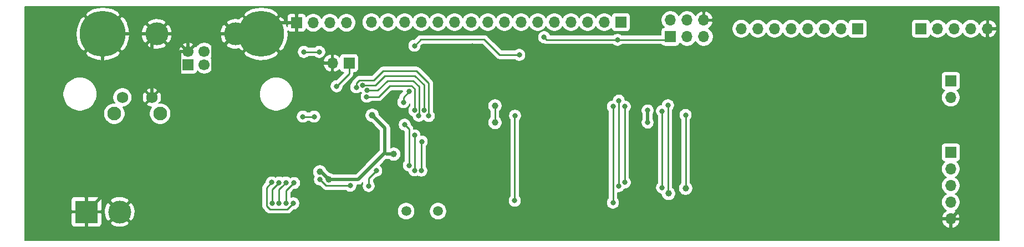
<source format=gbl>
%TF.GenerationSoftware,KiCad,Pcbnew,5.1.6+dfsg1-1~bpo10+1*%
%TF.CreationDate,2020-07-04T22:20:21+02:00*%
%TF.ProjectId,Model-M-USB,4d6f6465-6c2d-44d2-9d55-53422e6b6963,rev?*%
%TF.SameCoordinates,Original*%
%TF.FileFunction,Copper,L2,Bot*%
%TF.FilePolarity,Positive*%
%FSLAX46Y46*%
G04 Gerber Fmt 4.6, Leading zero omitted, Abs format (unit mm)*
G04 Created by KiCad (PCBNEW 5.1.6+dfsg1-1~bpo10+1) date 2020-07-04 22:20:21*
%MOMM*%
%LPD*%
G01*
G04 APERTURE LIST*
%TA.AperFunction,ComponentPad*%
%ADD10C,1.500000*%
%TD*%
%TA.AperFunction,ComponentPad*%
%ADD11O,1.700000X1.700000*%
%TD*%
%TA.AperFunction,ComponentPad*%
%ADD12R,1.700000X1.700000*%
%TD*%
%TA.AperFunction,ComponentPad*%
%ADD13C,3.500000*%
%TD*%
%TA.AperFunction,ComponentPad*%
%ADD14C,1.700000*%
%TD*%
%TA.AperFunction,ComponentPad*%
%ADD15C,2.100000*%
%TD*%
%TA.AperFunction,ComponentPad*%
%ADD16C,1.750000*%
%TD*%
%TA.AperFunction,ComponentPad*%
%ADD17C,3.500120*%
%TD*%
%TA.AperFunction,ComponentPad*%
%ADD18R,3.500120X3.500120*%
%TD*%
%TA.AperFunction,ComponentPad*%
%ADD19C,7.000000*%
%TD*%
%TA.AperFunction,ViaPad*%
%ADD20C,1.000000*%
%TD*%
%TA.AperFunction,ViaPad*%
%ADD21C,0.800000*%
%TD*%
%TA.AperFunction,ViaPad*%
%ADD22C,3.000000*%
%TD*%
%TA.AperFunction,Conductor*%
%ADD23C,0.500000*%
%TD*%
%TA.AperFunction,Conductor*%
%ADD24C,0.250000*%
%TD*%
%TA.AperFunction,Conductor*%
%ADD25C,0.254000*%
%TD*%
%TA.AperFunction,Conductor*%
%ADD26C,0.200000*%
%TD*%
G04 APERTURE END LIST*
D10*
X98820000Y-91900000D03*
X103700000Y-91900000D03*
D11*
X93500000Y-63000000D03*
X96040000Y-63000000D03*
X98580000Y-63000000D03*
X101120000Y-63000000D03*
X103660000Y-63000000D03*
X106200000Y-63000000D03*
X108740000Y-63000000D03*
X111280000Y-63000000D03*
X113820000Y-63000000D03*
X116360000Y-63000000D03*
X118900000Y-63000000D03*
X121440000Y-63000000D03*
X123980000Y-63000000D03*
X126520000Y-63000000D03*
X129060000Y-63000000D03*
D12*
X131600000Y-63000000D03*
D11*
X87560000Y-69250000D03*
D12*
X90100000Y-69250000D03*
D11*
X182000000Y-93080000D03*
X182000000Y-90540000D03*
X182000000Y-88000000D03*
X182000000Y-85460000D03*
D12*
X182000000Y-82920000D03*
D13*
X72770000Y-64790000D03*
X60730000Y-64790000D03*
D14*
X65500000Y-67500000D03*
X68000000Y-67500000D03*
X68000000Y-69500000D03*
D12*
X65500000Y-69500000D03*
D11*
X182000000Y-74540000D03*
D12*
X182000000Y-72000000D03*
D11*
X187620000Y-64000000D03*
X185080000Y-64000000D03*
X182540000Y-64000000D03*
X180000000Y-64000000D03*
D12*
X177460000Y-64000000D03*
D11*
X89720000Y-63100000D03*
X87180000Y-63100000D03*
X84640000Y-63100000D03*
D12*
X82100000Y-63100000D03*
D11*
X144280000Y-62700000D03*
X144280000Y-65240000D03*
X141740000Y-62700000D03*
X141740000Y-65240000D03*
X139200000Y-62700000D03*
D12*
X139200000Y-65240000D03*
D15*
X54250000Y-76990000D03*
D16*
X55500000Y-74500000D03*
X60000000Y-74500000D03*
D15*
X61260000Y-76990000D03*
D17*
X55080000Y-92000000D03*
D18*
X50000000Y-92000000D03*
D19*
X76700000Y-64800000D03*
X52500000Y-64800000D03*
D11*
X150000000Y-64000000D03*
X152540000Y-64000000D03*
X155080000Y-64000000D03*
X157620000Y-64000000D03*
X160160000Y-64000000D03*
X162700000Y-64000000D03*
X165240000Y-64000000D03*
D12*
X167780000Y-64000000D03*
D20*
X68550000Y-79100000D03*
D21*
X76200000Y-86600000D03*
X107450000Y-64550000D03*
X135050000Y-64650000D03*
X135050000Y-66750000D03*
X125700000Y-64650000D03*
D22*
X89450000Y-81100000D03*
D21*
X121400000Y-75900000D03*
X126200000Y-66700000D03*
X100600000Y-67900000D03*
X68300000Y-75700000D03*
D20*
X69500000Y-82700000D03*
X74600000Y-85000000D03*
X178700000Y-79550000D03*
D21*
X136800000Y-72200000D03*
X78750000Y-78200000D03*
X71500000Y-70000000D03*
X71500000Y-76500000D03*
X82000000Y-72000000D03*
X83450000Y-65700000D03*
X85850000Y-65700000D03*
X78650000Y-83450000D03*
X76200000Y-89850000D03*
X81250000Y-95500000D03*
X66500000Y-90500000D03*
X41850000Y-80050000D03*
X41850000Y-62800000D03*
X57500000Y-79500000D03*
X66000000Y-75900000D03*
X73800000Y-81400000D03*
X78400000Y-81700000D03*
X73850000Y-78300000D03*
X71500000Y-72500000D03*
X81900000Y-78250000D03*
X172400000Y-64000000D03*
X174500000Y-67900000D03*
X162100000Y-71900000D03*
X173100000Y-77500000D03*
X167200000Y-83700000D03*
X171900000Y-83100000D03*
X176300000Y-84650000D03*
X188100000Y-95300000D03*
X187620000Y-76980000D03*
X170100000Y-95300000D03*
X136100000Y-95800000D03*
X143450000Y-88450000D03*
X156150000Y-95700000D03*
X117600000Y-94600000D03*
X149700000Y-83800000D03*
X149650000Y-88500000D03*
X105375000Y-76275000D03*
X121900000Y-74000000D03*
X94600000Y-65700000D03*
X108954996Y-66654996D03*
X93150000Y-68600000D03*
X114000000Y-90550000D03*
D20*
X85400000Y-91300000D03*
X88350000Y-91500000D03*
D21*
X126100000Y-93450000D03*
D20*
X96950000Y-84900000D03*
X98400000Y-77250000D03*
X87022980Y-87080171D03*
D21*
X135700000Y-76500000D03*
D20*
X112399998Y-78350000D03*
D21*
X135700004Y-78350000D03*
D20*
X112399998Y-75800000D03*
X96923027Y-83174998D03*
X93649996Y-77250000D03*
X85650000Y-85900000D03*
D21*
X91200000Y-72950000D03*
X102275030Y-77350000D03*
X92200000Y-72650000D03*
X101550020Y-76500000D03*
X92851427Y-73408726D03*
X100764224Y-77314137D03*
X92806025Y-74411891D03*
X100100008Y-76491955D03*
X94250000Y-85700000D03*
X93100002Y-88050000D03*
X100100000Y-85650000D03*
X100100000Y-80300000D03*
X101150000Y-85700000D03*
X101200000Y-81250000D03*
X137900000Y-76600010D03*
X90300000Y-88000000D03*
X137900000Y-88300000D03*
X85649992Y-87050000D03*
X138800000Y-75700000D03*
D20*
X138900000Y-89200000D03*
D21*
X79400000Y-90700000D03*
X80462660Y-87512660D03*
D20*
X141500000Y-88400000D03*
D21*
X78349989Y-90700000D03*
X141500000Y-77200002D03*
X79412658Y-87512662D03*
X119900000Y-65300000D03*
X131100000Y-65700000D03*
X130400000Y-75900000D03*
X130400000Y-90600000D03*
X80500000Y-90700000D03*
X81687660Y-87587660D03*
X131300000Y-75000000D03*
X131300000Y-88050000D03*
X132200000Y-87500000D03*
X132200010Y-75900000D03*
X81600000Y-90700004D03*
X78299998Y-87500000D03*
X115400000Y-90299999D03*
X115450000Y-77300004D03*
X100100000Y-66600000D03*
X116100000Y-68000000D03*
X84800000Y-77450000D03*
X83050000Y-77450000D03*
X85550000Y-67549998D03*
X83200000Y-67550000D03*
X99300000Y-73600000D03*
X98400000Y-75250000D03*
X98600000Y-78668136D03*
X99250000Y-84900000D03*
X88200000Y-72800000D03*
D23*
X78400000Y-63100000D02*
X76700000Y-64800000D01*
X82100000Y-63100000D02*
X78400000Y-63100000D01*
X72780000Y-64800000D02*
X72770000Y-64790000D01*
X76700000Y-64800000D02*
X72780000Y-64800000D01*
X65500000Y-64880000D02*
X65410000Y-64790000D01*
X65500000Y-67500000D02*
X65500000Y-64880000D01*
X65410000Y-64790000D02*
X60730000Y-64790000D01*
X60000000Y-65520000D02*
X60730000Y-64790000D01*
X60000000Y-74500000D02*
X60000000Y-65520000D01*
X64199999Y-67597920D02*
X64199999Y-71199999D01*
X65500000Y-67500000D02*
X64297919Y-67500000D01*
X64199999Y-71199999D02*
X68300000Y-75300000D01*
X64297919Y-67500000D02*
X64199999Y-67597920D01*
X67200000Y-76400000D02*
X68300000Y-75300000D01*
X67200000Y-79900000D02*
X67200000Y-76400000D01*
X52500000Y-89500000D02*
X50000000Y-92000000D01*
X52500000Y-64800000D02*
X52500000Y-89500000D01*
X52580000Y-89500000D02*
X55080000Y-92000000D01*
X52500000Y-89500000D02*
X52580000Y-89500000D01*
X89450000Y-81100000D02*
X89450000Y-81200000D01*
X89450000Y-81100000D02*
X89450000Y-77700000D01*
X89450000Y-77700000D02*
X91400004Y-75749996D01*
X69300001Y-64799999D02*
X69310000Y-64790000D01*
X69300001Y-71099999D02*
X69300001Y-64799999D01*
X68800000Y-71600000D02*
X69300001Y-71099999D01*
X72770000Y-64790000D02*
X69310000Y-64790000D01*
X69310000Y-64790000D02*
X65410000Y-64790000D01*
X68700000Y-75300000D02*
X68800000Y-75200000D01*
X68300000Y-75300000D02*
X68700000Y-75300000D01*
X68800000Y-75200000D02*
X68800000Y-71600000D01*
X60720000Y-64800000D02*
X60730000Y-64790000D01*
X52500000Y-64800000D02*
X60720000Y-64800000D01*
X121400000Y-92100000D02*
X121400000Y-75900000D01*
X119708381Y-93791619D02*
X121400000Y-92100000D01*
X187620000Y-87460000D02*
X182000000Y-93080000D01*
X119466761Y-93549999D02*
X119708381Y-93791619D01*
X113558380Y-93549999D02*
X117150001Y-93549999D01*
X180797919Y-93080000D02*
X182000000Y-93080000D01*
X178500000Y-93000000D02*
X178580000Y-93080000D01*
X178500000Y-81100000D02*
X178500000Y-84300000D01*
X178580000Y-93080000D02*
X180797919Y-93080000D01*
X187600000Y-81100000D02*
X187620000Y-81080000D01*
X178500000Y-81100000D02*
X187600000Y-81100000D01*
X187620000Y-64000000D02*
X187620000Y-76980000D01*
X187620000Y-81080000D02*
X187620000Y-87460000D01*
X136920000Y-93080000D02*
X155520000Y-93080000D01*
X136920000Y-93080000D02*
X136800000Y-92960000D01*
X178500000Y-84300000D02*
X178500000Y-93000000D01*
X187620000Y-76980000D02*
X187620000Y-81080000D01*
X155520000Y-93080000D02*
X178580000Y-93080000D01*
X117150001Y-93549999D02*
X119466761Y-93549999D01*
D24*
X121400000Y-74500000D02*
X121900000Y-74000000D01*
X121400000Y-75900000D02*
X121400000Y-74500000D01*
D23*
X105375000Y-76275000D02*
X105375000Y-70234992D01*
X106409992Y-69200000D02*
X108554997Y-67054995D01*
X108554997Y-67054995D02*
X108954996Y-66654996D01*
X105375000Y-70234992D02*
X108954996Y-66654996D01*
X82708004Y-63100000D02*
X82100000Y-63100000D01*
X89450000Y-81100000D02*
X86850000Y-81100000D01*
X84274990Y-90874990D02*
X88075010Y-90874990D01*
X86850000Y-81100000D02*
X82200000Y-85750000D01*
X88075010Y-90874990D02*
X88525010Y-90424990D01*
X89450000Y-81100000D02*
X88400000Y-80050000D01*
X88400000Y-80050000D02*
X79650000Y-80050000D01*
X68800000Y-76900000D02*
X68800000Y-75200000D01*
X71950000Y-80050000D02*
X68800000Y-76900000D01*
X79950000Y-80050000D02*
X71950000Y-80050000D01*
X91450000Y-75750000D02*
X91650000Y-75550000D01*
X91650000Y-75550000D02*
X97100000Y-75550000D01*
X97400000Y-80100000D02*
X98050000Y-80750000D01*
X132740009Y-93080000D02*
X132720000Y-93100009D01*
X132320001Y-93500008D02*
X132720000Y-93100009D01*
X132028390Y-93791619D02*
X132320001Y-93500008D01*
X119708381Y-93791619D02*
X132028390Y-93791619D01*
X136920000Y-93080000D02*
X132740009Y-93080000D01*
X97000000Y-76500000D02*
X97750000Y-77250000D01*
X97750000Y-77250000D02*
X98400000Y-77250000D01*
X97000000Y-76250000D02*
X97000000Y-76500000D01*
X135700000Y-76500000D02*
X135700000Y-78349996D01*
X135700000Y-78349996D02*
X135700004Y-78350000D01*
D24*
X112399998Y-78350000D02*
X112399998Y-75800000D01*
D23*
X95600000Y-82950017D02*
X95824981Y-83174998D01*
X95824981Y-83174998D02*
X96923027Y-83174998D01*
X95600000Y-82950017D02*
X95600000Y-79200004D01*
X95600000Y-79200004D02*
X93649996Y-77250000D01*
X85842809Y-85900000D02*
X85650000Y-85900000D01*
X87022980Y-87080171D02*
X85842809Y-85900000D01*
X91469846Y-87080171D02*
X87022980Y-87080171D01*
X95600000Y-82950017D02*
X91469846Y-87080171D01*
D24*
X102275030Y-72325030D02*
X102275030Y-77350000D01*
X91200000Y-72350000D02*
X91700000Y-71850000D01*
X91700000Y-71850000D02*
X93900000Y-71850000D01*
X91200000Y-72950000D02*
X91200000Y-72350000D01*
X93900000Y-71850000D02*
X95300000Y-70450000D01*
X95300000Y-70450000D02*
X100400000Y-70450000D01*
X100400000Y-70450000D02*
X102275030Y-72325030D01*
X101550020Y-72600020D02*
X101550020Y-76500000D01*
X100150000Y-71200000D02*
X101550020Y-72600020D01*
X92200000Y-72650000D02*
X94100000Y-72650000D01*
X95550000Y-71200000D02*
X100150000Y-71200000D01*
X94100000Y-72650000D02*
X95550000Y-71200000D01*
X100825010Y-77253351D02*
X100764224Y-77314137D01*
X100825010Y-76143953D02*
X100825010Y-77253351D01*
X95950000Y-71950000D02*
X99900000Y-71950000D01*
X94491274Y-73408726D02*
X95950000Y-71950000D01*
X92851427Y-73408726D02*
X94491274Y-73408726D01*
X99900000Y-71950000D02*
X100796405Y-72846405D01*
X100796405Y-72846405D02*
X100796405Y-76115348D01*
X100796405Y-76115348D02*
X100825010Y-76143953D01*
X99650000Y-72750000D02*
X100100008Y-73200008D01*
X96300000Y-72750000D02*
X99650000Y-72750000D01*
X100100008Y-73200008D02*
X100100008Y-76491955D01*
X92806025Y-74411891D02*
X94638109Y-74411891D01*
X94638109Y-74411891D02*
X96300000Y-72750000D01*
D25*
X93100002Y-86849998D02*
X93100002Y-88050000D01*
X94250000Y-85700000D02*
X93100002Y-86849998D01*
X100100000Y-85650000D02*
X100100000Y-80300000D01*
X101150000Y-81300000D02*
X101200000Y-81250000D01*
X101150000Y-85700000D02*
X101150000Y-81300000D01*
X137900000Y-76600010D02*
X137900000Y-88300000D01*
X86599992Y-88000000D02*
X85649992Y-87050000D01*
X90300000Y-88000000D02*
X86599992Y-88000000D01*
D24*
X138800000Y-75700000D02*
X138800000Y-89100000D01*
X138800000Y-89100000D02*
X138900000Y-89200000D01*
X79400000Y-88550000D02*
X79724998Y-88225002D01*
X79750318Y-88225002D02*
X80462660Y-87512660D01*
X79349988Y-88600012D02*
X79724998Y-88225002D01*
X79400000Y-90700000D02*
X79400000Y-88550000D01*
X79349988Y-89199988D02*
X79349988Y-88600012D01*
X79724998Y-88225002D02*
X79750318Y-88225002D01*
X141500000Y-88400000D02*
X141500000Y-77499990D01*
X141500000Y-77499990D02*
X141500000Y-77200002D01*
X78349989Y-90700000D02*
X78349989Y-88575331D01*
X78349989Y-88575331D02*
X79412658Y-87512662D01*
X138740000Y-65700000D02*
X131100000Y-65700000D01*
X139200000Y-65240000D02*
X138740000Y-65700000D01*
X130400000Y-75900000D02*
X130400000Y-76465685D01*
X130400000Y-76465685D02*
X130400000Y-90600000D01*
X120300000Y-65700000D02*
X131100000Y-65700000D01*
X119900000Y-65300000D02*
X120300000Y-65700000D01*
X80500000Y-90700000D02*
X80500000Y-88775320D01*
X80500000Y-88775320D02*
X81687660Y-87587660D01*
D25*
X131300000Y-75565685D02*
X131300000Y-88050000D01*
X131300000Y-75000000D02*
X131300000Y-75565685D01*
X132200000Y-87500000D02*
X132200000Y-75900010D01*
X132200000Y-75900010D02*
X132200010Y-75900000D01*
D24*
X78299998Y-87500000D02*
X77500000Y-88299998D01*
X77500000Y-88299998D02*
X77500000Y-91100000D01*
X80700004Y-91600000D02*
X81600000Y-90700004D01*
X77500000Y-91100000D02*
X78000000Y-91600000D01*
X78000000Y-91600000D02*
X80700004Y-91600000D01*
X115400000Y-90299999D02*
X115400000Y-77350004D01*
X115400000Y-77350004D02*
X115450000Y-77300004D01*
X110750000Y-65650000D02*
X113100000Y-68000000D01*
X100100000Y-66600000D02*
X101050000Y-65650000D01*
X101050000Y-65650000D02*
X110750000Y-65650000D01*
X113100000Y-68000000D02*
X116100000Y-68000000D01*
X84800000Y-77450000D02*
X83050000Y-77450000D01*
X85550000Y-67549998D02*
X83200002Y-67549998D01*
X83200002Y-67549998D02*
X83200000Y-67550000D01*
X99300000Y-73600000D02*
X98400000Y-74500000D01*
X98400000Y-74500000D02*
X98400000Y-75250000D01*
X99250000Y-79318136D02*
X99250000Y-84900000D01*
X98600000Y-78668136D02*
X99250000Y-79318136D01*
X90100000Y-70900000D02*
X88200000Y-72800000D01*
X90100000Y-69250000D02*
X90100000Y-70900000D01*
D26*
G36*
X189375000Y-96375000D02*
G01*
X40625000Y-96375000D01*
X40625000Y-93750060D01*
X47647037Y-93750060D01*
X47658622Y-93867681D01*
X47692930Y-93980781D01*
X47748644Y-94085015D01*
X47823623Y-94176377D01*
X47914985Y-94251356D01*
X48019219Y-94307070D01*
X48132319Y-94341378D01*
X48249940Y-94352963D01*
X49700000Y-94350060D01*
X49850000Y-94200060D01*
X49850000Y-92150000D01*
X50150000Y-92150000D01*
X50150000Y-94200060D01*
X50300000Y-94350060D01*
X51750060Y-94352963D01*
X51867681Y-94341378D01*
X51980781Y-94307070D01*
X52085015Y-94251356D01*
X52176377Y-94176377D01*
X52251356Y-94085015D01*
X52307070Y-93980781D01*
X52341378Y-93867681D01*
X52352963Y-93750060D01*
X52352796Y-93666183D01*
X53625949Y-93666183D01*
X53816141Y-93994747D01*
X54229582Y-94202985D01*
X54675703Y-94326564D01*
X55137362Y-94360734D01*
X55596816Y-94304182D01*
X56036409Y-94159082D01*
X56343859Y-93994747D01*
X56534051Y-93666183D01*
X55080000Y-92212132D01*
X53625949Y-93666183D01*
X52352796Y-93666183D01*
X52350060Y-92300000D01*
X52200060Y-92150000D01*
X50150000Y-92150000D01*
X49850000Y-92150000D01*
X47799940Y-92150000D01*
X47649940Y-92300000D01*
X47647037Y-93750060D01*
X40625000Y-93750060D01*
X40625000Y-92057362D01*
X52719266Y-92057362D01*
X52775818Y-92516816D01*
X52920918Y-92956409D01*
X53085253Y-93263859D01*
X53413817Y-93454051D01*
X54867868Y-92000000D01*
X55292132Y-92000000D01*
X56746183Y-93454051D01*
X56746675Y-93453766D01*
X180599000Y-93453766D01*
X180627452Y-93547582D01*
X180745046Y-93806368D01*
X180910867Y-94037240D01*
X181118543Y-94231326D01*
X181360092Y-94381167D01*
X181626233Y-94481005D01*
X181850000Y-94372226D01*
X181850000Y-93230000D01*
X182150000Y-93230000D01*
X182150000Y-94372226D01*
X182373767Y-94481005D01*
X182639908Y-94381167D01*
X182881457Y-94231326D01*
X183089133Y-94037240D01*
X183254954Y-93806368D01*
X183372548Y-93547582D01*
X183401000Y-93453766D01*
X183291317Y-93230000D01*
X182150000Y-93230000D01*
X181850000Y-93230000D01*
X180708683Y-93230000D01*
X180599000Y-93453766D01*
X56746675Y-93453766D01*
X57074747Y-93263859D01*
X57282985Y-92850418D01*
X57406564Y-92404297D01*
X57440734Y-91942638D01*
X57384182Y-91483184D01*
X57239082Y-91043591D01*
X57074747Y-90736141D01*
X56746183Y-90545949D01*
X55292132Y-92000000D01*
X54867868Y-92000000D01*
X53413817Y-90545949D01*
X53085253Y-90736141D01*
X52877015Y-91149582D01*
X52753436Y-91595703D01*
X52719266Y-92057362D01*
X40625000Y-92057362D01*
X40625000Y-90249940D01*
X47647037Y-90249940D01*
X47649940Y-91700000D01*
X47799940Y-91850000D01*
X49850000Y-91850000D01*
X49850000Y-89799940D01*
X50150000Y-89799940D01*
X50150000Y-91850000D01*
X52200060Y-91850000D01*
X52350060Y-91700000D01*
X52352795Y-90333817D01*
X53625949Y-90333817D01*
X55080000Y-91787868D01*
X56534051Y-90333817D01*
X56343859Y-90005253D01*
X55930418Y-89797015D01*
X55484297Y-89673436D01*
X55022638Y-89639266D01*
X54563184Y-89695818D01*
X54123591Y-89840918D01*
X53816141Y-90005253D01*
X53625949Y-90333817D01*
X52352795Y-90333817D01*
X52352963Y-90249940D01*
X52341378Y-90132319D01*
X52307070Y-90019219D01*
X52251356Y-89914985D01*
X52176377Y-89823623D01*
X52085015Y-89748644D01*
X51980781Y-89692930D01*
X51867681Y-89658622D01*
X51750060Y-89647037D01*
X50300000Y-89649940D01*
X50150000Y-89799940D01*
X49850000Y-89799940D01*
X49700000Y-89649940D01*
X48249940Y-89647037D01*
X48132319Y-89658622D01*
X48019219Y-89692930D01*
X47914985Y-89748644D01*
X47823623Y-89823623D01*
X47748644Y-89914985D01*
X47692930Y-90019219D01*
X47658622Y-90132319D01*
X47647037Y-90249940D01*
X40625000Y-90249940D01*
X40625000Y-88299998D01*
X76771494Y-88299998D01*
X76775000Y-88335595D01*
X76775001Y-91064393D01*
X76771494Y-91100000D01*
X76775001Y-91135607D01*
X76782834Y-91215132D01*
X76785492Y-91242124D01*
X76826947Y-91378787D01*
X76894269Y-91504736D01*
X76962170Y-91587474D01*
X76962173Y-91587477D01*
X76984869Y-91615132D01*
X77012523Y-91637827D01*
X77462172Y-92087477D01*
X77484868Y-92115132D01*
X77512523Y-92137828D01*
X77512525Y-92137830D01*
X77595263Y-92205731D01*
X77721212Y-92273053D01*
X77857875Y-92314509D01*
X77964393Y-92325000D01*
X77964403Y-92325000D01*
X78000000Y-92328506D01*
X78035597Y-92325000D01*
X80664407Y-92325000D01*
X80700004Y-92328506D01*
X80735601Y-92325000D01*
X80735611Y-92325000D01*
X80842129Y-92314509D01*
X80978792Y-92273053D01*
X81104741Y-92205731D01*
X81215136Y-92115132D01*
X81237836Y-92087472D01*
X81558271Y-91767037D01*
X97470000Y-91767037D01*
X97470000Y-92032963D01*
X97521880Y-92293780D01*
X97623646Y-92539465D01*
X97771387Y-92760575D01*
X97959425Y-92948613D01*
X98180535Y-93096354D01*
X98426220Y-93198120D01*
X98687037Y-93250000D01*
X98952963Y-93250000D01*
X99213780Y-93198120D01*
X99459465Y-93096354D01*
X99680575Y-92948613D01*
X99868613Y-92760575D01*
X100016354Y-92539465D01*
X100118120Y-92293780D01*
X100170000Y-92032963D01*
X100170000Y-91767037D01*
X102350000Y-91767037D01*
X102350000Y-92032963D01*
X102401880Y-92293780D01*
X102503646Y-92539465D01*
X102651387Y-92760575D01*
X102839425Y-92948613D01*
X103060535Y-93096354D01*
X103306220Y-93198120D01*
X103567037Y-93250000D01*
X103832963Y-93250000D01*
X104093780Y-93198120D01*
X104339465Y-93096354D01*
X104560575Y-92948613D01*
X104748613Y-92760575D01*
X104896354Y-92539465D01*
X104998120Y-92293780D01*
X105050000Y-92032963D01*
X105050000Y-91767037D01*
X104998120Y-91506220D01*
X104896354Y-91260535D01*
X104748613Y-91039425D01*
X104560575Y-90851387D01*
X104339465Y-90703646D01*
X104093780Y-90601880D01*
X103832963Y-90550000D01*
X103567037Y-90550000D01*
X103306220Y-90601880D01*
X103060535Y-90703646D01*
X102839425Y-90851387D01*
X102651387Y-91039425D01*
X102503646Y-91260535D01*
X102401880Y-91506220D01*
X102350000Y-91767037D01*
X100170000Y-91767037D01*
X100118120Y-91506220D01*
X100016354Y-91260535D01*
X99868613Y-91039425D01*
X99680575Y-90851387D01*
X99459465Y-90703646D01*
X99213780Y-90601880D01*
X98952963Y-90550000D01*
X98687037Y-90550000D01*
X98426220Y-90601880D01*
X98180535Y-90703646D01*
X97959425Y-90851387D01*
X97771387Y-91039425D01*
X97623646Y-91260535D01*
X97521880Y-91506220D01*
X97470000Y-91767037D01*
X81558271Y-91767037D01*
X81625304Y-91700004D01*
X81698491Y-91700004D01*
X81891689Y-91661575D01*
X82073678Y-91586193D01*
X82237463Y-91476755D01*
X82376751Y-91337467D01*
X82486189Y-91173682D01*
X82561571Y-90991693D01*
X82600000Y-90798495D01*
X82600000Y-90601513D01*
X82561571Y-90408315D01*
X82486189Y-90226326D01*
X82469607Y-90201508D01*
X114400000Y-90201508D01*
X114400000Y-90398490D01*
X114438429Y-90591688D01*
X114513811Y-90773677D01*
X114623249Y-90937462D01*
X114762537Y-91076750D01*
X114926322Y-91186188D01*
X115108311Y-91261570D01*
X115301509Y-91299999D01*
X115498491Y-91299999D01*
X115691689Y-91261570D01*
X115873678Y-91186188D01*
X116037463Y-91076750D01*
X116176751Y-90937462D01*
X116286189Y-90773677D01*
X116361571Y-90591688D01*
X116400000Y-90398490D01*
X116400000Y-90201508D01*
X116361571Y-90008310D01*
X116286189Y-89826321D01*
X116176751Y-89662536D01*
X116125000Y-89610785D01*
X116125000Y-78039218D01*
X116226751Y-77937467D01*
X116336189Y-77773682D01*
X116411571Y-77591693D01*
X116450000Y-77398495D01*
X116450000Y-77201513D01*
X116411571Y-77008315D01*
X116336189Y-76826326D01*
X116226751Y-76662541D01*
X116087463Y-76523253D01*
X115923678Y-76413815D01*
X115741689Y-76338433D01*
X115548491Y-76300004D01*
X115351509Y-76300004D01*
X115158311Y-76338433D01*
X114976322Y-76413815D01*
X114812537Y-76523253D01*
X114673249Y-76662541D01*
X114563811Y-76826326D01*
X114488429Y-77008315D01*
X114450000Y-77201513D01*
X114450000Y-77398495D01*
X114488429Y-77591693D01*
X114563811Y-77773682D01*
X114673249Y-77937467D01*
X114675001Y-77939219D01*
X114675000Y-89610785D01*
X114623249Y-89662536D01*
X114513811Y-89826321D01*
X114438429Y-90008310D01*
X114400000Y-90201508D01*
X82469607Y-90201508D01*
X82376751Y-90062541D01*
X82237463Y-89923253D01*
X82073678Y-89813815D01*
X81891689Y-89738433D01*
X81698491Y-89700004D01*
X81501509Y-89700004D01*
X81308311Y-89738433D01*
X81225000Y-89772941D01*
X81225000Y-89075624D01*
X81712965Y-88587660D01*
X81786151Y-88587660D01*
X81979349Y-88549231D01*
X82161338Y-88473849D01*
X82325123Y-88364411D01*
X82464411Y-88225123D01*
X82573849Y-88061338D01*
X82649231Y-87879349D01*
X82687660Y-87686151D01*
X82687660Y-87489169D01*
X82649231Y-87295971D01*
X82573849Y-87113982D01*
X82464411Y-86950197D01*
X82325123Y-86810909D01*
X82161338Y-86701471D01*
X81979349Y-86626089D01*
X81786151Y-86587660D01*
X81589169Y-86587660D01*
X81395971Y-86626089D01*
X81213982Y-86701471D01*
X81125085Y-86760871D01*
X81100123Y-86735909D01*
X80936338Y-86626471D01*
X80754349Y-86551089D01*
X80561151Y-86512660D01*
X80364169Y-86512660D01*
X80170971Y-86551089D01*
X79988982Y-86626471D01*
X79937658Y-86660765D01*
X79886336Y-86626473D01*
X79704347Y-86551091D01*
X79511149Y-86512662D01*
X79314167Y-86512662D01*
X79120969Y-86551091D01*
X78938980Y-86626473D01*
X78865803Y-86675368D01*
X78773676Y-86613811D01*
X78591687Y-86538429D01*
X78398489Y-86500000D01*
X78201507Y-86500000D01*
X78008309Y-86538429D01*
X77826320Y-86613811D01*
X77662535Y-86723249D01*
X77523247Y-86862537D01*
X77413809Y-87026322D01*
X77338427Y-87208311D01*
X77299998Y-87401509D01*
X77299998Y-87474696D01*
X77012524Y-87762170D01*
X76984868Y-87784867D01*
X76962172Y-87812522D01*
X76962170Y-87812524D01*
X76943322Y-87835491D01*
X76894269Y-87895262D01*
X76826947Y-88021211D01*
X76785491Y-88157874D01*
X76775000Y-88264392D01*
X76775000Y-88264401D01*
X76771494Y-88299998D01*
X40625000Y-88299998D01*
X40625000Y-85791659D01*
X84550000Y-85791659D01*
X84550000Y-86008341D01*
X84592273Y-86220858D01*
X84675193Y-86421045D01*
X84771375Y-86564990D01*
X84763803Y-86576322D01*
X84688421Y-86758311D01*
X84649992Y-86951509D01*
X84649992Y-87148491D01*
X84688421Y-87341689D01*
X84763803Y-87523678D01*
X84873241Y-87687463D01*
X85012529Y-87826751D01*
X85176314Y-87936189D01*
X85358303Y-88011571D01*
X85551501Y-88050000D01*
X85621859Y-88050000D01*
X86060675Y-88488817D01*
X86083438Y-88516554D01*
X86194139Y-88607403D01*
X86250377Y-88637463D01*
X86320435Y-88674910D01*
X86457474Y-88716480D01*
X86599992Y-88730517D01*
X86635700Y-88727000D01*
X89612786Y-88727000D01*
X89662537Y-88776751D01*
X89826322Y-88886189D01*
X90008311Y-88961571D01*
X90201509Y-89000000D01*
X90398491Y-89000000D01*
X90591689Y-88961571D01*
X90773678Y-88886189D01*
X90937463Y-88776751D01*
X91076751Y-88637463D01*
X91186189Y-88473678D01*
X91261571Y-88291689D01*
X91300000Y-88098491D01*
X91300000Y-87930171D01*
X91428105Y-87930171D01*
X91469846Y-87934282D01*
X91511587Y-87930171D01*
X91511595Y-87930171D01*
X91636475Y-87917871D01*
X91796701Y-87869268D01*
X91944365Y-87790339D01*
X92073794Y-87684119D01*
X92100412Y-87651685D01*
X92290410Y-87461687D01*
X92213813Y-87576322D01*
X92138431Y-87758311D01*
X92100002Y-87951509D01*
X92100002Y-88148491D01*
X92138431Y-88341689D01*
X92213813Y-88523678D01*
X92323251Y-88687463D01*
X92462539Y-88826751D01*
X92626324Y-88936189D01*
X92808313Y-89011571D01*
X93001511Y-89050000D01*
X93198493Y-89050000D01*
X93391691Y-89011571D01*
X93573680Y-88936189D01*
X93737465Y-88826751D01*
X93876753Y-88687463D01*
X93986191Y-88523678D01*
X94061573Y-88341689D01*
X94100002Y-88148491D01*
X94100002Y-87951509D01*
X94061573Y-87758311D01*
X93986191Y-87576322D01*
X93876753Y-87412537D01*
X93827002Y-87362786D01*
X93827002Y-87151130D01*
X94278133Y-86700000D01*
X94348491Y-86700000D01*
X94541689Y-86661571D01*
X94723678Y-86586189D01*
X94887463Y-86476751D01*
X95026751Y-86337463D01*
X95136189Y-86173678D01*
X95211571Y-85991689D01*
X95250000Y-85798491D01*
X95250000Y-85601509D01*
X95211571Y-85408311D01*
X95136189Y-85226322D01*
X95026751Y-85062537D01*
X94887463Y-84923249D01*
X94852326Y-84899771D01*
X95732133Y-84019965D01*
X95783232Y-84024998D01*
X95783239Y-84024998D01*
X95824980Y-84029109D01*
X95866721Y-84024998D01*
X96217393Y-84024998D01*
X96221818Y-84029423D01*
X96401982Y-84149805D01*
X96602169Y-84232725D01*
X96814686Y-84274998D01*
X97031368Y-84274998D01*
X97243885Y-84232725D01*
X97444072Y-84149805D01*
X97624236Y-84029423D01*
X97777452Y-83876207D01*
X97897834Y-83696043D01*
X97980754Y-83495856D01*
X98023027Y-83283339D01*
X98023027Y-83066657D01*
X97980754Y-82854140D01*
X97897834Y-82653953D01*
X97777452Y-82473789D01*
X97624236Y-82320573D01*
X97444072Y-82200191D01*
X97243885Y-82117271D01*
X97031368Y-82074998D01*
X96814686Y-82074998D01*
X96602169Y-82117271D01*
X96450000Y-82180301D01*
X96450000Y-79241744D01*
X96454111Y-79200003D01*
X96450000Y-79158262D01*
X96450000Y-79158255D01*
X96437700Y-79033375D01*
X96414148Y-78955731D01*
X96389097Y-78873149D01*
X96363101Y-78824515D01*
X96310168Y-78725485D01*
X96203948Y-78596056D01*
X96171766Y-78569645D01*
X97600000Y-78569645D01*
X97600000Y-78766627D01*
X97638429Y-78959825D01*
X97713811Y-79141814D01*
X97823249Y-79305599D01*
X97962537Y-79444887D01*
X98126322Y-79554325D01*
X98308311Y-79629707D01*
X98501509Y-79668136D01*
X98525000Y-79668136D01*
X98525001Y-84210785D01*
X98473249Y-84262537D01*
X98363811Y-84426322D01*
X98288429Y-84608311D01*
X98250000Y-84801509D01*
X98250000Y-84998491D01*
X98288429Y-85191689D01*
X98363811Y-85373678D01*
X98473249Y-85537463D01*
X98612537Y-85676751D01*
X98776322Y-85786189D01*
X98958311Y-85861571D01*
X99129256Y-85895574D01*
X99138429Y-85941689D01*
X99213811Y-86123678D01*
X99323249Y-86287463D01*
X99462537Y-86426751D01*
X99626322Y-86536189D01*
X99808311Y-86611571D01*
X100001509Y-86650000D01*
X100198491Y-86650000D01*
X100391689Y-86611571D01*
X100573678Y-86536189D01*
X100587585Y-86526897D01*
X100676322Y-86586189D01*
X100858311Y-86661571D01*
X101051509Y-86700000D01*
X101248491Y-86700000D01*
X101441689Y-86661571D01*
X101623678Y-86586189D01*
X101787463Y-86476751D01*
X101926751Y-86337463D01*
X102036189Y-86173678D01*
X102111571Y-85991689D01*
X102150000Y-85798491D01*
X102150000Y-85601509D01*
X102111571Y-85408311D01*
X102036189Y-85226322D01*
X101926751Y-85062537D01*
X101877000Y-85012786D01*
X101877000Y-81987214D01*
X101976751Y-81887463D01*
X102086189Y-81723678D01*
X102161571Y-81541689D01*
X102200000Y-81348491D01*
X102200000Y-81151509D01*
X102161571Y-80958311D01*
X102086189Y-80776322D01*
X101976751Y-80612537D01*
X101837463Y-80473249D01*
X101673678Y-80363811D01*
X101491689Y-80288429D01*
X101298491Y-80250000D01*
X101101509Y-80250000D01*
X101100000Y-80250300D01*
X101100000Y-80201509D01*
X101061571Y-80008311D01*
X100986189Y-79826322D01*
X100876751Y-79662537D01*
X100737463Y-79523249D01*
X100573678Y-79413811D01*
X100391689Y-79338429D01*
X100198491Y-79300000D01*
X100001509Y-79300000D01*
X99977196Y-79304836D01*
X99975000Y-79282539D01*
X99975000Y-79282529D01*
X99964509Y-79176011D01*
X99923053Y-79039348D01*
X99855731Y-78913399D01*
X99787830Y-78830661D01*
X99787823Y-78830654D01*
X99765131Y-78803004D01*
X99737482Y-78780313D01*
X99600000Y-78642831D01*
X99600000Y-78569645D01*
X99561571Y-78376447D01*
X99486189Y-78194458D01*
X99376751Y-78030673D01*
X99237463Y-77891385D01*
X99073678Y-77781947D01*
X98891689Y-77706565D01*
X98698491Y-77668136D01*
X98501509Y-77668136D01*
X98308311Y-77706565D01*
X98126322Y-77781947D01*
X97962537Y-77891385D01*
X97823249Y-78030673D01*
X97713811Y-78194458D01*
X97638429Y-78376447D01*
X97600000Y-78569645D01*
X96171766Y-78569645D01*
X96171519Y-78569443D01*
X94749996Y-77147920D01*
X94749996Y-77141659D01*
X94707723Y-76929142D01*
X94624803Y-76728955D01*
X94504421Y-76548791D01*
X94351205Y-76395575D01*
X94171041Y-76275193D01*
X93970854Y-76192273D01*
X93758337Y-76150000D01*
X93541655Y-76150000D01*
X93329138Y-76192273D01*
X93128951Y-76275193D01*
X92948787Y-76395575D01*
X92795571Y-76548791D01*
X92675189Y-76728955D01*
X92592269Y-76929142D01*
X92549996Y-77141659D01*
X92549996Y-77358341D01*
X92592269Y-77570858D01*
X92675189Y-77771045D01*
X92795571Y-77951209D01*
X92948787Y-78104425D01*
X93128951Y-78224807D01*
X93329138Y-78307727D01*
X93541655Y-78350000D01*
X93547916Y-78350000D01*
X94750001Y-79552086D01*
X94750000Y-82597936D01*
X91117766Y-86230171D01*
X87728614Y-86230171D01*
X87724189Y-86225746D01*
X87544025Y-86105364D01*
X87343838Y-86022444D01*
X87131321Y-85980171D01*
X87125061Y-85980171D01*
X86696198Y-85551309D01*
X86624807Y-85378955D01*
X86504425Y-85198791D01*
X86351209Y-85045575D01*
X86171045Y-84925193D01*
X85970858Y-84842273D01*
X85758341Y-84800000D01*
X85541659Y-84800000D01*
X85329142Y-84842273D01*
X85128955Y-84925193D01*
X84948791Y-85045575D01*
X84795575Y-85198791D01*
X84675193Y-85378955D01*
X84592273Y-85579142D01*
X84550000Y-85791659D01*
X40625000Y-85791659D01*
X40625000Y-76827489D01*
X52600000Y-76827489D01*
X52600000Y-77152511D01*
X52663408Y-77471287D01*
X52787789Y-77771568D01*
X52968361Y-78041814D01*
X53198186Y-78271639D01*
X53468432Y-78452211D01*
X53768713Y-78576592D01*
X54087489Y-78640000D01*
X54412511Y-78640000D01*
X54731287Y-78576592D01*
X55031568Y-78452211D01*
X55301814Y-78271639D01*
X55531639Y-78041814D01*
X55712211Y-77771568D01*
X55836592Y-77471287D01*
X55900000Y-77152511D01*
X55900000Y-76827489D01*
X55836592Y-76508713D01*
X55712211Y-76208432D01*
X55556237Y-75975000D01*
X55645275Y-75975000D01*
X55930242Y-75918317D01*
X56198675Y-75807128D01*
X56440258Y-75645707D01*
X56543926Y-75542039D01*
X59170094Y-75542039D01*
X59254647Y-75781085D01*
X59518897Y-75901881D01*
X59801635Y-75968803D01*
X59954225Y-75974308D01*
X59797789Y-76208432D01*
X59673408Y-76508713D01*
X59610000Y-76827489D01*
X59610000Y-77152511D01*
X59673408Y-77471287D01*
X59797789Y-77771568D01*
X59978361Y-78041814D01*
X60208186Y-78271639D01*
X60478432Y-78452211D01*
X60778713Y-78576592D01*
X61097489Y-78640000D01*
X61422511Y-78640000D01*
X61741287Y-78576592D01*
X62041568Y-78452211D01*
X62311814Y-78271639D01*
X62541639Y-78041814D01*
X62722211Y-77771568D01*
X62846592Y-77471287D01*
X62870417Y-77351509D01*
X82050000Y-77351509D01*
X82050000Y-77548491D01*
X82088429Y-77741689D01*
X82163811Y-77923678D01*
X82273249Y-78087463D01*
X82412537Y-78226751D01*
X82576322Y-78336189D01*
X82758311Y-78411571D01*
X82951509Y-78450000D01*
X83148491Y-78450000D01*
X83341689Y-78411571D01*
X83523678Y-78336189D01*
X83687463Y-78226751D01*
X83739214Y-78175000D01*
X84110786Y-78175000D01*
X84162537Y-78226751D01*
X84326322Y-78336189D01*
X84508311Y-78411571D01*
X84701509Y-78450000D01*
X84898491Y-78450000D01*
X85091689Y-78411571D01*
X85273678Y-78336189D01*
X85437463Y-78226751D01*
X85576751Y-78087463D01*
X85686189Y-77923678D01*
X85761571Y-77741689D01*
X85800000Y-77548491D01*
X85800000Y-77351509D01*
X85761571Y-77158311D01*
X85686189Y-76976322D01*
X85576751Y-76812537D01*
X85437463Y-76673249D01*
X85273678Y-76563811D01*
X85091689Y-76488429D01*
X84898491Y-76450000D01*
X84701509Y-76450000D01*
X84508311Y-76488429D01*
X84326322Y-76563811D01*
X84162537Y-76673249D01*
X84110786Y-76725000D01*
X83739214Y-76725000D01*
X83687463Y-76673249D01*
X83523678Y-76563811D01*
X83341689Y-76488429D01*
X83148491Y-76450000D01*
X82951509Y-76450000D01*
X82758311Y-76488429D01*
X82576322Y-76563811D01*
X82412537Y-76673249D01*
X82273249Y-76812537D01*
X82163811Y-76976322D01*
X82088429Y-77158311D01*
X82050000Y-77351509D01*
X62870417Y-77351509D01*
X62910000Y-77152511D01*
X62910000Y-76827489D01*
X62846592Y-76508713D01*
X62722211Y-76208432D01*
X62541639Y-75938186D01*
X62311814Y-75708361D01*
X62041568Y-75527789D01*
X61741287Y-75403408D01*
X61422511Y-75340000D01*
X61097489Y-75340000D01*
X61059660Y-75347525D01*
X61042040Y-75329905D01*
X61281085Y-75245353D01*
X61401881Y-74981103D01*
X61468803Y-74698365D01*
X61479279Y-74408005D01*
X61432908Y-74121179D01*
X61331471Y-73848912D01*
X61281085Y-73754647D01*
X61250764Y-73743922D01*
X76400000Y-73743922D01*
X76400000Y-74256078D01*
X76499917Y-74758392D01*
X76695910Y-75231562D01*
X76980448Y-75657403D01*
X77342597Y-76019552D01*
X77768438Y-76304090D01*
X78241608Y-76500083D01*
X78743922Y-76600000D01*
X79256078Y-76600000D01*
X79758392Y-76500083D01*
X80231562Y-76304090D01*
X80657403Y-76019552D01*
X81019552Y-75657403D01*
X81304090Y-75231562D01*
X81500083Y-74758392D01*
X81600000Y-74256078D01*
X81600000Y-73743922D01*
X81500083Y-73241608D01*
X81304090Y-72768438D01*
X81259370Y-72701509D01*
X87200000Y-72701509D01*
X87200000Y-72898491D01*
X87238429Y-73091689D01*
X87313811Y-73273678D01*
X87423249Y-73437463D01*
X87562537Y-73576751D01*
X87726322Y-73686189D01*
X87908311Y-73761571D01*
X88101509Y-73800000D01*
X88298491Y-73800000D01*
X88491689Y-73761571D01*
X88673678Y-73686189D01*
X88837463Y-73576751D01*
X88976751Y-73437463D01*
X89086189Y-73273678D01*
X89161571Y-73091689D01*
X89200000Y-72898491D01*
X89200000Y-72851509D01*
X90200000Y-72851509D01*
X90200000Y-73048491D01*
X90238429Y-73241689D01*
X90313811Y-73423678D01*
X90423249Y-73587463D01*
X90562537Y-73726751D01*
X90726322Y-73836189D01*
X90908311Y-73911571D01*
X91101509Y-73950000D01*
X91298491Y-73950000D01*
X91491689Y-73911571D01*
X91673678Y-73836189D01*
X91837463Y-73726751D01*
X91885533Y-73678681D01*
X91889856Y-73700415D01*
X91962134Y-73874910D01*
X91919836Y-73938213D01*
X91844454Y-74120202D01*
X91806025Y-74313400D01*
X91806025Y-74510382D01*
X91844454Y-74703580D01*
X91919836Y-74885569D01*
X92029274Y-75049354D01*
X92168562Y-75188642D01*
X92332347Y-75298080D01*
X92514336Y-75373462D01*
X92707534Y-75411891D01*
X92904516Y-75411891D01*
X93097714Y-75373462D01*
X93279703Y-75298080D01*
X93443488Y-75188642D01*
X93495239Y-75136891D01*
X94602512Y-75136891D01*
X94638109Y-75140397D01*
X94673706Y-75136891D01*
X94673716Y-75136891D01*
X94780234Y-75126400D01*
X94916897Y-75084944D01*
X95042846Y-75017622D01*
X95153241Y-74927023D01*
X95175941Y-74899363D01*
X96600305Y-73475000D01*
X98305273Y-73475000D01*
X98300000Y-73501509D01*
X98300000Y-73574696D01*
X97912524Y-73962172D01*
X97884868Y-73984869D01*
X97862172Y-74012524D01*
X97862170Y-74012526D01*
X97840912Y-74038429D01*
X97794269Y-74095264D01*
X97726947Y-74221213D01*
X97685491Y-74357876D01*
X97675000Y-74464394D01*
X97675000Y-74464403D01*
X97671494Y-74500000D01*
X97675000Y-74535597D01*
X97675000Y-74560786D01*
X97623249Y-74612537D01*
X97513811Y-74776322D01*
X97438429Y-74958311D01*
X97400000Y-75151509D01*
X97400000Y-75348491D01*
X97438429Y-75541689D01*
X97513811Y-75723678D01*
X97623249Y-75887463D01*
X97762537Y-76026751D01*
X97926322Y-76136189D01*
X98108311Y-76211571D01*
X98301509Y-76250000D01*
X98498491Y-76250000D01*
X98691689Y-76211571D01*
X98873678Y-76136189D01*
X99037463Y-76026751D01*
X99176751Y-75887463D01*
X99286189Y-75723678D01*
X99361571Y-75541689D01*
X99375009Y-75474132D01*
X99375009Y-75802740D01*
X99323257Y-75854492D01*
X99213819Y-76018277D01*
X99138437Y-76200266D01*
X99100008Y-76393464D01*
X99100008Y-76590446D01*
X99138437Y-76783644D01*
X99213819Y-76965633D01*
X99323257Y-77129418D01*
X99462545Y-77268706D01*
X99626330Y-77378144D01*
X99769130Y-77437294D01*
X99802653Y-77605826D01*
X99878035Y-77787815D01*
X99987473Y-77951600D01*
X100126761Y-78090888D01*
X100290546Y-78200326D01*
X100472535Y-78275708D01*
X100665733Y-78314137D01*
X100862715Y-78314137D01*
X101055913Y-78275708D01*
X101237902Y-78200326D01*
X101401687Y-78090888D01*
X101501696Y-77990880D01*
X101637567Y-78126751D01*
X101801352Y-78236189D01*
X101983341Y-78311571D01*
X102176539Y-78350000D01*
X102373521Y-78350000D01*
X102566719Y-78311571D01*
X102748708Y-78236189D01*
X102912493Y-78126751D01*
X103051781Y-77987463D01*
X103161219Y-77823678D01*
X103236601Y-77641689D01*
X103275030Y-77448491D01*
X103275030Y-77251509D01*
X103236601Y-77058311D01*
X103161219Y-76876322D01*
X103051781Y-76712537D01*
X103000030Y-76660786D01*
X103000030Y-75691659D01*
X111299998Y-75691659D01*
X111299998Y-75908341D01*
X111342271Y-76120858D01*
X111425191Y-76321045D01*
X111545573Y-76501209D01*
X111674999Y-76630635D01*
X111674998Y-77519366D01*
X111545573Y-77648791D01*
X111425191Y-77828955D01*
X111342271Y-78029142D01*
X111299998Y-78241659D01*
X111299998Y-78458341D01*
X111342271Y-78670858D01*
X111425191Y-78871045D01*
X111545573Y-79051209D01*
X111698789Y-79204425D01*
X111878953Y-79324807D01*
X112079140Y-79407727D01*
X112291657Y-79450000D01*
X112508339Y-79450000D01*
X112720856Y-79407727D01*
X112921043Y-79324807D01*
X113101207Y-79204425D01*
X113254423Y-79051209D01*
X113374805Y-78871045D01*
X113457725Y-78670858D01*
X113499998Y-78458341D01*
X113499998Y-78241659D01*
X113457725Y-78029142D01*
X113374805Y-77828955D01*
X113254423Y-77648791D01*
X113124998Y-77519366D01*
X113124998Y-76630634D01*
X113254423Y-76501209D01*
X113374805Y-76321045D01*
X113457725Y-76120858D01*
X113499998Y-75908341D01*
X113499998Y-75801509D01*
X129400000Y-75801509D01*
X129400000Y-75998491D01*
X129438429Y-76191689D01*
X129513811Y-76373678D01*
X129623249Y-76537463D01*
X129675000Y-76589214D01*
X129675001Y-89910785D01*
X129623249Y-89962537D01*
X129513811Y-90126322D01*
X129438429Y-90308311D01*
X129400000Y-90501509D01*
X129400000Y-90698491D01*
X129438429Y-90891689D01*
X129513811Y-91073678D01*
X129623249Y-91237463D01*
X129762537Y-91376751D01*
X129926322Y-91486189D01*
X130108311Y-91561571D01*
X130301509Y-91600000D01*
X130498491Y-91600000D01*
X130691689Y-91561571D01*
X130873678Y-91486189D01*
X131037463Y-91376751D01*
X131176751Y-91237463D01*
X131286189Y-91073678D01*
X131361571Y-90891689D01*
X131400000Y-90698491D01*
X131400000Y-90501509D01*
X131361571Y-90308311D01*
X131286189Y-90126322D01*
X131176751Y-89962537D01*
X131125000Y-89910786D01*
X131125000Y-89034782D01*
X131201509Y-89050000D01*
X131398491Y-89050000D01*
X131591689Y-89011571D01*
X131773678Y-88936189D01*
X131937463Y-88826751D01*
X132076751Y-88687463D01*
X132186189Y-88523678D01*
X132195997Y-88500000D01*
X132298491Y-88500000D01*
X132491689Y-88461571D01*
X132673678Y-88386189D01*
X132837463Y-88276751D01*
X132976751Y-88137463D01*
X133086189Y-87973678D01*
X133161571Y-87791689D01*
X133200000Y-87598491D01*
X133200000Y-87401509D01*
X133161571Y-87208311D01*
X133086189Y-87026322D01*
X132976751Y-86862537D01*
X132927000Y-86812786D01*
X132927000Y-76587224D01*
X132976761Y-76537463D01*
X133067602Y-76401509D01*
X134700000Y-76401509D01*
X134700000Y-76598491D01*
X134738429Y-76791689D01*
X134813811Y-76973678D01*
X134850000Y-77027839D01*
X134850001Y-77822166D01*
X134813815Y-77876322D01*
X134738433Y-78058311D01*
X134700004Y-78251509D01*
X134700004Y-78448491D01*
X134738433Y-78641689D01*
X134813815Y-78823678D01*
X134923253Y-78987463D01*
X135062541Y-79126751D01*
X135226326Y-79236189D01*
X135408315Y-79311571D01*
X135601513Y-79350000D01*
X135798495Y-79350000D01*
X135991693Y-79311571D01*
X136173682Y-79236189D01*
X136337467Y-79126751D01*
X136476755Y-78987463D01*
X136586193Y-78823678D01*
X136661575Y-78641689D01*
X136700004Y-78448491D01*
X136700004Y-78251509D01*
X136661575Y-78058311D01*
X136586193Y-77876322D01*
X136550000Y-77822156D01*
X136550000Y-77027838D01*
X136586189Y-76973678D01*
X136661571Y-76791689D01*
X136700000Y-76598491D01*
X136700000Y-76501519D01*
X136900000Y-76501519D01*
X136900000Y-76698501D01*
X136938429Y-76891699D01*
X137013811Y-77073688D01*
X137123249Y-77237473D01*
X137173000Y-77287224D01*
X137173001Y-87612785D01*
X137123249Y-87662537D01*
X137013811Y-87826322D01*
X136938429Y-88008311D01*
X136900000Y-88201509D01*
X136900000Y-88398491D01*
X136938429Y-88591689D01*
X137013811Y-88773678D01*
X137123249Y-88937463D01*
X137262537Y-89076751D01*
X137426322Y-89186189D01*
X137608311Y-89261571D01*
X137800000Y-89299700D01*
X137800000Y-89308341D01*
X137842273Y-89520858D01*
X137925193Y-89721045D01*
X138045575Y-89901209D01*
X138198791Y-90054425D01*
X138378955Y-90174807D01*
X138579142Y-90257727D01*
X138791659Y-90300000D01*
X139008341Y-90300000D01*
X139220858Y-90257727D01*
X139421045Y-90174807D01*
X139601209Y-90054425D01*
X139754425Y-89901209D01*
X139874807Y-89721045D01*
X139957727Y-89520858D01*
X140000000Y-89308341D01*
X140000000Y-89091659D01*
X139957727Y-88879142D01*
X139874807Y-88678955D01*
X139754425Y-88498791D01*
X139601209Y-88345575D01*
X139525000Y-88294654D01*
X139525000Y-88291659D01*
X140400000Y-88291659D01*
X140400000Y-88508341D01*
X140442273Y-88720858D01*
X140525193Y-88921045D01*
X140645575Y-89101209D01*
X140798791Y-89254425D01*
X140978955Y-89374807D01*
X141179142Y-89457727D01*
X141391659Y-89500000D01*
X141608341Y-89500000D01*
X141820858Y-89457727D01*
X142021045Y-89374807D01*
X142201209Y-89254425D01*
X142354425Y-89101209D01*
X142474807Y-88921045D01*
X142557727Y-88720858D01*
X142600000Y-88508341D01*
X142600000Y-88291659D01*
X142557727Y-88079142D01*
X142474807Y-87878955D01*
X142354425Y-87698791D01*
X142225000Y-87569366D01*
X142225000Y-82070000D01*
X180547097Y-82070000D01*
X180547097Y-83770000D01*
X180558682Y-83887621D01*
X180592990Y-84000721D01*
X180648704Y-84104955D01*
X180723683Y-84196317D01*
X180815045Y-84271296D01*
X180919279Y-84327010D01*
X181032379Y-84361318D01*
X181046665Y-84362725D01*
X180873711Y-84535679D01*
X180715027Y-84773167D01*
X180605723Y-85037051D01*
X180550000Y-85317187D01*
X180550000Y-85602813D01*
X180605723Y-85882949D01*
X180715027Y-86146833D01*
X180873711Y-86384321D01*
X181075679Y-86586289D01*
X181290758Y-86730000D01*
X181075679Y-86873711D01*
X180873711Y-87075679D01*
X180715027Y-87313167D01*
X180605723Y-87577051D01*
X180550000Y-87857187D01*
X180550000Y-88142813D01*
X180605723Y-88422949D01*
X180715027Y-88686833D01*
X180873711Y-88924321D01*
X181075679Y-89126289D01*
X181290758Y-89270000D01*
X181075679Y-89413711D01*
X180873711Y-89615679D01*
X180715027Y-89853167D01*
X180605723Y-90117051D01*
X180550000Y-90397187D01*
X180550000Y-90682813D01*
X180605723Y-90962949D01*
X180715027Y-91226833D01*
X180873711Y-91464321D01*
X181075679Y-91666289D01*
X181299950Y-91816141D01*
X181118543Y-91928674D01*
X180910867Y-92122760D01*
X180745046Y-92353632D01*
X180627452Y-92612418D01*
X180599000Y-92706234D01*
X180708683Y-92930000D01*
X181850000Y-92930000D01*
X181850000Y-92910000D01*
X182150000Y-92910000D01*
X182150000Y-92930000D01*
X183291317Y-92930000D01*
X183401000Y-92706234D01*
X183372548Y-92612418D01*
X183254954Y-92353632D01*
X183089133Y-92122760D01*
X182881457Y-91928674D01*
X182700050Y-91816141D01*
X182924321Y-91666289D01*
X183126289Y-91464321D01*
X183284973Y-91226833D01*
X183394277Y-90962949D01*
X183450000Y-90682813D01*
X183450000Y-90397187D01*
X183394277Y-90117051D01*
X183284973Y-89853167D01*
X183126289Y-89615679D01*
X182924321Y-89413711D01*
X182709242Y-89270000D01*
X182924321Y-89126289D01*
X183126289Y-88924321D01*
X183284973Y-88686833D01*
X183394277Y-88422949D01*
X183450000Y-88142813D01*
X183450000Y-87857187D01*
X183394277Y-87577051D01*
X183284973Y-87313167D01*
X183126289Y-87075679D01*
X182924321Y-86873711D01*
X182709242Y-86730000D01*
X182924321Y-86586289D01*
X183126289Y-86384321D01*
X183284973Y-86146833D01*
X183394277Y-85882949D01*
X183450000Y-85602813D01*
X183450000Y-85317187D01*
X183394277Y-85037051D01*
X183284973Y-84773167D01*
X183126289Y-84535679D01*
X182953335Y-84362725D01*
X182967621Y-84361318D01*
X183080721Y-84327010D01*
X183184955Y-84271296D01*
X183276317Y-84196317D01*
X183351296Y-84104955D01*
X183407010Y-84000721D01*
X183441318Y-83887621D01*
X183452903Y-83770000D01*
X183452903Y-82070000D01*
X183441318Y-81952379D01*
X183407010Y-81839279D01*
X183351296Y-81735045D01*
X183276317Y-81643683D01*
X183184955Y-81568704D01*
X183080721Y-81512990D01*
X182967621Y-81478682D01*
X182850000Y-81467097D01*
X181150000Y-81467097D01*
X181032379Y-81478682D01*
X180919279Y-81512990D01*
X180815045Y-81568704D01*
X180723683Y-81643683D01*
X180648704Y-81735045D01*
X180592990Y-81839279D01*
X180558682Y-81952379D01*
X180547097Y-82070000D01*
X142225000Y-82070000D01*
X142225000Y-77889216D01*
X142276751Y-77837465D01*
X142386189Y-77673680D01*
X142461571Y-77491691D01*
X142500000Y-77298493D01*
X142500000Y-77101511D01*
X142461571Y-76908313D01*
X142386189Y-76726324D01*
X142276751Y-76562539D01*
X142137463Y-76423251D01*
X141973678Y-76313813D01*
X141791689Y-76238431D01*
X141598491Y-76200002D01*
X141401509Y-76200002D01*
X141208311Y-76238431D01*
X141026322Y-76313813D01*
X140862537Y-76423251D01*
X140723249Y-76562539D01*
X140613811Y-76726324D01*
X140538429Y-76908313D01*
X140500000Y-77101511D01*
X140500000Y-77298493D01*
X140538429Y-77491691D01*
X140613811Y-77673680D01*
X140723249Y-77837465D01*
X140775001Y-77889217D01*
X140775000Y-87569366D01*
X140645575Y-87698791D01*
X140525193Y-87878955D01*
X140442273Y-88079142D01*
X140400000Y-88291659D01*
X139525000Y-88291659D01*
X139525000Y-76389214D01*
X139576751Y-76337463D01*
X139686189Y-76173678D01*
X139761571Y-75991689D01*
X139800000Y-75798491D01*
X139800000Y-75601509D01*
X139761571Y-75408311D01*
X139686189Y-75226322D01*
X139576751Y-75062537D01*
X139437463Y-74923249D01*
X139273678Y-74813811D01*
X139091689Y-74738429D01*
X138898491Y-74700000D01*
X138701509Y-74700000D01*
X138508311Y-74738429D01*
X138326322Y-74813811D01*
X138162537Y-74923249D01*
X138023249Y-75062537D01*
X137913811Y-75226322D01*
X137838429Y-75408311D01*
X137800248Y-75600261D01*
X137608311Y-75638439D01*
X137426322Y-75713821D01*
X137262537Y-75823259D01*
X137123249Y-75962547D01*
X137013811Y-76126332D01*
X136938429Y-76308321D01*
X136900000Y-76501519D01*
X136700000Y-76501519D01*
X136700000Y-76401509D01*
X136661571Y-76208311D01*
X136586189Y-76026322D01*
X136476751Y-75862537D01*
X136337463Y-75723249D01*
X136173678Y-75613811D01*
X135991689Y-75538429D01*
X135798491Y-75500000D01*
X135601509Y-75500000D01*
X135408311Y-75538429D01*
X135226322Y-75613811D01*
X135062537Y-75723249D01*
X134923249Y-75862537D01*
X134813811Y-76026322D01*
X134738429Y-76208311D01*
X134700000Y-76401509D01*
X133067602Y-76401509D01*
X133086199Y-76373678D01*
X133161581Y-76191689D01*
X133200010Y-75998491D01*
X133200010Y-75801509D01*
X133161581Y-75608311D01*
X133086199Y-75426322D01*
X132976761Y-75262537D01*
X132837473Y-75123249D01*
X132673688Y-75013811D01*
X132491699Y-74938429D01*
X132299749Y-74900248D01*
X132261571Y-74708311D01*
X132186189Y-74526322D01*
X132076751Y-74362537D01*
X131937463Y-74223249D01*
X131773678Y-74113811D01*
X131591689Y-74038429D01*
X131398491Y-74000000D01*
X131201509Y-74000000D01*
X131008311Y-74038429D01*
X130826322Y-74113811D01*
X130662537Y-74223249D01*
X130523249Y-74362537D01*
X130413811Y-74526322D01*
X130338429Y-74708311D01*
X130300250Y-74900250D01*
X130108311Y-74938429D01*
X129926322Y-75013811D01*
X129762537Y-75123249D01*
X129623249Y-75262537D01*
X129513811Y-75426322D01*
X129438429Y-75608311D01*
X129400000Y-75801509D01*
X113499998Y-75801509D01*
X113499998Y-75691659D01*
X113457725Y-75479142D01*
X113374805Y-75278955D01*
X113254423Y-75098791D01*
X113101207Y-74945575D01*
X112921043Y-74825193D01*
X112720856Y-74742273D01*
X112508339Y-74700000D01*
X112291657Y-74700000D01*
X112079140Y-74742273D01*
X111878953Y-74825193D01*
X111698789Y-74945575D01*
X111545573Y-75098791D01*
X111425191Y-75278955D01*
X111342271Y-75479142D01*
X111299998Y-75691659D01*
X103000030Y-75691659D01*
X103000030Y-72360627D01*
X103003536Y-72325030D01*
X103000030Y-72289433D01*
X103000030Y-72289423D01*
X102989539Y-72182905D01*
X102948083Y-72046242D01*
X102880761Y-71920293D01*
X102852216Y-71885511D01*
X102812860Y-71837555D01*
X102812853Y-71837548D01*
X102790161Y-71809898D01*
X102762512Y-71787207D01*
X102125305Y-71150000D01*
X180547097Y-71150000D01*
X180547097Y-72850000D01*
X180558682Y-72967621D01*
X180592990Y-73080721D01*
X180648704Y-73184955D01*
X180723683Y-73276317D01*
X180815045Y-73351296D01*
X180919279Y-73407010D01*
X181032379Y-73441318D01*
X181046665Y-73442725D01*
X180873711Y-73615679D01*
X180715027Y-73853167D01*
X180605723Y-74117051D01*
X180550000Y-74397187D01*
X180550000Y-74682813D01*
X180605723Y-74962949D01*
X180715027Y-75226833D01*
X180873711Y-75464321D01*
X181075679Y-75666289D01*
X181313167Y-75824973D01*
X181577051Y-75934277D01*
X181857187Y-75990000D01*
X182142813Y-75990000D01*
X182422949Y-75934277D01*
X182686833Y-75824973D01*
X182924321Y-75666289D01*
X183126289Y-75464321D01*
X183284973Y-75226833D01*
X183394277Y-74962949D01*
X183450000Y-74682813D01*
X183450000Y-74397187D01*
X183394277Y-74117051D01*
X183284973Y-73853167D01*
X183126289Y-73615679D01*
X182953335Y-73442725D01*
X182967621Y-73441318D01*
X183080721Y-73407010D01*
X183184955Y-73351296D01*
X183276317Y-73276317D01*
X183351296Y-73184955D01*
X183407010Y-73080721D01*
X183441318Y-72967621D01*
X183452903Y-72850000D01*
X183452903Y-71150000D01*
X183441318Y-71032379D01*
X183407010Y-70919279D01*
X183351296Y-70815045D01*
X183276317Y-70723683D01*
X183184955Y-70648704D01*
X183080721Y-70592990D01*
X182967621Y-70558682D01*
X182850000Y-70547097D01*
X181150000Y-70547097D01*
X181032379Y-70558682D01*
X180919279Y-70592990D01*
X180815045Y-70648704D01*
X180723683Y-70723683D01*
X180648704Y-70815045D01*
X180592990Y-70919279D01*
X180558682Y-71032379D01*
X180547097Y-71150000D01*
X102125305Y-71150000D01*
X100937832Y-69962528D01*
X100915132Y-69934868D01*
X100804737Y-69844269D01*
X100678788Y-69776947D01*
X100542125Y-69735491D01*
X100435607Y-69725000D01*
X100435597Y-69725000D01*
X100400000Y-69721494D01*
X100364403Y-69725000D01*
X95335597Y-69725000D01*
X95300000Y-69721494D01*
X95264403Y-69725000D01*
X95264393Y-69725000D01*
X95157875Y-69735491D01*
X95021212Y-69776947D01*
X94895263Y-69844269D01*
X94812525Y-69912170D01*
X94812523Y-69912172D01*
X94784868Y-69934868D01*
X94762172Y-69962523D01*
X93599696Y-71125000D01*
X91735597Y-71125000D01*
X91700000Y-71121494D01*
X91664403Y-71125000D01*
X91664393Y-71125000D01*
X91557875Y-71135491D01*
X91421212Y-71176947D01*
X91295263Y-71244269D01*
X91212525Y-71312170D01*
X91212523Y-71312172D01*
X91184868Y-71334868D01*
X91162172Y-71362523D01*
X90712523Y-71812173D01*
X90684869Y-71834868D01*
X90662173Y-71862523D01*
X90662170Y-71862526D01*
X90594269Y-71945264D01*
X90569221Y-71992125D01*
X90526947Y-72071212D01*
X90485491Y-72207875D01*
X90480857Y-72254929D01*
X90423249Y-72312537D01*
X90313811Y-72476322D01*
X90238429Y-72658311D01*
X90200000Y-72851509D01*
X89200000Y-72851509D01*
X89200000Y-72825304D01*
X90587477Y-71437828D01*
X90615132Y-71415132D01*
X90675048Y-71342125D01*
X90705731Y-71304737D01*
X90773053Y-71178788D01*
X90777384Y-71164509D01*
X90814509Y-71042125D01*
X90825000Y-70935607D01*
X90825000Y-70935597D01*
X90828506Y-70900000D01*
X90825000Y-70864403D01*
X90825000Y-70702903D01*
X90950000Y-70702903D01*
X91067621Y-70691318D01*
X91180721Y-70657010D01*
X91284955Y-70601296D01*
X91376317Y-70526317D01*
X91451296Y-70434955D01*
X91507010Y-70330721D01*
X91541318Y-70217621D01*
X91552903Y-70100000D01*
X91552903Y-68400000D01*
X91541318Y-68282379D01*
X91507010Y-68169279D01*
X91451296Y-68065045D01*
X91376317Y-67973683D01*
X91284955Y-67898704D01*
X91180721Y-67842990D01*
X91067621Y-67808682D01*
X90950000Y-67797097D01*
X89250000Y-67797097D01*
X89132379Y-67808682D01*
X89019279Y-67842990D01*
X88915045Y-67898704D01*
X88823683Y-67973683D01*
X88748704Y-68065045D01*
X88692990Y-68169279D01*
X88658682Y-68282379D01*
X88656024Y-68309368D01*
X88517240Y-68160867D01*
X88286368Y-67995046D01*
X88027582Y-67877452D01*
X87933766Y-67849000D01*
X87710000Y-67958683D01*
X87710000Y-69100000D01*
X87730000Y-69100000D01*
X87730000Y-69400000D01*
X87710000Y-69400000D01*
X87710000Y-70541317D01*
X87933766Y-70651000D01*
X88027582Y-70622548D01*
X88286368Y-70504954D01*
X88517240Y-70339133D01*
X88656024Y-70190632D01*
X88658682Y-70217621D01*
X88692990Y-70330721D01*
X88748704Y-70434955D01*
X88823683Y-70526317D01*
X88915045Y-70601296D01*
X89019279Y-70657010D01*
X89132379Y-70691318D01*
X89250000Y-70702903D01*
X89271792Y-70702903D01*
X88174696Y-71800000D01*
X88101509Y-71800000D01*
X87908311Y-71838429D01*
X87726322Y-71913811D01*
X87562537Y-72023249D01*
X87423249Y-72162537D01*
X87313811Y-72326322D01*
X87238429Y-72508311D01*
X87200000Y-72701509D01*
X81259370Y-72701509D01*
X81019552Y-72342597D01*
X80657403Y-71980448D01*
X80231562Y-71695910D01*
X79758392Y-71499917D01*
X79256078Y-71400000D01*
X78743922Y-71400000D01*
X78241608Y-71499917D01*
X77768438Y-71695910D01*
X77342597Y-71980448D01*
X76980448Y-72342597D01*
X76695910Y-72768438D01*
X76499917Y-73241608D01*
X76400000Y-73743922D01*
X61250764Y-73743922D01*
X61042039Y-73670094D01*
X60212132Y-74500000D01*
X60226275Y-74514142D01*
X60014142Y-74726275D01*
X60000000Y-74712132D01*
X59170094Y-75542039D01*
X56543926Y-75542039D01*
X56645707Y-75440258D01*
X56807128Y-75198675D01*
X56918317Y-74930242D01*
X56975000Y-74645275D01*
X56975000Y-74591995D01*
X58520721Y-74591995D01*
X58567092Y-74878821D01*
X58668529Y-75151088D01*
X58718915Y-75245353D01*
X58957961Y-75329906D01*
X59787868Y-74500000D01*
X58957961Y-73670094D01*
X58718915Y-73754647D01*
X58598119Y-74018897D01*
X58531197Y-74301635D01*
X58520721Y-74591995D01*
X56975000Y-74591995D01*
X56975000Y-74354725D01*
X56918317Y-74069758D01*
X56807128Y-73801325D01*
X56645707Y-73559742D01*
X56543926Y-73457961D01*
X59170094Y-73457961D01*
X60000000Y-74287868D01*
X60829906Y-73457961D01*
X60745353Y-73218915D01*
X60481103Y-73098119D01*
X60198365Y-73031197D01*
X59908005Y-73020721D01*
X59621179Y-73067092D01*
X59348912Y-73168529D01*
X59254647Y-73218915D01*
X59170094Y-73457961D01*
X56543926Y-73457961D01*
X56440258Y-73354293D01*
X56198675Y-73192872D01*
X55930242Y-73081683D01*
X55645275Y-73025000D01*
X55354725Y-73025000D01*
X55069758Y-73081683D01*
X54801325Y-73192872D01*
X54559742Y-73354293D01*
X54354293Y-73559742D01*
X54192872Y-73801325D01*
X54081683Y-74069758D01*
X54025000Y-74354725D01*
X54025000Y-74645275D01*
X54081683Y-74930242D01*
X54192872Y-75198675D01*
X54287303Y-75340000D01*
X54087489Y-75340000D01*
X53768713Y-75403408D01*
X53468432Y-75527789D01*
X53198186Y-75708361D01*
X52968361Y-75938186D01*
X52787789Y-76208432D01*
X52663408Y-76508713D01*
X52600000Y-76827489D01*
X40625000Y-76827489D01*
X40625000Y-73743922D01*
X46400000Y-73743922D01*
X46400000Y-74256078D01*
X46499917Y-74758392D01*
X46695910Y-75231562D01*
X46980448Y-75657403D01*
X47342597Y-76019552D01*
X47768438Y-76304090D01*
X48241608Y-76500083D01*
X48743922Y-76600000D01*
X49256078Y-76600000D01*
X49758392Y-76500083D01*
X50231562Y-76304090D01*
X50657403Y-76019552D01*
X51019552Y-75657403D01*
X51304090Y-75231562D01*
X51500083Y-74758392D01*
X51600000Y-74256078D01*
X51600000Y-73743922D01*
X51500083Y-73241608D01*
X51304090Y-72768438D01*
X51019552Y-72342597D01*
X50657403Y-71980448D01*
X50231562Y-71695910D01*
X49758392Y-71499917D01*
X49256078Y-71400000D01*
X48743922Y-71400000D01*
X48241608Y-71499917D01*
X47768438Y-71695910D01*
X47342597Y-71980448D01*
X46980448Y-72342597D01*
X46695910Y-72768438D01*
X46499917Y-73241608D01*
X46400000Y-73743922D01*
X40625000Y-73743922D01*
X40625000Y-67711161D01*
X49800971Y-67711161D01*
X50201379Y-68218977D01*
X50912556Y-68601721D01*
X51684738Y-68838367D01*
X52488249Y-68919820D01*
X53292212Y-68842952D01*
X54065731Y-68610714D01*
X54779079Y-68232034D01*
X54798621Y-68218977D01*
X55199029Y-67711161D01*
X55080854Y-67592986D01*
X64045954Y-67592986D01*
X64092033Y-67874870D01*
X64192220Y-68142347D01*
X64232033Y-68216830D01*
X64223683Y-68223683D01*
X64148704Y-68315045D01*
X64092990Y-68419279D01*
X64058682Y-68532379D01*
X64047097Y-68650000D01*
X64047097Y-70350000D01*
X64058682Y-70467621D01*
X64092990Y-70580721D01*
X64148704Y-70684955D01*
X64223683Y-70776317D01*
X64315045Y-70851296D01*
X64419279Y-70907010D01*
X64532379Y-70941318D01*
X64650000Y-70952903D01*
X66350000Y-70952903D01*
X66467621Y-70941318D01*
X66580721Y-70907010D01*
X66684955Y-70851296D01*
X66776317Y-70776317D01*
X66851296Y-70684955D01*
X66907010Y-70580721D01*
X66935661Y-70486271D01*
X67075679Y-70626289D01*
X67313167Y-70784973D01*
X67577051Y-70894277D01*
X67857187Y-70950000D01*
X68142813Y-70950000D01*
X68422949Y-70894277D01*
X68686833Y-70784973D01*
X68924321Y-70626289D01*
X69126289Y-70424321D01*
X69284973Y-70186833D01*
X69394277Y-69922949D01*
X69450000Y-69642813D01*
X69450000Y-69623767D01*
X86158995Y-69623767D01*
X86258833Y-69889908D01*
X86408674Y-70131457D01*
X86602760Y-70339133D01*
X86833632Y-70504954D01*
X87092418Y-70622548D01*
X87186234Y-70651000D01*
X87410000Y-70541317D01*
X87410000Y-69400000D01*
X86267774Y-69400000D01*
X86158995Y-69623767D01*
X69450000Y-69623767D01*
X69450000Y-69357187D01*
X69394277Y-69077051D01*
X69284973Y-68813167D01*
X69126289Y-68575679D01*
X69050610Y-68500000D01*
X69126289Y-68424321D01*
X69284973Y-68186833D01*
X69394277Y-67922949D01*
X69436404Y-67711161D01*
X74000971Y-67711161D01*
X74401379Y-68218977D01*
X75112556Y-68601721D01*
X75884738Y-68838367D01*
X76688249Y-68919820D01*
X77144125Y-68876233D01*
X86158995Y-68876233D01*
X86267774Y-69100000D01*
X87410000Y-69100000D01*
X87410000Y-67958683D01*
X87186234Y-67849000D01*
X87092418Y-67877452D01*
X86833632Y-67995046D01*
X86602760Y-68160867D01*
X86408674Y-68368543D01*
X86258833Y-68610092D01*
X86158995Y-68876233D01*
X77144125Y-68876233D01*
X77492212Y-68842952D01*
X78265731Y-68610714D01*
X78979079Y-68232034D01*
X78998621Y-68218977D01*
X79399029Y-67711161D01*
X76700000Y-65012132D01*
X74000971Y-67711161D01*
X69436404Y-67711161D01*
X69450000Y-67642813D01*
X69450000Y-67357187D01*
X69394277Y-67077051D01*
X69284973Y-66813167D01*
X69126289Y-66575679D01*
X68924321Y-66373711D01*
X68686833Y-66215027D01*
X68422949Y-66105723D01*
X68142813Y-66050000D01*
X67857187Y-66050000D01*
X67577051Y-66105723D01*
X67313167Y-66215027D01*
X67075679Y-66373711D01*
X66873711Y-66575679D01*
X66747289Y-66764884D01*
X66524159Y-66687973D01*
X65712132Y-67500000D01*
X65726275Y-67514143D01*
X65514143Y-67726275D01*
X65500000Y-67712132D01*
X65485858Y-67726275D01*
X65273726Y-67514143D01*
X65287868Y-67500000D01*
X64475841Y-66687973D01*
X64239345Y-66769491D01*
X64121052Y-67029469D01*
X64055752Y-67307529D01*
X64045954Y-67592986D01*
X55080854Y-67592986D01*
X52500000Y-65012132D01*
X49800971Y-67711161D01*
X40625000Y-67711161D01*
X40625000Y-64788249D01*
X48380180Y-64788249D01*
X48457048Y-65592212D01*
X48689286Y-66365731D01*
X49067966Y-67079079D01*
X49081023Y-67098621D01*
X49588839Y-67499029D01*
X52287868Y-64800000D01*
X52712132Y-64800000D01*
X55411161Y-67499029D01*
X55918977Y-67098621D01*
X56264749Y-66456140D01*
X59275992Y-66456140D01*
X59466177Y-66784699D01*
X59879607Y-66992931D01*
X60325717Y-67116506D01*
X60787364Y-67150674D01*
X61246806Y-67094123D01*
X61686387Y-66949026D01*
X61993823Y-66784699D01*
X62172604Y-66475841D01*
X64687973Y-66475841D01*
X65500000Y-67287868D01*
X66312027Y-66475841D01*
X66230509Y-66239345D01*
X65970531Y-66121052D01*
X65692471Y-66055752D01*
X65407014Y-66045954D01*
X65125130Y-66092033D01*
X64857653Y-66192220D01*
X64769491Y-66239345D01*
X64687973Y-66475841D01*
X62172604Y-66475841D01*
X62184008Y-66456140D01*
X60730000Y-65002132D01*
X59275992Y-66456140D01*
X56264749Y-66456140D01*
X56301721Y-66387444D01*
X56538367Y-65615262D01*
X56616209Y-64847364D01*
X58369326Y-64847364D01*
X58425877Y-65306806D01*
X58570974Y-65746387D01*
X58735301Y-66053823D01*
X59063860Y-66244008D01*
X60517868Y-64790000D01*
X60942132Y-64790000D01*
X62396140Y-66244008D01*
X62724699Y-66053823D01*
X62932931Y-65640393D01*
X63056506Y-65194283D01*
X63082182Y-64847364D01*
X70409326Y-64847364D01*
X70465877Y-65306806D01*
X70610974Y-65746387D01*
X70775301Y-66053823D01*
X71103860Y-66244008D01*
X72557868Y-64790000D01*
X71103860Y-63335992D01*
X70775301Y-63526177D01*
X70567069Y-63939607D01*
X70443494Y-64385717D01*
X70409326Y-64847364D01*
X63082182Y-64847364D01*
X63090674Y-64732636D01*
X63034123Y-64273194D01*
X62889026Y-63833613D01*
X62724699Y-63526177D01*
X62396140Y-63335992D01*
X60942132Y-64790000D01*
X60517868Y-64790000D01*
X59063860Y-63335992D01*
X58735301Y-63526177D01*
X58527069Y-63939607D01*
X58403494Y-64385717D01*
X58369326Y-64847364D01*
X56616209Y-64847364D01*
X56619820Y-64811751D01*
X56542952Y-64007788D01*
X56310714Y-63234269D01*
X56252104Y-63123860D01*
X59275992Y-63123860D01*
X60730000Y-64577868D01*
X62184008Y-63123860D01*
X71315992Y-63123860D01*
X72617015Y-64424883D01*
X72580180Y-64788249D01*
X72615410Y-65156722D01*
X71315992Y-66456140D01*
X71506177Y-66784699D01*
X71919607Y-66992931D01*
X72365717Y-67116506D01*
X72827364Y-67150674D01*
X73278685Y-67095123D01*
X73281023Y-67098621D01*
X73788839Y-67499029D01*
X76487868Y-64800000D01*
X76912132Y-64800000D01*
X79611161Y-67499029D01*
X79671428Y-67451509D01*
X82200000Y-67451509D01*
X82200000Y-67648491D01*
X82238429Y-67841689D01*
X82313811Y-68023678D01*
X82423249Y-68187463D01*
X82562537Y-68326751D01*
X82726322Y-68436189D01*
X82908311Y-68511571D01*
X83101509Y-68550000D01*
X83298491Y-68550000D01*
X83491689Y-68511571D01*
X83673678Y-68436189D01*
X83837463Y-68326751D01*
X83889216Y-68274998D01*
X84860786Y-68274998D01*
X84912537Y-68326749D01*
X85076322Y-68436187D01*
X85258311Y-68511569D01*
X85451509Y-68549998D01*
X85648491Y-68549998D01*
X85841689Y-68511569D01*
X86023678Y-68436187D01*
X86187463Y-68326749D01*
X86326751Y-68187461D01*
X86436189Y-68023676D01*
X86511571Y-67841687D01*
X86550000Y-67648489D01*
X86550000Y-67451507D01*
X86511571Y-67258309D01*
X86436189Y-67076320D01*
X86326751Y-66912535D01*
X86187463Y-66773247D01*
X86023678Y-66663809D01*
X85841689Y-66588427D01*
X85648491Y-66549998D01*
X85451509Y-66549998D01*
X85258311Y-66588427D01*
X85076322Y-66663809D01*
X84912537Y-66773247D01*
X84860786Y-66824998D01*
X83889212Y-66824998D01*
X83837463Y-66773249D01*
X83673678Y-66663811D01*
X83491689Y-66588429D01*
X83298491Y-66550000D01*
X83101509Y-66550000D01*
X82908311Y-66588429D01*
X82726322Y-66663811D01*
X82562537Y-66773249D01*
X82423249Y-66912537D01*
X82313811Y-67076322D01*
X82238429Y-67258311D01*
X82200000Y-67451509D01*
X79671428Y-67451509D01*
X80118977Y-67098621D01*
X80440333Y-66501509D01*
X99100000Y-66501509D01*
X99100000Y-66698491D01*
X99138429Y-66891689D01*
X99213811Y-67073678D01*
X99323249Y-67237463D01*
X99462537Y-67376751D01*
X99626322Y-67486189D01*
X99808311Y-67561571D01*
X100001509Y-67600000D01*
X100198491Y-67600000D01*
X100391689Y-67561571D01*
X100573678Y-67486189D01*
X100737463Y-67376751D01*
X100876751Y-67237463D01*
X100986189Y-67073678D01*
X101061571Y-66891689D01*
X101100000Y-66698491D01*
X101100000Y-66625305D01*
X101350305Y-66375000D01*
X110449696Y-66375000D01*
X112562172Y-68487477D01*
X112584868Y-68515132D01*
X112612523Y-68537828D01*
X112612525Y-68537830D01*
X112690377Y-68601721D01*
X112695263Y-68605731D01*
X112821212Y-68673053D01*
X112957875Y-68714509D01*
X113064393Y-68725000D01*
X113064403Y-68725000D01*
X113100000Y-68728506D01*
X113135597Y-68725000D01*
X115410786Y-68725000D01*
X115462537Y-68776751D01*
X115626322Y-68886189D01*
X115808311Y-68961571D01*
X116001509Y-69000000D01*
X116198491Y-69000000D01*
X116391689Y-68961571D01*
X116573678Y-68886189D01*
X116737463Y-68776751D01*
X116876751Y-68637463D01*
X116986189Y-68473678D01*
X117061571Y-68291689D01*
X117100000Y-68098491D01*
X117100000Y-67901509D01*
X117061571Y-67708311D01*
X116986189Y-67526322D01*
X116876751Y-67362537D01*
X116737463Y-67223249D01*
X116573678Y-67113811D01*
X116391689Y-67038429D01*
X116198491Y-67000000D01*
X116001509Y-67000000D01*
X115808311Y-67038429D01*
X115626322Y-67113811D01*
X115462537Y-67223249D01*
X115410786Y-67275000D01*
X113400305Y-67275000D01*
X111326814Y-65201509D01*
X118900000Y-65201509D01*
X118900000Y-65398491D01*
X118938429Y-65591689D01*
X119013811Y-65773678D01*
X119123249Y-65937463D01*
X119262537Y-66076751D01*
X119426322Y-66186189D01*
X119608311Y-66261571D01*
X119801509Y-66300000D01*
X119888280Y-66300000D01*
X119895263Y-66305731D01*
X120021212Y-66373053D01*
X120157875Y-66414509D01*
X120264393Y-66425000D01*
X120264402Y-66425000D01*
X120299999Y-66428506D01*
X120335596Y-66425000D01*
X130410786Y-66425000D01*
X130462537Y-66476751D01*
X130626322Y-66586189D01*
X130808311Y-66661571D01*
X131001509Y-66700000D01*
X131198491Y-66700000D01*
X131391689Y-66661571D01*
X131573678Y-66586189D01*
X131737463Y-66476751D01*
X131789214Y-66425000D01*
X137848741Y-66425000D01*
X137923683Y-66516317D01*
X138015045Y-66591296D01*
X138119279Y-66647010D01*
X138232379Y-66681318D01*
X138350000Y-66692903D01*
X140050000Y-66692903D01*
X140167621Y-66681318D01*
X140280721Y-66647010D01*
X140384955Y-66591296D01*
X140476317Y-66516317D01*
X140551296Y-66424955D01*
X140607010Y-66320721D01*
X140641318Y-66207621D01*
X140642725Y-66193335D01*
X140815679Y-66366289D01*
X141053167Y-66524973D01*
X141317051Y-66634277D01*
X141597187Y-66690000D01*
X141882813Y-66690000D01*
X142162949Y-66634277D01*
X142426833Y-66524973D01*
X142664321Y-66366289D01*
X142866289Y-66164321D01*
X143010000Y-65949242D01*
X143153711Y-66164321D01*
X143355679Y-66366289D01*
X143593167Y-66524973D01*
X143857051Y-66634277D01*
X144137187Y-66690000D01*
X144422813Y-66690000D01*
X144702949Y-66634277D01*
X144966833Y-66524973D01*
X145204321Y-66366289D01*
X145406289Y-66164321D01*
X145564973Y-65926833D01*
X145674277Y-65662949D01*
X145730000Y-65382813D01*
X145730000Y-65097187D01*
X145674277Y-64817051D01*
X145564973Y-64553167D01*
X145406289Y-64315679D01*
X145204321Y-64113711D01*
X144982771Y-63965677D01*
X145006368Y-63954954D01*
X145142488Y-63857187D01*
X148550000Y-63857187D01*
X148550000Y-64142813D01*
X148605723Y-64422949D01*
X148715027Y-64686833D01*
X148873711Y-64924321D01*
X149075679Y-65126289D01*
X149313167Y-65284973D01*
X149577051Y-65394277D01*
X149857187Y-65450000D01*
X150142813Y-65450000D01*
X150422949Y-65394277D01*
X150686833Y-65284973D01*
X150924321Y-65126289D01*
X151126289Y-64924321D01*
X151270000Y-64709242D01*
X151413711Y-64924321D01*
X151615679Y-65126289D01*
X151853167Y-65284973D01*
X152117051Y-65394277D01*
X152397187Y-65450000D01*
X152682813Y-65450000D01*
X152962949Y-65394277D01*
X153226833Y-65284973D01*
X153464321Y-65126289D01*
X153666289Y-64924321D01*
X153810000Y-64709242D01*
X153953711Y-64924321D01*
X154155679Y-65126289D01*
X154393167Y-65284973D01*
X154657051Y-65394277D01*
X154937187Y-65450000D01*
X155222813Y-65450000D01*
X155502949Y-65394277D01*
X155766833Y-65284973D01*
X156004321Y-65126289D01*
X156206289Y-64924321D01*
X156350000Y-64709242D01*
X156493711Y-64924321D01*
X156695679Y-65126289D01*
X156933167Y-65284973D01*
X157197051Y-65394277D01*
X157477187Y-65450000D01*
X157762813Y-65450000D01*
X158042949Y-65394277D01*
X158306833Y-65284973D01*
X158544321Y-65126289D01*
X158746289Y-64924321D01*
X158890000Y-64709242D01*
X159033711Y-64924321D01*
X159235679Y-65126289D01*
X159473167Y-65284973D01*
X159737051Y-65394277D01*
X160017187Y-65450000D01*
X160302813Y-65450000D01*
X160582949Y-65394277D01*
X160846833Y-65284973D01*
X161084321Y-65126289D01*
X161286289Y-64924321D01*
X161430000Y-64709242D01*
X161573711Y-64924321D01*
X161775679Y-65126289D01*
X162013167Y-65284973D01*
X162277051Y-65394277D01*
X162557187Y-65450000D01*
X162842813Y-65450000D01*
X163122949Y-65394277D01*
X163386833Y-65284973D01*
X163624321Y-65126289D01*
X163826289Y-64924321D01*
X163970000Y-64709242D01*
X164113711Y-64924321D01*
X164315679Y-65126289D01*
X164553167Y-65284973D01*
X164817051Y-65394277D01*
X165097187Y-65450000D01*
X165382813Y-65450000D01*
X165662949Y-65394277D01*
X165926833Y-65284973D01*
X166164321Y-65126289D01*
X166337275Y-64953335D01*
X166338682Y-64967621D01*
X166372990Y-65080721D01*
X166428704Y-65184955D01*
X166503683Y-65276317D01*
X166595045Y-65351296D01*
X166699279Y-65407010D01*
X166812379Y-65441318D01*
X166930000Y-65452903D01*
X168630000Y-65452903D01*
X168747621Y-65441318D01*
X168860721Y-65407010D01*
X168964955Y-65351296D01*
X169056317Y-65276317D01*
X169131296Y-65184955D01*
X169187010Y-65080721D01*
X169221318Y-64967621D01*
X169232903Y-64850000D01*
X169232903Y-63150000D01*
X176007097Y-63150000D01*
X176007097Y-64850000D01*
X176018682Y-64967621D01*
X176052990Y-65080721D01*
X176108704Y-65184955D01*
X176183683Y-65276317D01*
X176275045Y-65351296D01*
X176379279Y-65407010D01*
X176492379Y-65441318D01*
X176610000Y-65452903D01*
X178310000Y-65452903D01*
X178427621Y-65441318D01*
X178540721Y-65407010D01*
X178644955Y-65351296D01*
X178736317Y-65276317D01*
X178811296Y-65184955D01*
X178867010Y-65080721D01*
X178901318Y-64967621D01*
X178902725Y-64953335D01*
X179075679Y-65126289D01*
X179313167Y-65284973D01*
X179577051Y-65394277D01*
X179857187Y-65450000D01*
X180142813Y-65450000D01*
X180422949Y-65394277D01*
X180686833Y-65284973D01*
X180924321Y-65126289D01*
X181126289Y-64924321D01*
X181270000Y-64709242D01*
X181413711Y-64924321D01*
X181615679Y-65126289D01*
X181853167Y-65284973D01*
X182117051Y-65394277D01*
X182397187Y-65450000D01*
X182682813Y-65450000D01*
X182962949Y-65394277D01*
X183226833Y-65284973D01*
X183464321Y-65126289D01*
X183666289Y-64924321D01*
X183810000Y-64709242D01*
X183953711Y-64924321D01*
X184155679Y-65126289D01*
X184393167Y-65284973D01*
X184657051Y-65394277D01*
X184937187Y-65450000D01*
X185222813Y-65450000D01*
X185502949Y-65394277D01*
X185766833Y-65284973D01*
X186004321Y-65126289D01*
X186206289Y-64924321D01*
X186356141Y-64700050D01*
X186468674Y-64881457D01*
X186662760Y-65089133D01*
X186893632Y-65254954D01*
X187152418Y-65372548D01*
X187246234Y-65401000D01*
X187470000Y-65291317D01*
X187470000Y-64150000D01*
X187770000Y-64150000D01*
X187770000Y-65291317D01*
X187993766Y-65401000D01*
X188087582Y-65372548D01*
X188346368Y-65254954D01*
X188577240Y-65089133D01*
X188771326Y-64881457D01*
X188921167Y-64639908D01*
X189021005Y-64373767D01*
X188912226Y-64150000D01*
X187770000Y-64150000D01*
X187470000Y-64150000D01*
X187450000Y-64150000D01*
X187450000Y-63850000D01*
X187470000Y-63850000D01*
X187470000Y-62708683D01*
X187770000Y-62708683D01*
X187770000Y-63850000D01*
X188912226Y-63850000D01*
X189021005Y-63626233D01*
X188921167Y-63360092D01*
X188771326Y-63118543D01*
X188577240Y-62910867D01*
X188346368Y-62745046D01*
X188087582Y-62627452D01*
X187993766Y-62599000D01*
X187770000Y-62708683D01*
X187470000Y-62708683D01*
X187246234Y-62599000D01*
X187152418Y-62627452D01*
X186893632Y-62745046D01*
X186662760Y-62910867D01*
X186468674Y-63118543D01*
X186356141Y-63299950D01*
X186206289Y-63075679D01*
X186004321Y-62873711D01*
X185766833Y-62715027D01*
X185502949Y-62605723D01*
X185222813Y-62550000D01*
X184937187Y-62550000D01*
X184657051Y-62605723D01*
X184393167Y-62715027D01*
X184155679Y-62873711D01*
X183953711Y-63075679D01*
X183810000Y-63290758D01*
X183666289Y-63075679D01*
X183464321Y-62873711D01*
X183226833Y-62715027D01*
X182962949Y-62605723D01*
X182682813Y-62550000D01*
X182397187Y-62550000D01*
X182117051Y-62605723D01*
X181853167Y-62715027D01*
X181615679Y-62873711D01*
X181413711Y-63075679D01*
X181270000Y-63290758D01*
X181126289Y-63075679D01*
X180924321Y-62873711D01*
X180686833Y-62715027D01*
X180422949Y-62605723D01*
X180142813Y-62550000D01*
X179857187Y-62550000D01*
X179577051Y-62605723D01*
X179313167Y-62715027D01*
X179075679Y-62873711D01*
X178902725Y-63046665D01*
X178901318Y-63032379D01*
X178867010Y-62919279D01*
X178811296Y-62815045D01*
X178736317Y-62723683D01*
X178644955Y-62648704D01*
X178540721Y-62592990D01*
X178427621Y-62558682D01*
X178310000Y-62547097D01*
X176610000Y-62547097D01*
X176492379Y-62558682D01*
X176379279Y-62592990D01*
X176275045Y-62648704D01*
X176183683Y-62723683D01*
X176108704Y-62815045D01*
X176052990Y-62919279D01*
X176018682Y-63032379D01*
X176007097Y-63150000D01*
X169232903Y-63150000D01*
X169221318Y-63032379D01*
X169187010Y-62919279D01*
X169131296Y-62815045D01*
X169056317Y-62723683D01*
X168964955Y-62648704D01*
X168860721Y-62592990D01*
X168747621Y-62558682D01*
X168630000Y-62547097D01*
X166930000Y-62547097D01*
X166812379Y-62558682D01*
X166699279Y-62592990D01*
X166595045Y-62648704D01*
X166503683Y-62723683D01*
X166428704Y-62815045D01*
X166372990Y-62919279D01*
X166338682Y-63032379D01*
X166337275Y-63046665D01*
X166164321Y-62873711D01*
X165926833Y-62715027D01*
X165662949Y-62605723D01*
X165382813Y-62550000D01*
X165097187Y-62550000D01*
X164817051Y-62605723D01*
X164553167Y-62715027D01*
X164315679Y-62873711D01*
X164113711Y-63075679D01*
X163970000Y-63290758D01*
X163826289Y-63075679D01*
X163624321Y-62873711D01*
X163386833Y-62715027D01*
X163122949Y-62605723D01*
X162842813Y-62550000D01*
X162557187Y-62550000D01*
X162277051Y-62605723D01*
X162013167Y-62715027D01*
X161775679Y-62873711D01*
X161573711Y-63075679D01*
X161430000Y-63290758D01*
X161286289Y-63075679D01*
X161084321Y-62873711D01*
X160846833Y-62715027D01*
X160582949Y-62605723D01*
X160302813Y-62550000D01*
X160017187Y-62550000D01*
X159737051Y-62605723D01*
X159473167Y-62715027D01*
X159235679Y-62873711D01*
X159033711Y-63075679D01*
X158890000Y-63290758D01*
X158746289Y-63075679D01*
X158544321Y-62873711D01*
X158306833Y-62715027D01*
X158042949Y-62605723D01*
X157762813Y-62550000D01*
X157477187Y-62550000D01*
X157197051Y-62605723D01*
X156933167Y-62715027D01*
X156695679Y-62873711D01*
X156493711Y-63075679D01*
X156350000Y-63290758D01*
X156206289Y-63075679D01*
X156004321Y-62873711D01*
X155766833Y-62715027D01*
X155502949Y-62605723D01*
X155222813Y-62550000D01*
X154937187Y-62550000D01*
X154657051Y-62605723D01*
X154393167Y-62715027D01*
X154155679Y-62873711D01*
X153953711Y-63075679D01*
X153810000Y-63290758D01*
X153666289Y-63075679D01*
X153464321Y-62873711D01*
X153226833Y-62715027D01*
X152962949Y-62605723D01*
X152682813Y-62550000D01*
X152397187Y-62550000D01*
X152117051Y-62605723D01*
X151853167Y-62715027D01*
X151615679Y-62873711D01*
X151413711Y-63075679D01*
X151270000Y-63290758D01*
X151126289Y-63075679D01*
X150924321Y-62873711D01*
X150686833Y-62715027D01*
X150422949Y-62605723D01*
X150142813Y-62550000D01*
X149857187Y-62550000D01*
X149577051Y-62605723D01*
X149313167Y-62715027D01*
X149075679Y-62873711D01*
X148873711Y-63075679D01*
X148715027Y-63313167D01*
X148605723Y-63577051D01*
X148550000Y-63857187D01*
X145142488Y-63857187D01*
X145237240Y-63789133D01*
X145431326Y-63581457D01*
X145581167Y-63339908D01*
X145681005Y-63073767D01*
X145572226Y-62850000D01*
X144430000Y-62850000D01*
X144430000Y-62870000D01*
X144130000Y-62870000D01*
X144130000Y-62850000D01*
X144110000Y-62850000D01*
X144110000Y-62550000D01*
X144130000Y-62550000D01*
X144130000Y-61408683D01*
X144430000Y-61408683D01*
X144430000Y-62550000D01*
X145572226Y-62550000D01*
X145681005Y-62326233D01*
X145581167Y-62060092D01*
X145431326Y-61818543D01*
X145237240Y-61610867D01*
X145006368Y-61445046D01*
X144747582Y-61327452D01*
X144653766Y-61299000D01*
X144430000Y-61408683D01*
X144130000Y-61408683D01*
X143906234Y-61299000D01*
X143812418Y-61327452D01*
X143553632Y-61445046D01*
X143322760Y-61610867D01*
X143128674Y-61818543D01*
X143016141Y-61999950D01*
X142866289Y-61775679D01*
X142664321Y-61573711D01*
X142426833Y-61415027D01*
X142162949Y-61305723D01*
X141882813Y-61250000D01*
X141597187Y-61250000D01*
X141317051Y-61305723D01*
X141053167Y-61415027D01*
X140815679Y-61573711D01*
X140613711Y-61775679D01*
X140470000Y-61990758D01*
X140326289Y-61775679D01*
X140124321Y-61573711D01*
X139886833Y-61415027D01*
X139622949Y-61305723D01*
X139342813Y-61250000D01*
X139057187Y-61250000D01*
X138777051Y-61305723D01*
X138513167Y-61415027D01*
X138275679Y-61573711D01*
X138073711Y-61775679D01*
X137915027Y-62013167D01*
X137805723Y-62277051D01*
X137750000Y-62557187D01*
X137750000Y-62842813D01*
X137805723Y-63122949D01*
X137915027Y-63386833D01*
X138073711Y-63624321D01*
X138246665Y-63797275D01*
X138232379Y-63798682D01*
X138119279Y-63832990D01*
X138015045Y-63888704D01*
X137923683Y-63963683D01*
X137848704Y-64055045D01*
X137792990Y-64159279D01*
X137758682Y-64272379D01*
X137747097Y-64390000D01*
X137747097Y-64975000D01*
X131789214Y-64975000D01*
X131737463Y-64923249D01*
X131573678Y-64813811D01*
X131391689Y-64738429D01*
X131198491Y-64700000D01*
X131001509Y-64700000D01*
X130808311Y-64738429D01*
X130626322Y-64813811D01*
X130462537Y-64923249D01*
X130410786Y-64975000D01*
X120847773Y-64975000D01*
X120786189Y-64826322D01*
X120676751Y-64662537D01*
X120537463Y-64523249D01*
X120373678Y-64413811D01*
X120191689Y-64338429D01*
X119998491Y-64300000D01*
X119801509Y-64300000D01*
X119608311Y-64338429D01*
X119426322Y-64413811D01*
X119262537Y-64523249D01*
X119123249Y-64662537D01*
X119013811Y-64826322D01*
X118938429Y-65008311D01*
X118900000Y-65201509D01*
X111326814Y-65201509D01*
X111287832Y-65162528D01*
X111265132Y-65134868D01*
X111154737Y-65044269D01*
X111028788Y-64976947D01*
X110892125Y-64935491D01*
X110785607Y-64925000D01*
X110785597Y-64925000D01*
X110750000Y-64921494D01*
X110714403Y-64925000D01*
X101085597Y-64925000D01*
X101050000Y-64921494D01*
X101014403Y-64925000D01*
X101014393Y-64925000D01*
X100907875Y-64935491D01*
X100771212Y-64976947D01*
X100645263Y-65044269D01*
X100562525Y-65112170D01*
X100562523Y-65112172D01*
X100534868Y-65134868D01*
X100512172Y-65162523D01*
X100074695Y-65600000D01*
X100001509Y-65600000D01*
X99808311Y-65638429D01*
X99626322Y-65713811D01*
X99462537Y-65823249D01*
X99323249Y-65962537D01*
X99213811Y-66126322D01*
X99138429Y-66308311D01*
X99100000Y-66501509D01*
X80440333Y-66501509D01*
X80501721Y-66387444D01*
X80738367Y-65615262D01*
X80819820Y-64811751D01*
X80772188Y-64313571D01*
X80823683Y-64376317D01*
X80915045Y-64451296D01*
X81019279Y-64507010D01*
X81132379Y-64541318D01*
X81250000Y-64552903D01*
X81800000Y-64550000D01*
X81950000Y-64400000D01*
X81950000Y-63250000D01*
X80800000Y-63250000D01*
X80650000Y-63400000D01*
X80648453Y-63693040D01*
X80510714Y-63234269D01*
X80132034Y-62520921D01*
X80118977Y-62501379D01*
X79800167Y-62250000D01*
X80647097Y-62250000D01*
X80650000Y-62800000D01*
X80800000Y-62950000D01*
X81950000Y-62950000D01*
X81950000Y-61800000D01*
X82250000Y-61800000D01*
X82250000Y-62950000D01*
X82270000Y-62950000D01*
X82270000Y-63250000D01*
X82250000Y-63250000D01*
X82250000Y-64400000D01*
X82400000Y-64550000D01*
X82950000Y-64552903D01*
X83067621Y-64541318D01*
X83180721Y-64507010D01*
X83284955Y-64451296D01*
X83376317Y-64376317D01*
X83451296Y-64284955D01*
X83507010Y-64180721D01*
X83541318Y-64067621D01*
X83542725Y-64053335D01*
X83715679Y-64226289D01*
X83953167Y-64384973D01*
X84217051Y-64494277D01*
X84497187Y-64550000D01*
X84782813Y-64550000D01*
X85062949Y-64494277D01*
X85326833Y-64384973D01*
X85564321Y-64226289D01*
X85766289Y-64024321D01*
X85910000Y-63809242D01*
X86053711Y-64024321D01*
X86255679Y-64226289D01*
X86493167Y-64384973D01*
X86757051Y-64494277D01*
X87037187Y-64550000D01*
X87322813Y-64550000D01*
X87602949Y-64494277D01*
X87866833Y-64384973D01*
X88104321Y-64226289D01*
X88306289Y-64024321D01*
X88450000Y-63809242D01*
X88593711Y-64024321D01*
X88795679Y-64226289D01*
X89033167Y-64384973D01*
X89297051Y-64494277D01*
X89577187Y-64550000D01*
X89862813Y-64550000D01*
X90142949Y-64494277D01*
X90406833Y-64384973D01*
X90644321Y-64226289D01*
X90846289Y-64024321D01*
X91004973Y-63786833D01*
X91114277Y-63522949D01*
X91170000Y-63242813D01*
X91170000Y-62957187D01*
X91150109Y-62857187D01*
X92050000Y-62857187D01*
X92050000Y-63142813D01*
X92105723Y-63422949D01*
X92215027Y-63686833D01*
X92373711Y-63924321D01*
X92575679Y-64126289D01*
X92813167Y-64284973D01*
X93077051Y-64394277D01*
X93357187Y-64450000D01*
X93642813Y-64450000D01*
X93922949Y-64394277D01*
X94186833Y-64284973D01*
X94424321Y-64126289D01*
X94626289Y-63924321D01*
X94770000Y-63709242D01*
X94913711Y-63924321D01*
X95115679Y-64126289D01*
X95353167Y-64284973D01*
X95617051Y-64394277D01*
X95897187Y-64450000D01*
X96182813Y-64450000D01*
X96462949Y-64394277D01*
X96726833Y-64284973D01*
X96964321Y-64126289D01*
X97166289Y-63924321D01*
X97310000Y-63709242D01*
X97453711Y-63924321D01*
X97655679Y-64126289D01*
X97893167Y-64284973D01*
X98157051Y-64394277D01*
X98437187Y-64450000D01*
X98722813Y-64450000D01*
X99002949Y-64394277D01*
X99266833Y-64284973D01*
X99504321Y-64126289D01*
X99706289Y-63924321D01*
X99850000Y-63709242D01*
X99993711Y-63924321D01*
X100195679Y-64126289D01*
X100433167Y-64284973D01*
X100697051Y-64394277D01*
X100977187Y-64450000D01*
X101262813Y-64450000D01*
X101542949Y-64394277D01*
X101806833Y-64284973D01*
X102044321Y-64126289D01*
X102246289Y-63924321D01*
X102390000Y-63709242D01*
X102533711Y-63924321D01*
X102735679Y-64126289D01*
X102973167Y-64284973D01*
X103237051Y-64394277D01*
X103517187Y-64450000D01*
X103802813Y-64450000D01*
X104082949Y-64394277D01*
X104346833Y-64284973D01*
X104584321Y-64126289D01*
X104786289Y-63924321D01*
X104930000Y-63709242D01*
X105073711Y-63924321D01*
X105275679Y-64126289D01*
X105513167Y-64284973D01*
X105777051Y-64394277D01*
X106057187Y-64450000D01*
X106342813Y-64450000D01*
X106622949Y-64394277D01*
X106886833Y-64284973D01*
X107124321Y-64126289D01*
X107326289Y-63924321D01*
X107470000Y-63709242D01*
X107613711Y-63924321D01*
X107815679Y-64126289D01*
X108053167Y-64284973D01*
X108317051Y-64394277D01*
X108597187Y-64450000D01*
X108882813Y-64450000D01*
X109162949Y-64394277D01*
X109426833Y-64284973D01*
X109664321Y-64126289D01*
X109866289Y-63924321D01*
X110010000Y-63709242D01*
X110153711Y-63924321D01*
X110355679Y-64126289D01*
X110593167Y-64284973D01*
X110857051Y-64394277D01*
X111137187Y-64450000D01*
X111422813Y-64450000D01*
X111702949Y-64394277D01*
X111966833Y-64284973D01*
X112204321Y-64126289D01*
X112406289Y-63924321D01*
X112550000Y-63709242D01*
X112693711Y-63924321D01*
X112895679Y-64126289D01*
X113133167Y-64284973D01*
X113397051Y-64394277D01*
X113677187Y-64450000D01*
X113962813Y-64450000D01*
X114242949Y-64394277D01*
X114506833Y-64284973D01*
X114744321Y-64126289D01*
X114946289Y-63924321D01*
X115090000Y-63709242D01*
X115233711Y-63924321D01*
X115435679Y-64126289D01*
X115673167Y-64284973D01*
X115937051Y-64394277D01*
X116217187Y-64450000D01*
X116502813Y-64450000D01*
X116782949Y-64394277D01*
X117046833Y-64284973D01*
X117284321Y-64126289D01*
X117486289Y-63924321D01*
X117630000Y-63709242D01*
X117773711Y-63924321D01*
X117975679Y-64126289D01*
X118213167Y-64284973D01*
X118477051Y-64394277D01*
X118757187Y-64450000D01*
X119042813Y-64450000D01*
X119322949Y-64394277D01*
X119586833Y-64284973D01*
X119824321Y-64126289D01*
X120026289Y-63924321D01*
X120170000Y-63709242D01*
X120313711Y-63924321D01*
X120515679Y-64126289D01*
X120753167Y-64284973D01*
X121017051Y-64394277D01*
X121297187Y-64450000D01*
X121582813Y-64450000D01*
X121862949Y-64394277D01*
X122126833Y-64284973D01*
X122364321Y-64126289D01*
X122566289Y-63924321D01*
X122710000Y-63709242D01*
X122853711Y-63924321D01*
X123055679Y-64126289D01*
X123293167Y-64284973D01*
X123557051Y-64394277D01*
X123837187Y-64450000D01*
X124122813Y-64450000D01*
X124402949Y-64394277D01*
X124666833Y-64284973D01*
X124904321Y-64126289D01*
X125106289Y-63924321D01*
X125250000Y-63709242D01*
X125393711Y-63924321D01*
X125595679Y-64126289D01*
X125833167Y-64284973D01*
X126097051Y-64394277D01*
X126377187Y-64450000D01*
X126662813Y-64450000D01*
X126942949Y-64394277D01*
X127206833Y-64284973D01*
X127444321Y-64126289D01*
X127646289Y-63924321D01*
X127790000Y-63709242D01*
X127933711Y-63924321D01*
X128135679Y-64126289D01*
X128373167Y-64284973D01*
X128637051Y-64394277D01*
X128917187Y-64450000D01*
X129202813Y-64450000D01*
X129482949Y-64394277D01*
X129746833Y-64284973D01*
X129984321Y-64126289D01*
X130157275Y-63953335D01*
X130158682Y-63967621D01*
X130192990Y-64080721D01*
X130248704Y-64184955D01*
X130323683Y-64276317D01*
X130415045Y-64351296D01*
X130519279Y-64407010D01*
X130632379Y-64441318D01*
X130750000Y-64452903D01*
X132450000Y-64452903D01*
X132567621Y-64441318D01*
X132680721Y-64407010D01*
X132784955Y-64351296D01*
X132876317Y-64276317D01*
X132951296Y-64184955D01*
X133007010Y-64080721D01*
X133041318Y-63967621D01*
X133052903Y-63850000D01*
X133052903Y-62150000D01*
X133041318Y-62032379D01*
X133007010Y-61919279D01*
X132951296Y-61815045D01*
X132876317Y-61723683D01*
X132784955Y-61648704D01*
X132680721Y-61592990D01*
X132567621Y-61558682D01*
X132450000Y-61547097D01*
X130750000Y-61547097D01*
X130632379Y-61558682D01*
X130519279Y-61592990D01*
X130415045Y-61648704D01*
X130323683Y-61723683D01*
X130248704Y-61815045D01*
X130192990Y-61919279D01*
X130158682Y-62032379D01*
X130157275Y-62046665D01*
X129984321Y-61873711D01*
X129746833Y-61715027D01*
X129482949Y-61605723D01*
X129202813Y-61550000D01*
X128917187Y-61550000D01*
X128637051Y-61605723D01*
X128373167Y-61715027D01*
X128135679Y-61873711D01*
X127933711Y-62075679D01*
X127790000Y-62290758D01*
X127646289Y-62075679D01*
X127444321Y-61873711D01*
X127206833Y-61715027D01*
X126942949Y-61605723D01*
X126662813Y-61550000D01*
X126377187Y-61550000D01*
X126097051Y-61605723D01*
X125833167Y-61715027D01*
X125595679Y-61873711D01*
X125393711Y-62075679D01*
X125250000Y-62290758D01*
X125106289Y-62075679D01*
X124904321Y-61873711D01*
X124666833Y-61715027D01*
X124402949Y-61605723D01*
X124122813Y-61550000D01*
X123837187Y-61550000D01*
X123557051Y-61605723D01*
X123293167Y-61715027D01*
X123055679Y-61873711D01*
X122853711Y-62075679D01*
X122710000Y-62290758D01*
X122566289Y-62075679D01*
X122364321Y-61873711D01*
X122126833Y-61715027D01*
X121862949Y-61605723D01*
X121582813Y-61550000D01*
X121297187Y-61550000D01*
X121017051Y-61605723D01*
X120753167Y-61715027D01*
X120515679Y-61873711D01*
X120313711Y-62075679D01*
X120170000Y-62290758D01*
X120026289Y-62075679D01*
X119824321Y-61873711D01*
X119586833Y-61715027D01*
X119322949Y-61605723D01*
X119042813Y-61550000D01*
X118757187Y-61550000D01*
X118477051Y-61605723D01*
X118213167Y-61715027D01*
X117975679Y-61873711D01*
X117773711Y-62075679D01*
X117630000Y-62290758D01*
X117486289Y-62075679D01*
X117284321Y-61873711D01*
X117046833Y-61715027D01*
X116782949Y-61605723D01*
X116502813Y-61550000D01*
X116217187Y-61550000D01*
X115937051Y-61605723D01*
X115673167Y-61715027D01*
X115435679Y-61873711D01*
X115233711Y-62075679D01*
X115090000Y-62290758D01*
X114946289Y-62075679D01*
X114744321Y-61873711D01*
X114506833Y-61715027D01*
X114242949Y-61605723D01*
X113962813Y-61550000D01*
X113677187Y-61550000D01*
X113397051Y-61605723D01*
X113133167Y-61715027D01*
X112895679Y-61873711D01*
X112693711Y-62075679D01*
X112550000Y-62290758D01*
X112406289Y-62075679D01*
X112204321Y-61873711D01*
X111966833Y-61715027D01*
X111702949Y-61605723D01*
X111422813Y-61550000D01*
X111137187Y-61550000D01*
X110857051Y-61605723D01*
X110593167Y-61715027D01*
X110355679Y-61873711D01*
X110153711Y-62075679D01*
X110010000Y-62290758D01*
X109866289Y-62075679D01*
X109664321Y-61873711D01*
X109426833Y-61715027D01*
X109162949Y-61605723D01*
X108882813Y-61550000D01*
X108597187Y-61550000D01*
X108317051Y-61605723D01*
X108053167Y-61715027D01*
X107815679Y-61873711D01*
X107613711Y-62075679D01*
X107470000Y-62290758D01*
X107326289Y-62075679D01*
X107124321Y-61873711D01*
X106886833Y-61715027D01*
X106622949Y-61605723D01*
X106342813Y-61550000D01*
X106057187Y-61550000D01*
X105777051Y-61605723D01*
X105513167Y-61715027D01*
X105275679Y-61873711D01*
X105073711Y-62075679D01*
X104930000Y-62290758D01*
X104786289Y-62075679D01*
X104584321Y-61873711D01*
X104346833Y-61715027D01*
X104082949Y-61605723D01*
X103802813Y-61550000D01*
X103517187Y-61550000D01*
X103237051Y-61605723D01*
X102973167Y-61715027D01*
X102735679Y-61873711D01*
X102533711Y-62075679D01*
X102390000Y-62290758D01*
X102246289Y-62075679D01*
X102044321Y-61873711D01*
X101806833Y-61715027D01*
X101542949Y-61605723D01*
X101262813Y-61550000D01*
X100977187Y-61550000D01*
X100697051Y-61605723D01*
X100433167Y-61715027D01*
X100195679Y-61873711D01*
X99993711Y-62075679D01*
X99850000Y-62290758D01*
X99706289Y-62075679D01*
X99504321Y-61873711D01*
X99266833Y-61715027D01*
X99002949Y-61605723D01*
X98722813Y-61550000D01*
X98437187Y-61550000D01*
X98157051Y-61605723D01*
X97893167Y-61715027D01*
X97655679Y-61873711D01*
X97453711Y-62075679D01*
X97310000Y-62290758D01*
X97166289Y-62075679D01*
X96964321Y-61873711D01*
X96726833Y-61715027D01*
X96462949Y-61605723D01*
X96182813Y-61550000D01*
X95897187Y-61550000D01*
X95617051Y-61605723D01*
X95353167Y-61715027D01*
X95115679Y-61873711D01*
X94913711Y-62075679D01*
X94770000Y-62290758D01*
X94626289Y-62075679D01*
X94424321Y-61873711D01*
X94186833Y-61715027D01*
X93922949Y-61605723D01*
X93642813Y-61550000D01*
X93357187Y-61550000D01*
X93077051Y-61605723D01*
X92813167Y-61715027D01*
X92575679Y-61873711D01*
X92373711Y-62075679D01*
X92215027Y-62313167D01*
X92105723Y-62577051D01*
X92050000Y-62857187D01*
X91150109Y-62857187D01*
X91114277Y-62677051D01*
X91004973Y-62413167D01*
X90846289Y-62175679D01*
X90644321Y-61973711D01*
X90406833Y-61815027D01*
X90142949Y-61705723D01*
X89862813Y-61650000D01*
X89577187Y-61650000D01*
X89297051Y-61705723D01*
X89033167Y-61815027D01*
X88795679Y-61973711D01*
X88593711Y-62175679D01*
X88450000Y-62390758D01*
X88306289Y-62175679D01*
X88104321Y-61973711D01*
X87866833Y-61815027D01*
X87602949Y-61705723D01*
X87322813Y-61650000D01*
X87037187Y-61650000D01*
X86757051Y-61705723D01*
X86493167Y-61815027D01*
X86255679Y-61973711D01*
X86053711Y-62175679D01*
X85910000Y-62390758D01*
X85766289Y-62175679D01*
X85564321Y-61973711D01*
X85326833Y-61815027D01*
X85062949Y-61705723D01*
X84782813Y-61650000D01*
X84497187Y-61650000D01*
X84217051Y-61705723D01*
X83953167Y-61815027D01*
X83715679Y-61973711D01*
X83542725Y-62146665D01*
X83541318Y-62132379D01*
X83507010Y-62019279D01*
X83451296Y-61915045D01*
X83376317Y-61823683D01*
X83284955Y-61748704D01*
X83180721Y-61692990D01*
X83067621Y-61658682D01*
X82950000Y-61647097D01*
X82400000Y-61650000D01*
X82250000Y-61800000D01*
X81950000Y-61800000D01*
X81800000Y-61650000D01*
X81250000Y-61647097D01*
X81132379Y-61658682D01*
X81019279Y-61692990D01*
X80915045Y-61748704D01*
X80823683Y-61823683D01*
X80748704Y-61915045D01*
X80692990Y-62019279D01*
X80658682Y-62132379D01*
X80647097Y-62250000D01*
X79800167Y-62250000D01*
X79611161Y-62100971D01*
X76912132Y-64800000D01*
X76487868Y-64800000D01*
X73788839Y-62100971D01*
X73288829Y-62495224D01*
X73174283Y-62463494D01*
X72712636Y-62429326D01*
X72253194Y-62485877D01*
X71813613Y-62630974D01*
X71506177Y-62795301D01*
X71315992Y-63123860D01*
X62184008Y-63123860D01*
X61993823Y-62795301D01*
X61580393Y-62587069D01*
X61134283Y-62463494D01*
X60672636Y-62429326D01*
X60213194Y-62485877D01*
X59773613Y-62630974D01*
X59466177Y-62795301D01*
X59275992Y-63123860D01*
X56252104Y-63123860D01*
X55932034Y-62520921D01*
X55918977Y-62501379D01*
X55411161Y-62100971D01*
X52712132Y-64800000D01*
X52287868Y-64800000D01*
X49588839Y-62100971D01*
X49081023Y-62501379D01*
X48698279Y-63212556D01*
X48461633Y-63984738D01*
X48380180Y-64788249D01*
X40625000Y-64788249D01*
X40625000Y-61888839D01*
X49800971Y-61888839D01*
X52500000Y-64587868D01*
X55199029Y-61888839D01*
X74000971Y-61888839D01*
X76700000Y-64587868D01*
X79399029Y-61888839D01*
X78998621Y-61381023D01*
X78287444Y-60998279D01*
X77515262Y-60761633D01*
X76711751Y-60680180D01*
X75907788Y-60757048D01*
X75134269Y-60989286D01*
X74420921Y-61367966D01*
X74401379Y-61381023D01*
X74000971Y-61888839D01*
X55199029Y-61888839D01*
X54798621Y-61381023D01*
X54087444Y-60998279D01*
X53315262Y-60761633D01*
X52511751Y-60680180D01*
X51707788Y-60757048D01*
X50934269Y-60989286D01*
X50220921Y-61367966D01*
X50201379Y-61381023D01*
X49800971Y-61888839D01*
X40625000Y-61888839D01*
X40625000Y-60625000D01*
X189375001Y-60625000D01*
X189375000Y-96375000D01*
G37*
X189375000Y-96375000D02*
X40625000Y-96375000D01*
X40625000Y-93750060D01*
X47647037Y-93750060D01*
X47658622Y-93867681D01*
X47692930Y-93980781D01*
X47748644Y-94085015D01*
X47823623Y-94176377D01*
X47914985Y-94251356D01*
X48019219Y-94307070D01*
X48132319Y-94341378D01*
X48249940Y-94352963D01*
X49700000Y-94350060D01*
X49850000Y-94200060D01*
X49850000Y-92150000D01*
X50150000Y-92150000D01*
X50150000Y-94200060D01*
X50300000Y-94350060D01*
X51750060Y-94352963D01*
X51867681Y-94341378D01*
X51980781Y-94307070D01*
X52085015Y-94251356D01*
X52176377Y-94176377D01*
X52251356Y-94085015D01*
X52307070Y-93980781D01*
X52341378Y-93867681D01*
X52352963Y-93750060D01*
X52352796Y-93666183D01*
X53625949Y-93666183D01*
X53816141Y-93994747D01*
X54229582Y-94202985D01*
X54675703Y-94326564D01*
X55137362Y-94360734D01*
X55596816Y-94304182D01*
X56036409Y-94159082D01*
X56343859Y-93994747D01*
X56534051Y-93666183D01*
X55080000Y-92212132D01*
X53625949Y-93666183D01*
X52352796Y-93666183D01*
X52350060Y-92300000D01*
X52200060Y-92150000D01*
X50150000Y-92150000D01*
X49850000Y-92150000D01*
X47799940Y-92150000D01*
X47649940Y-92300000D01*
X47647037Y-93750060D01*
X40625000Y-93750060D01*
X40625000Y-92057362D01*
X52719266Y-92057362D01*
X52775818Y-92516816D01*
X52920918Y-92956409D01*
X53085253Y-93263859D01*
X53413817Y-93454051D01*
X54867868Y-92000000D01*
X55292132Y-92000000D01*
X56746183Y-93454051D01*
X56746675Y-93453766D01*
X180599000Y-93453766D01*
X180627452Y-93547582D01*
X180745046Y-93806368D01*
X180910867Y-94037240D01*
X181118543Y-94231326D01*
X181360092Y-94381167D01*
X181626233Y-94481005D01*
X181850000Y-94372226D01*
X181850000Y-93230000D01*
X182150000Y-93230000D01*
X182150000Y-94372226D01*
X182373767Y-94481005D01*
X182639908Y-94381167D01*
X182881457Y-94231326D01*
X183089133Y-94037240D01*
X183254954Y-93806368D01*
X183372548Y-93547582D01*
X183401000Y-93453766D01*
X183291317Y-93230000D01*
X182150000Y-93230000D01*
X181850000Y-93230000D01*
X180708683Y-93230000D01*
X180599000Y-93453766D01*
X56746675Y-93453766D01*
X57074747Y-93263859D01*
X57282985Y-92850418D01*
X57406564Y-92404297D01*
X57440734Y-91942638D01*
X57384182Y-91483184D01*
X57239082Y-91043591D01*
X57074747Y-90736141D01*
X56746183Y-90545949D01*
X55292132Y-92000000D01*
X54867868Y-92000000D01*
X53413817Y-90545949D01*
X53085253Y-90736141D01*
X52877015Y-91149582D01*
X52753436Y-91595703D01*
X52719266Y-92057362D01*
X40625000Y-92057362D01*
X40625000Y-90249940D01*
X47647037Y-90249940D01*
X47649940Y-91700000D01*
X47799940Y-91850000D01*
X49850000Y-91850000D01*
X49850000Y-89799940D01*
X50150000Y-89799940D01*
X50150000Y-91850000D01*
X52200060Y-91850000D01*
X52350060Y-91700000D01*
X52352795Y-90333817D01*
X53625949Y-90333817D01*
X55080000Y-91787868D01*
X56534051Y-90333817D01*
X56343859Y-90005253D01*
X55930418Y-89797015D01*
X55484297Y-89673436D01*
X55022638Y-89639266D01*
X54563184Y-89695818D01*
X54123591Y-89840918D01*
X53816141Y-90005253D01*
X53625949Y-90333817D01*
X52352795Y-90333817D01*
X52352963Y-90249940D01*
X52341378Y-90132319D01*
X52307070Y-90019219D01*
X52251356Y-89914985D01*
X52176377Y-89823623D01*
X52085015Y-89748644D01*
X51980781Y-89692930D01*
X51867681Y-89658622D01*
X51750060Y-89647037D01*
X50300000Y-89649940D01*
X50150000Y-89799940D01*
X49850000Y-89799940D01*
X49700000Y-89649940D01*
X48249940Y-89647037D01*
X48132319Y-89658622D01*
X48019219Y-89692930D01*
X47914985Y-89748644D01*
X47823623Y-89823623D01*
X47748644Y-89914985D01*
X47692930Y-90019219D01*
X47658622Y-90132319D01*
X47647037Y-90249940D01*
X40625000Y-90249940D01*
X40625000Y-88299998D01*
X76771494Y-88299998D01*
X76775000Y-88335595D01*
X76775001Y-91064393D01*
X76771494Y-91100000D01*
X76775001Y-91135607D01*
X76782834Y-91215132D01*
X76785492Y-91242124D01*
X76826947Y-91378787D01*
X76894269Y-91504736D01*
X76962170Y-91587474D01*
X76962173Y-91587477D01*
X76984869Y-91615132D01*
X77012523Y-91637827D01*
X77462172Y-92087477D01*
X77484868Y-92115132D01*
X77512523Y-92137828D01*
X77512525Y-92137830D01*
X77595263Y-92205731D01*
X77721212Y-92273053D01*
X77857875Y-92314509D01*
X77964393Y-92325000D01*
X77964403Y-92325000D01*
X78000000Y-92328506D01*
X78035597Y-92325000D01*
X80664407Y-92325000D01*
X80700004Y-92328506D01*
X80735601Y-92325000D01*
X80735611Y-92325000D01*
X80842129Y-92314509D01*
X80978792Y-92273053D01*
X81104741Y-92205731D01*
X81215136Y-92115132D01*
X81237836Y-92087472D01*
X81558271Y-91767037D01*
X97470000Y-91767037D01*
X97470000Y-92032963D01*
X97521880Y-92293780D01*
X97623646Y-92539465D01*
X97771387Y-92760575D01*
X97959425Y-92948613D01*
X98180535Y-93096354D01*
X98426220Y-93198120D01*
X98687037Y-93250000D01*
X98952963Y-93250000D01*
X99213780Y-93198120D01*
X99459465Y-93096354D01*
X99680575Y-92948613D01*
X99868613Y-92760575D01*
X100016354Y-92539465D01*
X100118120Y-92293780D01*
X100170000Y-92032963D01*
X100170000Y-91767037D01*
X102350000Y-91767037D01*
X102350000Y-92032963D01*
X102401880Y-92293780D01*
X102503646Y-92539465D01*
X102651387Y-92760575D01*
X102839425Y-92948613D01*
X103060535Y-93096354D01*
X103306220Y-93198120D01*
X103567037Y-93250000D01*
X103832963Y-93250000D01*
X104093780Y-93198120D01*
X104339465Y-93096354D01*
X104560575Y-92948613D01*
X104748613Y-92760575D01*
X104896354Y-92539465D01*
X104998120Y-92293780D01*
X105050000Y-92032963D01*
X105050000Y-91767037D01*
X104998120Y-91506220D01*
X104896354Y-91260535D01*
X104748613Y-91039425D01*
X104560575Y-90851387D01*
X104339465Y-90703646D01*
X104093780Y-90601880D01*
X103832963Y-90550000D01*
X103567037Y-90550000D01*
X103306220Y-90601880D01*
X103060535Y-90703646D01*
X102839425Y-90851387D01*
X102651387Y-91039425D01*
X102503646Y-91260535D01*
X102401880Y-91506220D01*
X102350000Y-91767037D01*
X100170000Y-91767037D01*
X100118120Y-91506220D01*
X100016354Y-91260535D01*
X99868613Y-91039425D01*
X99680575Y-90851387D01*
X99459465Y-90703646D01*
X99213780Y-90601880D01*
X98952963Y-90550000D01*
X98687037Y-90550000D01*
X98426220Y-90601880D01*
X98180535Y-90703646D01*
X97959425Y-90851387D01*
X97771387Y-91039425D01*
X97623646Y-91260535D01*
X97521880Y-91506220D01*
X97470000Y-91767037D01*
X81558271Y-91767037D01*
X81625304Y-91700004D01*
X81698491Y-91700004D01*
X81891689Y-91661575D01*
X82073678Y-91586193D01*
X82237463Y-91476755D01*
X82376751Y-91337467D01*
X82486189Y-91173682D01*
X82561571Y-90991693D01*
X82600000Y-90798495D01*
X82600000Y-90601513D01*
X82561571Y-90408315D01*
X82486189Y-90226326D01*
X82469607Y-90201508D01*
X114400000Y-90201508D01*
X114400000Y-90398490D01*
X114438429Y-90591688D01*
X114513811Y-90773677D01*
X114623249Y-90937462D01*
X114762537Y-91076750D01*
X114926322Y-91186188D01*
X115108311Y-91261570D01*
X115301509Y-91299999D01*
X115498491Y-91299999D01*
X115691689Y-91261570D01*
X115873678Y-91186188D01*
X116037463Y-91076750D01*
X116176751Y-90937462D01*
X116286189Y-90773677D01*
X116361571Y-90591688D01*
X116400000Y-90398490D01*
X116400000Y-90201508D01*
X116361571Y-90008310D01*
X116286189Y-89826321D01*
X116176751Y-89662536D01*
X116125000Y-89610785D01*
X116125000Y-78039218D01*
X116226751Y-77937467D01*
X116336189Y-77773682D01*
X116411571Y-77591693D01*
X116450000Y-77398495D01*
X116450000Y-77201513D01*
X116411571Y-77008315D01*
X116336189Y-76826326D01*
X116226751Y-76662541D01*
X116087463Y-76523253D01*
X115923678Y-76413815D01*
X115741689Y-76338433D01*
X115548491Y-76300004D01*
X115351509Y-76300004D01*
X115158311Y-76338433D01*
X114976322Y-76413815D01*
X114812537Y-76523253D01*
X114673249Y-76662541D01*
X114563811Y-76826326D01*
X114488429Y-77008315D01*
X114450000Y-77201513D01*
X114450000Y-77398495D01*
X114488429Y-77591693D01*
X114563811Y-77773682D01*
X114673249Y-77937467D01*
X114675001Y-77939219D01*
X114675000Y-89610785D01*
X114623249Y-89662536D01*
X114513811Y-89826321D01*
X114438429Y-90008310D01*
X114400000Y-90201508D01*
X82469607Y-90201508D01*
X82376751Y-90062541D01*
X82237463Y-89923253D01*
X82073678Y-89813815D01*
X81891689Y-89738433D01*
X81698491Y-89700004D01*
X81501509Y-89700004D01*
X81308311Y-89738433D01*
X81225000Y-89772941D01*
X81225000Y-89075624D01*
X81712965Y-88587660D01*
X81786151Y-88587660D01*
X81979349Y-88549231D01*
X82161338Y-88473849D01*
X82325123Y-88364411D01*
X82464411Y-88225123D01*
X82573849Y-88061338D01*
X82649231Y-87879349D01*
X82687660Y-87686151D01*
X82687660Y-87489169D01*
X82649231Y-87295971D01*
X82573849Y-87113982D01*
X82464411Y-86950197D01*
X82325123Y-86810909D01*
X82161338Y-86701471D01*
X81979349Y-86626089D01*
X81786151Y-86587660D01*
X81589169Y-86587660D01*
X81395971Y-86626089D01*
X81213982Y-86701471D01*
X81125085Y-86760871D01*
X81100123Y-86735909D01*
X80936338Y-86626471D01*
X80754349Y-86551089D01*
X80561151Y-86512660D01*
X80364169Y-86512660D01*
X80170971Y-86551089D01*
X79988982Y-86626471D01*
X79937658Y-86660765D01*
X79886336Y-86626473D01*
X79704347Y-86551091D01*
X79511149Y-86512662D01*
X79314167Y-86512662D01*
X79120969Y-86551091D01*
X78938980Y-86626473D01*
X78865803Y-86675368D01*
X78773676Y-86613811D01*
X78591687Y-86538429D01*
X78398489Y-86500000D01*
X78201507Y-86500000D01*
X78008309Y-86538429D01*
X77826320Y-86613811D01*
X77662535Y-86723249D01*
X77523247Y-86862537D01*
X77413809Y-87026322D01*
X77338427Y-87208311D01*
X77299998Y-87401509D01*
X77299998Y-87474696D01*
X77012524Y-87762170D01*
X76984868Y-87784867D01*
X76962172Y-87812522D01*
X76962170Y-87812524D01*
X76943322Y-87835491D01*
X76894269Y-87895262D01*
X76826947Y-88021211D01*
X76785491Y-88157874D01*
X76775000Y-88264392D01*
X76775000Y-88264401D01*
X76771494Y-88299998D01*
X40625000Y-88299998D01*
X40625000Y-85791659D01*
X84550000Y-85791659D01*
X84550000Y-86008341D01*
X84592273Y-86220858D01*
X84675193Y-86421045D01*
X84771375Y-86564990D01*
X84763803Y-86576322D01*
X84688421Y-86758311D01*
X84649992Y-86951509D01*
X84649992Y-87148491D01*
X84688421Y-87341689D01*
X84763803Y-87523678D01*
X84873241Y-87687463D01*
X85012529Y-87826751D01*
X85176314Y-87936189D01*
X85358303Y-88011571D01*
X85551501Y-88050000D01*
X85621859Y-88050000D01*
X86060675Y-88488817D01*
X86083438Y-88516554D01*
X86194139Y-88607403D01*
X86250377Y-88637463D01*
X86320435Y-88674910D01*
X86457474Y-88716480D01*
X86599992Y-88730517D01*
X86635700Y-88727000D01*
X89612786Y-88727000D01*
X89662537Y-88776751D01*
X89826322Y-88886189D01*
X90008311Y-88961571D01*
X90201509Y-89000000D01*
X90398491Y-89000000D01*
X90591689Y-88961571D01*
X90773678Y-88886189D01*
X90937463Y-88776751D01*
X91076751Y-88637463D01*
X91186189Y-88473678D01*
X91261571Y-88291689D01*
X91300000Y-88098491D01*
X91300000Y-87930171D01*
X91428105Y-87930171D01*
X91469846Y-87934282D01*
X91511587Y-87930171D01*
X91511595Y-87930171D01*
X91636475Y-87917871D01*
X91796701Y-87869268D01*
X91944365Y-87790339D01*
X92073794Y-87684119D01*
X92100412Y-87651685D01*
X92290410Y-87461687D01*
X92213813Y-87576322D01*
X92138431Y-87758311D01*
X92100002Y-87951509D01*
X92100002Y-88148491D01*
X92138431Y-88341689D01*
X92213813Y-88523678D01*
X92323251Y-88687463D01*
X92462539Y-88826751D01*
X92626324Y-88936189D01*
X92808313Y-89011571D01*
X93001511Y-89050000D01*
X93198493Y-89050000D01*
X93391691Y-89011571D01*
X93573680Y-88936189D01*
X93737465Y-88826751D01*
X93876753Y-88687463D01*
X93986191Y-88523678D01*
X94061573Y-88341689D01*
X94100002Y-88148491D01*
X94100002Y-87951509D01*
X94061573Y-87758311D01*
X93986191Y-87576322D01*
X93876753Y-87412537D01*
X93827002Y-87362786D01*
X93827002Y-87151130D01*
X94278133Y-86700000D01*
X94348491Y-86700000D01*
X94541689Y-86661571D01*
X94723678Y-86586189D01*
X94887463Y-86476751D01*
X95026751Y-86337463D01*
X95136189Y-86173678D01*
X95211571Y-85991689D01*
X95250000Y-85798491D01*
X95250000Y-85601509D01*
X95211571Y-85408311D01*
X95136189Y-85226322D01*
X95026751Y-85062537D01*
X94887463Y-84923249D01*
X94852326Y-84899771D01*
X95732133Y-84019965D01*
X95783232Y-84024998D01*
X95783239Y-84024998D01*
X95824980Y-84029109D01*
X95866721Y-84024998D01*
X96217393Y-84024998D01*
X96221818Y-84029423D01*
X96401982Y-84149805D01*
X96602169Y-84232725D01*
X96814686Y-84274998D01*
X97031368Y-84274998D01*
X97243885Y-84232725D01*
X97444072Y-84149805D01*
X97624236Y-84029423D01*
X97777452Y-83876207D01*
X97897834Y-83696043D01*
X97980754Y-83495856D01*
X98023027Y-83283339D01*
X98023027Y-83066657D01*
X97980754Y-82854140D01*
X97897834Y-82653953D01*
X97777452Y-82473789D01*
X97624236Y-82320573D01*
X97444072Y-82200191D01*
X97243885Y-82117271D01*
X97031368Y-82074998D01*
X96814686Y-82074998D01*
X96602169Y-82117271D01*
X96450000Y-82180301D01*
X96450000Y-79241744D01*
X96454111Y-79200003D01*
X96450000Y-79158262D01*
X96450000Y-79158255D01*
X96437700Y-79033375D01*
X96414148Y-78955731D01*
X96389097Y-78873149D01*
X96363101Y-78824515D01*
X96310168Y-78725485D01*
X96203948Y-78596056D01*
X96171766Y-78569645D01*
X97600000Y-78569645D01*
X97600000Y-78766627D01*
X97638429Y-78959825D01*
X97713811Y-79141814D01*
X97823249Y-79305599D01*
X97962537Y-79444887D01*
X98126322Y-79554325D01*
X98308311Y-79629707D01*
X98501509Y-79668136D01*
X98525000Y-79668136D01*
X98525001Y-84210785D01*
X98473249Y-84262537D01*
X98363811Y-84426322D01*
X98288429Y-84608311D01*
X98250000Y-84801509D01*
X98250000Y-84998491D01*
X98288429Y-85191689D01*
X98363811Y-85373678D01*
X98473249Y-85537463D01*
X98612537Y-85676751D01*
X98776322Y-85786189D01*
X98958311Y-85861571D01*
X99129256Y-85895574D01*
X99138429Y-85941689D01*
X99213811Y-86123678D01*
X99323249Y-86287463D01*
X99462537Y-86426751D01*
X99626322Y-86536189D01*
X99808311Y-86611571D01*
X100001509Y-86650000D01*
X100198491Y-86650000D01*
X100391689Y-86611571D01*
X100573678Y-86536189D01*
X100587585Y-86526897D01*
X100676322Y-86586189D01*
X100858311Y-86661571D01*
X101051509Y-86700000D01*
X101248491Y-86700000D01*
X101441689Y-86661571D01*
X101623678Y-86586189D01*
X101787463Y-86476751D01*
X101926751Y-86337463D01*
X102036189Y-86173678D01*
X102111571Y-85991689D01*
X102150000Y-85798491D01*
X102150000Y-85601509D01*
X102111571Y-85408311D01*
X102036189Y-85226322D01*
X101926751Y-85062537D01*
X101877000Y-85012786D01*
X101877000Y-81987214D01*
X101976751Y-81887463D01*
X102086189Y-81723678D01*
X102161571Y-81541689D01*
X102200000Y-81348491D01*
X102200000Y-81151509D01*
X102161571Y-80958311D01*
X102086189Y-80776322D01*
X101976751Y-80612537D01*
X101837463Y-80473249D01*
X101673678Y-80363811D01*
X101491689Y-80288429D01*
X101298491Y-80250000D01*
X101101509Y-80250000D01*
X101100000Y-80250300D01*
X101100000Y-80201509D01*
X101061571Y-80008311D01*
X100986189Y-79826322D01*
X100876751Y-79662537D01*
X100737463Y-79523249D01*
X100573678Y-79413811D01*
X100391689Y-79338429D01*
X100198491Y-79300000D01*
X100001509Y-79300000D01*
X99977196Y-79304836D01*
X99975000Y-79282539D01*
X99975000Y-79282529D01*
X99964509Y-79176011D01*
X99923053Y-79039348D01*
X99855731Y-78913399D01*
X99787830Y-78830661D01*
X99787823Y-78830654D01*
X99765131Y-78803004D01*
X99737482Y-78780313D01*
X99600000Y-78642831D01*
X99600000Y-78569645D01*
X99561571Y-78376447D01*
X99486189Y-78194458D01*
X99376751Y-78030673D01*
X99237463Y-77891385D01*
X99073678Y-77781947D01*
X98891689Y-77706565D01*
X98698491Y-77668136D01*
X98501509Y-77668136D01*
X98308311Y-77706565D01*
X98126322Y-77781947D01*
X97962537Y-77891385D01*
X97823249Y-78030673D01*
X97713811Y-78194458D01*
X97638429Y-78376447D01*
X97600000Y-78569645D01*
X96171766Y-78569645D01*
X96171519Y-78569443D01*
X94749996Y-77147920D01*
X94749996Y-77141659D01*
X94707723Y-76929142D01*
X94624803Y-76728955D01*
X94504421Y-76548791D01*
X94351205Y-76395575D01*
X94171041Y-76275193D01*
X93970854Y-76192273D01*
X93758337Y-76150000D01*
X93541655Y-76150000D01*
X93329138Y-76192273D01*
X93128951Y-76275193D01*
X92948787Y-76395575D01*
X92795571Y-76548791D01*
X92675189Y-76728955D01*
X92592269Y-76929142D01*
X92549996Y-77141659D01*
X92549996Y-77358341D01*
X92592269Y-77570858D01*
X92675189Y-77771045D01*
X92795571Y-77951209D01*
X92948787Y-78104425D01*
X93128951Y-78224807D01*
X93329138Y-78307727D01*
X93541655Y-78350000D01*
X93547916Y-78350000D01*
X94750001Y-79552086D01*
X94750000Y-82597936D01*
X91117766Y-86230171D01*
X87728614Y-86230171D01*
X87724189Y-86225746D01*
X87544025Y-86105364D01*
X87343838Y-86022444D01*
X87131321Y-85980171D01*
X87125061Y-85980171D01*
X86696198Y-85551309D01*
X86624807Y-85378955D01*
X86504425Y-85198791D01*
X86351209Y-85045575D01*
X86171045Y-84925193D01*
X85970858Y-84842273D01*
X85758341Y-84800000D01*
X85541659Y-84800000D01*
X85329142Y-84842273D01*
X85128955Y-84925193D01*
X84948791Y-85045575D01*
X84795575Y-85198791D01*
X84675193Y-85378955D01*
X84592273Y-85579142D01*
X84550000Y-85791659D01*
X40625000Y-85791659D01*
X40625000Y-76827489D01*
X52600000Y-76827489D01*
X52600000Y-77152511D01*
X52663408Y-77471287D01*
X52787789Y-77771568D01*
X52968361Y-78041814D01*
X53198186Y-78271639D01*
X53468432Y-78452211D01*
X53768713Y-78576592D01*
X54087489Y-78640000D01*
X54412511Y-78640000D01*
X54731287Y-78576592D01*
X55031568Y-78452211D01*
X55301814Y-78271639D01*
X55531639Y-78041814D01*
X55712211Y-77771568D01*
X55836592Y-77471287D01*
X55900000Y-77152511D01*
X55900000Y-76827489D01*
X55836592Y-76508713D01*
X55712211Y-76208432D01*
X55556237Y-75975000D01*
X55645275Y-75975000D01*
X55930242Y-75918317D01*
X56198675Y-75807128D01*
X56440258Y-75645707D01*
X56543926Y-75542039D01*
X59170094Y-75542039D01*
X59254647Y-75781085D01*
X59518897Y-75901881D01*
X59801635Y-75968803D01*
X59954225Y-75974308D01*
X59797789Y-76208432D01*
X59673408Y-76508713D01*
X59610000Y-76827489D01*
X59610000Y-77152511D01*
X59673408Y-77471287D01*
X59797789Y-77771568D01*
X59978361Y-78041814D01*
X60208186Y-78271639D01*
X60478432Y-78452211D01*
X60778713Y-78576592D01*
X61097489Y-78640000D01*
X61422511Y-78640000D01*
X61741287Y-78576592D01*
X62041568Y-78452211D01*
X62311814Y-78271639D01*
X62541639Y-78041814D01*
X62722211Y-77771568D01*
X62846592Y-77471287D01*
X62870417Y-77351509D01*
X82050000Y-77351509D01*
X82050000Y-77548491D01*
X82088429Y-77741689D01*
X82163811Y-77923678D01*
X82273249Y-78087463D01*
X82412537Y-78226751D01*
X82576322Y-78336189D01*
X82758311Y-78411571D01*
X82951509Y-78450000D01*
X83148491Y-78450000D01*
X83341689Y-78411571D01*
X83523678Y-78336189D01*
X83687463Y-78226751D01*
X83739214Y-78175000D01*
X84110786Y-78175000D01*
X84162537Y-78226751D01*
X84326322Y-78336189D01*
X84508311Y-78411571D01*
X84701509Y-78450000D01*
X84898491Y-78450000D01*
X85091689Y-78411571D01*
X85273678Y-78336189D01*
X85437463Y-78226751D01*
X85576751Y-78087463D01*
X85686189Y-77923678D01*
X85761571Y-77741689D01*
X85800000Y-77548491D01*
X85800000Y-77351509D01*
X85761571Y-77158311D01*
X85686189Y-76976322D01*
X85576751Y-76812537D01*
X85437463Y-76673249D01*
X85273678Y-76563811D01*
X85091689Y-76488429D01*
X84898491Y-76450000D01*
X84701509Y-76450000D01*
X84508311Y-76488429D01*
X84326322Y-76563811D01*
X84162537Y-76673249D01*
X84110786Y-76725000D01*
X83739214Y-76725000D01*
X83687463Y-76673249D01*
X83523678Y-76563811D01*
X83341689Y-76488429D01*
X83148491Y-76450000D01*
X82951509Y-76450000D01*
X82758311Y-76488429D01*
X82576322Y-76563811D01*
X82412537Y-76673249D01*
X82273249Y-76812537D01*
X82163811Y-76976322D01*
X82088429Y-77158311D01*
X82050000Y-77351509D01*
X62870417Y-77351509D01*
X62910000Y-77152511D01*
X62910000Y-76827489D01*
X62846592Y-76508713D01*
X62722211Y-76208432D01*
X62541639Y-75938186D01*
X62311814Y-75708361D01*
X62041568Y-75527789D01*
X61741287Y-75403408D01*
X61422511Y-75340000D01*
X61097489Y-75340000D01*
X61059660Y-75347525D01*
X61042040Y-75329905D01*
X61281085Y-75245353D01*
X61401881Y-74981103D01*
X61468803Y-74698365D01*
X61479279Y-74408005D01*
X61432908Y-74121179D01*
X61331471Y-73848912D01*
X61281085Y-73754647D01*
X61250764Y-73743922D01*
X76400000Y-73743922D01*
X76400000Y-74256078D01*
X76499917Y-74758392D01*
X76695910Y-75231562D01*
X76980448Y-75657403D01*
X77342597Y-76019552D01*
X77768438Y-76304090D01*
X78241608Y-76500083D01*
X78743922Y-76600000D01*
X79256078Y-76600000D01*
X79758392Y-76500083D01*
X80231562Y-76304090D01*
X80657403Y-76019552D01*
X81019552Y-75657403D01*
X81304090Y-75231562D01*
X81500083Y-74758392D01*
X81600000Y-74256078D01*
X81600000Y-73743922D01*
X81500083Y-73241608D01*
X81304090Y-72768438D01*
X81259370Y-72701509D01*
X87200000Y-72701509D01*
X87200000Y-72898491D01*
X87238429Y-73091689D01*
X87313811Y-73273678D01*
X87423249Y-73437463D01*
X87562537Y-73576751D01*
X87726322Y-73686189D01*
X87908311Y-73761571D01*
X88101509Y-73800000D01*
X88298491Y-73800000D01*
X88491689Y-73761571D01*
X88673678Y-73686189D01*
X88837463Y-73576751D01*
X88976751Y-73437463D01*
X89086189Y-73273678D01*
X89161571Y-73091689D01*
X89200000Y-72898491D01*
X89200000Y-72851509D01*
X90200000Y-72851509D01*
X90200000Y-73048491D01*
X90238429Y-73241689D01*
X90313811Y-73423678D01*
X90423249Y-73587463D01*
X90562537Y-73726751D01*
X90726322Y-73836189D01*
X90908311Y-73911571D01*
X91101509Y-73950000D01*
X91298491Y-73950000D01*
X91491689Y-73911571D01*
X91673678Y-73836189D01*
X91837463Y-73726751D01*
X91885533Y-73678681D01*
X91889856Y-73700415D01*
X91962134Y-73874910D01*
X91919836Y-73938213D01*
X91844454Y-74120202D01*
X91806025Y-74313400D01*
X91806025Y-74510382D01*
X91844454Y-74703580D01*
X91919836Y-74885569D01*
X92029274Y-75049354D01*
X92168562Y-75188642D01*
X92332347Y-75298080D01*
X92514336Y-75373462D01*
X92707534Y-75411891D01*
X92904516Y-75411891D01*
X93097714Y-75373462D01*
X93279703Y-75298080D01*
X93443488Y-75188642D01*
X93495239Y-75136891D01*
X94602512Y-75136891D01*
X94638109Y-75140397D01*
X94673706Y-75136891D01*
X94673716Y-75136891D01*
X94780234Y-75126400D01*
X94916897Y-75084944D01*
X95042846Y-75017622D01*
X95153241Y-74927023D01*
X95175941Y-74899363D01*
X96600305Y-73475000D01*
X98305273Y-73475000D01*
X98300000Y-73501509D01*
X98300000Y-73574696D01*
X97912524Y-73962172D01*
X97884868Y-73984869D01*
X97862172Y-74012524D01*
X97862170Y-74012526D01*
X97840912Y-74038429D01*
X97794269Y-74095264D01*
X97726947Y-74221213D01*
X97685491Y-74357876D01*
X97675000Y-74464394D01*
X97675000Y-74464403D01*
X97671494Y-74500000D01*
X97675000Y-74535597D01*
X97675000Y-74560786D01*
X97623249Y-74612537D01*
X97513811Y-74776322D01*
X97438429Y-74958311D01*
X97400000Y-75151509D01*
X97400000Y-75348491D01*
X97438429Y-75541689D01*
X97513811Y-75723678D01*
X97623249Y-75887463D01*
X97762537Y-76026751D01*
X97926322Y-76136189D01*
X98108311Y-76211571D01*
X98301509Y-76250000D01*
X98498491Y-76250000D01*
X98691689Y-76211571D01*
X98873678Y-76136189D01*
X99037463Y-76026751D01*
X99176751Y-75887463D01*
X99286189Y-75723678D01*
X99361571Y-75541689D01*
X99375009Y-75474132D01*
X99375009Y-75802740D01*
X99323257Y-75854492D01*
X99213819Y-76018277D01*
X99138437Y-76200266D01*
X99100008Y-76393464D01*
X99100008Y-76590446D01*
X99138437Y-76783644D01*
X99213819Y-76965633D01*
X99323257Y-77129418D01*
X99462545Y-77268706D01*
X99626330Y-77378144D01*
X99769130Y-77437294D01*
X99802653Y-77605826D01*
X99878035Y-77787815D01*
X99987473Y-77951600D01*
X100126761Y-78090888D01*
X100290546Y-78200326D01*
X100472535Y-78275708D01*
X100665733Y-78314137D01*
X100862715Y-78314137D01*
X101055913Y-78275708D01*
X101237902Y-78200326D01*
X101401687Y-78090888D01*
X101501696Y-77990880D01*
X101637567Y-78126751D01*
X101801352Y-78236189D01*
X101983341Y-78311571D01*
X102176539Y-78350000D01*
X102373521Y-78350000D01*
X102566719Y-78311571D01*
X102748708Y-78236189D01*
X102912493Y-78126751D01*
X103051781Y-77987463D01*
X103161219Y-77823678D01*
X103236601Y-77641689D01*
X103275030Y-77448491D01*
X103275030Y-77251509D01*
X103236601Y-77058311D01*
X103161219Y-76876322D01*
X103051781Y-76712537D01*
X103000030Y-76660786D01*
X103000030Y-75691659D01*
X111299998Y-75691659D01*
X111299998Y-75908341D01*
X111342271Y-76120858D01*
X111425191Y-76321045D01*
X111545573Y-76501209D01*
X111674999Y-76630635D01*
X111674998Y-77519366D01*
X111545573Y-77648791D01*
X111425191Y-77828955D01*
X111342271Y-78029142D01*
X111299998Y-78241659D01*
X111299998Y-78458341D01*
X111342271Y-78670858D01*
X111425191Y-78871045D01*
X111545573Y-79051209D01*
X111698789Y-79204425D01*
X111878953Y-79324807D01*
X112079140Y-79407727D01*
X112291657Y-79450000D01*
X112508339Y-79450000D01*
X112720856Y-79407727D01*
X112921043Y-79324807D01*
X113101207Y-79204425D01*
X113254423Y-79051209D01*
X113374805Y-78871045D01*
X113457725Y-78670858D01*
X113499998Y-78458341D01*
X113499998Y-78241659D01*
X113457725Y-78029142D01*
X113374805Y-77828955D01*
X113254423Y-77648791D01*
X113124998Y-77519366D01*
X113124998Y-76630634D01*
X113254423Y-76501209D01*
X113374805Y-76321045D01*
X113457725Y-76120858D01*
X113499998Y-75908341D01*
X113499998Y-75801509D01*
X129400000Y-75801509D01*
X129400000Y-75998491D01*
X129438429Y-76191689D01*
X129513811Y-76373678D01*
X129623249Y-76537463D01*
X129675000Y-76589214D01*
X129675001Y-89910785D01*
X129623249Y-89962537D01*
X129513811Y-90126322D01*
X129438429Y-90308311D01*
X129400000Y-90501509D01*
X129400000Y-90698491D01*
X129438429Y-90891689D01*
X129513811Y-91073678D01*
X129623249Y-91237463D01*
X129762537Y-91376751D01*
X129926322Y-91486189D01*
X130108311Y-91561571D01*
X130301509Y-91600000D01*
X130498491Y-91600000D01*
X130691689Y-91561571D01*
X130873678Y-91486189D01*
X131037463Y-91376751D01*
X131176751Y-91237463D01*
X131286189Y-91073678D01*
X131361571Y-90891689D01*
X131400000Y-90698491D01*
X131400000Y-90501509D01*
X131361571Y-90308311D01*
X131286189Y-90126322D01*
X131176751Y-89962537D01*
X131125000Y-89910786D01*
X131125000Y-89034782D01*
X131201509Y-89050000D01*
X131398491Y-89050000D01*
X131591689Y-89011571D01*
X131773678Y-88936189D01*
X131937463Y-88826751D01*
X132076751Y-88687463D01*
X132186189Y-88523678D01*
X132195997Y-88500000D01*
X132298491Y-88500000D01*
X132491689Y-88461571D01*
X132673678Y-88386189D01*
X132837463Y-88276751D01*
X132976751Y-88137463D01*
X133086189Y-87973678D01*
X133161571Y-87791689D01*
X133200000Y-87598491D01*
X133200000Y-87401509D01*
X133161571Y-87208311D01*
X133086189Y-87026322D01*
X132976751Y-86862537D01*
X132927000Y-86812786D01*
X132927000Y-76587224D01*
X132976761Y-76537463D01*
X133067602Y-76401509D01*
X134700000Y-76401509D01*
X134700000Y-76598491D01*
X134738429Y-76791689D01*
X134813811Y-76973678D01*
X134850000Y-77027839D01*
X134850001Y-77822166D01*
X134813815Y-77876322D01*
X134738433Y-78058311D01*
X134700004Y-78251509D01*
X134700004Y-78448491D01*
X134738433Y-78641689D01*
X134813815Y-78823678D01*
X134923253Y-78987463D01*
X135062541Y-79126751D01*
X135226326Y-79236189D01*
X135408315Y-79311571D01*
X135601513Y-79350000D01*
X135798495Y-79350000D01*
X135991693Y-79311571D01*
X136173682Y-79236189D01*
X136337467Y-79126751D01*
X136476755Y-78987463D01*
X136586193Y-78823678D01*
X136661575Y-78641689D01*
X136700004Y-78448491D01*
X136700004Y-78251509D01*
X136661575Y-78058311D01*
X136586193Y-77876322D01*
X136550000Y-77822156D01*
X136550000Y-77027838D01*
X136586189Y-76973678D01*
X136661571Y-76791689D01*
X136700000Y-76598491D01*
X136700000Y-76501519D01*
X136900000Y-76501519D01*
X136900000Y-76698501D01*
X136938429Y-76891699D01*
X137013811Y-77073688D01*
X137123249Y-77237473D01*
X137173000Y-77287224D01*
X137173001Y-87612785D01*
X137123249Y-87662537D01*
X137013811Y-87826322D01*
X136938429Y-88008311D01*
X136900000Y-88201509D01*
X136900000Y-88398491D01*
X136938429Y-88591689D01*
X137013811Y-88773678D01*
X137123249Y-88937463D01*
X137262537Y-89076751D01*
X137426322Y-89186189D01*
X137608311Y-89261571D01*
X137800000Y-89299700D01*
X137800000Y-89308341D01*
X137842273Y-89520858D01*
X137925193Y-89721045D01*
X138045575Y-89901209D01*
X138198791Y-90054425D01*
X138378955Y-90174807D01*
X138579142Y-90257727D01*
X138791659Y-90300000D01*
X139008341Y-90300000D01*
X139220858Y-90257727D01*
X139421045Y-90174807D01*
X139601209Y-90054425D01*
X139754425Y-89901209D01*
X139874807Y-89721045D01*
X139957727Y-89520858D01*
X140000000Y-89308341D01*
X140000000Y-89091659D01*
X139957727Y-88879142D01*
X139874807Y-88678955D01*
X139754425Y-88498791D01*
X139601209Y-88345575D01*
X139525000Y-88294654D01*
X139525000Y-88291659D01*
X140400000Y-88291659D01*
X140400000Y-88508341D01*
X140442273Y-88720858D01*
X140525193Y-88921045D01*
X140645575Y-89101209D01*
X140798791Y-89254425D01*
X140978955Y-89374807D01*
X141179142Y-89457727D01*
X141391659Y-89500000D01*
X141608341Y-89500000D01*
X141820858Y-89457727D01*
X142021045Y-89374807D01*
X142201209Y-89254425D01*
X142354425Y-89101209D01*
X142474807Y-88921045D01*
X142557727Y-88720858D01*
X142600000Y-88508341D01*
X142600000Y-88291659D01*
X142557727Y-88079142D01*
X142474807Y-87878955D01*
X142354425Y-87698791D01*
X142225000Y-87569366D01*
X142225000Y-82070000D01*
X180547097Y-82070000D01*
X180547097Y-83770000D01*
X180558682Y-83887621D01*
X180592990Y-84000721D01*
X180648704Y-84104955D01*
X180723683Y-84196317D01*
X180815045Y-84271296D01*
X180919279Y-84327010D01*
X181032379Y-84361318D01*
X181046665Y-84362725D01*
X180873711Y-84535679D01*
X180715027Y-84773167D01*
X180605723Y-85037051D01*
X180550000Y-85317187D01*
X180550000Y-85602813D01*
X180605723Y-85882949D01*
X180715027Y-86146833D01*
X180873711Y-86384321D01*
X181075679Y-86586289D01*
X181290758Y-86730000D01*
X181075679Y-86873711D01*
X180873711Y-87075679D01*
X180715027Y-87313167D01*
X180605723Y-87577051D01*
X180550000Y-87857187D01*
X180550000Y-88142813D01*
X180605723Y-88422949D01*
X180715027Y-88686833D01*
X180873711Y-88924321D01*
X181075679Y-89126289D01*
X181290758Y-89270000D01*
X181075679Y-89413711D01*
X180873711Y-89615679D01*
X180715027Y-89853167D01*
X180605723Y-90117051D01*
X180550000Y-90397187D01*
X180550000Y-90682813D01*
X180605723Y-90962949D01*
X180715027Y-91226833D01*
X180873711Y-91464321D01*
X181075679Y-91666289D01*
X181299950Y-91816141D01*
X181118543Y-91928674D01*
X180910867Y-92122760D01*
X180745046Y-92353632D01*
X180627452Y-92612418D01*
X180599000Y-92706234D01*
X180708683Y-92930000D01*
X181850000Y-92930000D01*
X181850000Y-92910000D01*
X182150000Y-92910000D01*
X182150000Y-92930000D01*
X183291317Y-92930000D01*
X183401000Y-92706234D01*
X183372548Y-92612418D01*
X183254954Y-92353632D01*
X183089133Y-92122760D01*
X182881457Y-91928674D01*
X182700050Y-91816141D01*
X182924321Y-91666289D01*
X183126289Y-91464321D01*
X183284973Y-91226833D01*
X183394277Y-90962949D01*
X183450000Y-90682813D01*
X183450000Y-90397187D01*
X183394277Y-90117051D01*
X183284973Y-89853167D01*
X183126289Y-89615679D01*
X182924321Y-89413711D01*
X182709242Y-89270000D01*
X182924321Y-89126289D01*
X183126289Y-88924321D01*
X183284973Y-88686833D01*
X183394277Y-88422949D01*
X183450000Y-88142813D01*
X183450000Y-87857187D01*
X183394277Y-87577051D01*
X183284973Y-87313167D01*
X183126289Y-87075679D01*
X182924321Y-86873711D01*
X182709242Y-86730000D01*
X182924321Y-86586289D01*
X183126289Y-86384321D01*
X183284973Y-86146833D01*
X183394277Y-85882949D01*
X183450000Y-85602813D01*
X183450000Y-85317187D01*
X183394277Y-85037051D01*
X183284973Y-84773167D01*
X183126289Y-84535679D01*
X182953335Y-84362725D01*
X182967621Y-84361318D01*
X183080721Y-84327010D01*
X183184955Y-84271296D01*
X183276317Y-84196317D01*
X183351296Y-84104955D01*
X183407010Y-84000721D01*
X183441318Y-83887621D01*
X183452903Y-83770000D01*
X183452903Y-82070000D01*
X183441318Y-81952379D01*
X183407010Y-81839279D01*
X183351296Y-81735045D01*
X183276317Y-81643683D01*
X183184955Y-81568704D01*
X183080721Y-81512990D01*
X182967621Y-81478682D01*
X182850000Y-81467097D01*
X181150000Y-81467097D01*
X181032379Y-81478682D01*
X180919279Y-81512990D01*
X180815045Y-81568704D01*
X180723683Y-81643683D01*
X180648704Y-81735045D01*
X180592990Y-81839279D01*
X180558682Y-81952379D01*
X180547097Y-82070000D01*
X142225000Y-82070000D01*
X142225000Y-77889216D01*
X142276751Y-77837465D01*
X142386189Y-77673680D01*
X142461571Y-77491691D01*
X142500000Y-77298493D01*
X142500000Y-77101511D01*
X142461571Y-76908313D01*
X142386189Y-76726324D01*
X142276751Y-76562539D01*
X142137463Y-76423251D01*
X141973678Y-76313813D01*
X141791689Y-76238431D01*
X141598491Y-76200002D01*
X141401509Y-76200002D01*
X141208311Y-76238431D01*
X141026322Y-76313813D01*
X140862537Y-76423251D01*
X140723249Y-76562539D01*
X140613811Y-76726324D01*
X140538429Y-76908313D01*
X140500000Y-77101511D01*
X140500000Y-77298493D01*
X140538429Y-77491691D01*
X140613811Y-77673680D01*
X140723249Y-77837465D01*
X140775001Y-77889217D01*
X140775000Y-87569366D01*
X140645575Y-87698791D01*
X140525193Y-87878955D01*
X140442273Y-88079142D01*
X140400000Y-88291659D01*
X139525000Y-88291659D01*
X139525000Y-76389214D01*
X139576751Y-76337463D01*
X139686189Y-76173678D01*
X139761571Y-75991689D01*
X139800000Y-75798491D01*
X139800000Y-75601509D01*
X139761571Y-75408311D01*
X139686189Y-75226322D01*
X139576751Y-75062537D01*
X139437463Y-74923249D01*
X139273678Y-74813811D01*
X139091689Y-74738429D01*
X138898491Y-74700000D01*
X138701509Y-74700000D01*
X138508311Y-74738429D01*
X138326322Y-74813811D01*
X138162537Y-74923249D01*
X138023249Y-75062537D01*
X137913811Y-75226322D01*
X137838429Y-75408311D01*
X137800248Y-75600261D01*
X137608311Y-75638439D01*
X137426322Y-75713821D01*
X137262537Y-75823259D01*
X137123249Y-75962547D01*
X137013811Y-76126332D01*
X136938429Y-76308321D01*
X136900000Y-76501519D01*
X136700000Y-76501519D01*
X136700000Y-76401509D01*
X136661571Y-76208311D01*
X136586189Y-76026322D01*
X136476751Y-75862537D01*
X136337463Y-75723249D01*
X136173678Y-75613811D01*
X135991689Y-75538429D01*
X135798491Y-75500000D01*
X135601509Y-75500000D01*
X135408311Y-75538429D01*
X135226322Y-75613811D01*
X135062537Y-75723249D01*
X134923249Y-75862537D01*
X134813811Y-76026322D01*
X134738429Y-76208311D01*
X134700000Y-76401509D01*
X133067602Y-76401509D01*
X133086199Y-76373678D01*
X133161581Y-76191689D01*
X133200010Y-75998491D01*
X133200010Y-75801509D01*
X133161581Y-75608311D01*
X133086199Y-75426322D01*
X132976761Y-75262537D01*
X132837473Y-75123249D01*
X132673688Y-75013811D01*
X132491699Y-74938429D01*
X132299749Y-74900248D01*
X132261571Y-74708311D01*
X132186189Y-74526322D01*
X132076751Y-74362537D01*
X131937463Y-74223249D01*
X131773678Y-74113811D01*
X131591689Y-74038429D01*
X131398491Y-74000000D01*
X131201509Y-74000000D01*
X131008311Y-74038429D01*
X130826322Y-74113811D01*
X130662537Y-74223249D01*
X130523249Y-74362537D01*
X130413811Y-74526322D01*
X130338429Y-74708311D01*
X130300250Y-74900250D01*
X130108311Y-74938429D01*
X129926322Y-75013811D01*
X129762537Y-75123249D01*
X129623249Y-75262537D01*
X129513811Y-75426322D01*
X129438429Y-75608311D01*
X129400000Y-75801509D01*
X113499998Y-75801509D01*
X113499998Y-75691659D01*
X113457725Y-75479142D01*
X113374805Y-75278955D01*
X113254423Y-75098791D01*
X113101207Y-74945575D01*
X112921043Y-74825193D01*
X112720856Y-74742273D01*
X112508339Y-74700000D01*
X112291657Y-74700000D01*
X112079140Y-74742273D01*
X111878953Y-74825193D01*
X111698789Y-74945575D01*
X111545573Y-75098791D01*
X111425191Y-75278955D01*
X111342271Y-75479142D01*
X111299998Y-75691659D01*
X103000030Y-75691659D01*
X103000030Y-72360627D01*
X103003536Y-72325030D01*
X103000030Y-72289433D01*
X103000030Y-72289423D01*
X102989539Y-72182905D01*
X102948083Y-72046242D01*
X102880761Y-71920293D01*
X102852216Y-71885511D01*
X102812860Y-71837555D01*
X102812853Y-71837548D01*
X102790161Y-71809898D01*
X102762512Y-71787207D01*
X102125305Y-71150000D01*
X180547097Y-71150000D01*
X180547097Y-72850000D01*
X180558682Y-72967621D01*
X180592990Y-73080721D01*
X180648704Y-73184955D01*
X180723683Y-73276317D01*
X180815045Y-73351296D01*
X180919279Y-73407010D01*
X181032379Y-73441318D01*
X181046665Y-73442725D01*
X180873711Y-73615679D01*
X180715027Y-73853167D01*
X180605723Y-74117051D01*
X180550000Y-74397187D01*
X180550000Y-74682813D01*
X180605723Y-74962949D01*
X180715027Y-75226833D01*
X180873711Y-75464321D01*
X181075679Y-75666289D01*
X181313167Y-75824973D01*
X181577051Y-75934277D01*
X181857187Y-75990000D01*
X182142813Y-75990000D01*
X182422949Y-75934277D01*
X182686833Y-75824973D01*
X182924321Y-75666289D01*
X183126289Y-75464321D01*
X183284973Y-75226833D01*
X183394277Y-74962949D01*
X183450000Y-74682813D01*
X183450000Y-74397187D01*
X183394277Y-74117051D01*
X183284973Y-73853167D01*
X183126289Y-73615679D01*
X182953335Y-73442725D01*
X182967621Y-73441318D01*
X183080721Y-73407010D01*
X183184955Y-73351296D01*
X183276317Y-73276317D01*
X183351296Y-73184955D01*
X183407010Y-73080721D01*
X183441318Y-72967621D01*
X183452903Y-72850000D01*
X183452903Y-71150000D01*
X183441318Y-71032379D01*
X183407010Y-70919279D01*
X183351296Y-70815045D01*
X183276317Y-70723683D01*
X183184955Y-70648704D01*
X183080721Y-70592990D01*
X182967621Y-70558682D01*
X182850000Y-70547097D01*
X181150000Y-70547097D01*
X181032379Y-70558682D01*
X180919279Y-70592990D01*
X180815045Y-70648704D01*
X180723683Y-70723683D01*
X180648704Y-70815045D01*
X180592990Y-70919279D01*
X180558682Y-71032379D01*
X180547097Y-71150000D01*
X102125305Y-71150000D01*
X100937832Y-69962528D01*
X100915132Y-69934868D01*
X100804737Y-69844269D01*
X100678788Y-69776947D01*
X100542125Y-69735491D01*
X100435607Y-69725000D01*
X100435597Y-69725000D01*
X100400000Y-69721494D01*
X100364403Y-69725000D01*
X95335597Y-69725000D01*
X95300000Y-69721494D01*
X95264403Y-69725000D01*
X95264393Y-69725000D01*
X95157875Y-69735491D01*
X95021212Y-69776947D01*
X94895263Y-69844269D01*
X94812525Y-69912170D01*
X94812523Y-69912172D01*
X94784868Y-69934868D01*
X94762172Y-69962523D01*
X93599696Y-71125000D01*
X91735597Y-71125000D01*
X91700000Y-71121494D01*
X91664403Y-71125000D01*
X91664393Y-71125000D01*
X91557875Y-71135491D01*
X91421212Y-71176947D01*
X91295263Y-71244269D01*
X91212525Y-71312170D01*
X91212523Y-71312172D01*
X91184868Y-71334868D01*
X91162172Y-71362523D01*
X90712523Y-71812173D01*
X90684869Y-71834868D01*
X90662173Y-71862523D01*
X90662170Y-71862526D01*
X90594269Y-71945264D01*
X90569221Y-71992125D01*
X90526947Y-72071212D01*
X90485491Y-72207875D01*
X90480857Y-72254929D01*
X90423249Y-72312537D01*
X90313811Y-72476322D01*
X90238429Y-72658311D01*
X90200000Y-72851509D01*
X89200000Y-72851509D01*
X89200000Y-72825304D01*
X90587477Y-71437828D01*
X90615132Y-71415132D01*
X90675048Y-71342125D01*
X90705731Y-71304737D01*
X90773053Y-71178788D01*
X90777384Y-71164509D01*
X90814509Y-71042125D01*
X90825000Y-70935607D01*
X90825000Y-70935597D01*
X90828506Y-70900000D01*
X90825000Y-70864403D01*
X90825000Y-70702903D01*
X90950000Y-70702903D01*
X91067621Y-70691318D01*
X91180721Y-70657010D01*
X91284955Y-70601296D01*
X91376317Y-70526317D01*
X91451296Y-70434955D01*
X91507010Y-70330721D01*
X91541318Y-70217621D01*
X91552903Y-70100000D01*
X91552903Y-68400000D01*
X91541318Y-68282379D01*
X91507010Y-68169279D01*
X91451296Y-68065045D01*
X91376317Y-67973683D01*
X91284955Y-67898704D01*
X91180721Y-67842990D01*
X91067621Y-67808682D01*
X90950000Y-67797097D01*
X89250000Y-67797097D01*
X89132379Y-67808682D01*
X89019279Y-67842990D01*
X88915045Y-67898704D01*
X88823683Y-67973683D01*
X88748704Y-68065045D01*
X88692990Y-68169279D01*
X88658682Y-68282379D01*
X88656024Y-68309368D01*
X88517240Y-68160867D01*
X88286368Y-67995046D01*
X88027582Y-67877452D01*
X87933766Y-67849000D01*
X87710000Y-67958683D01*
X87710000Y-69100000D01*
X87730000Y-69100000D01*
X87730000Y-69400000D01*
X87710000Y-69400000D01*
X87710000Y-70541317D01*
X87933766Y-70651000D01*
X88027582Y-70622548D01*
X88286368Y-70504954D01*
X88517240Y-70339133D01*
X88656024Y-70190632D01*
X88658682Y-70217621D01*
X88692990Y-70330721D01*
X88748704Y-70434955D01*
X88823683Y-70526317D01*
X88915045Y-70601296D01*
X89019279Y-70657010D01*
X89132379Y-70691318D01*
X89250000Y-70702903D01*
X89271792Y-70702903D01*
X88174696Y-71800000D01*
X88101509Y-71800000D01*
X87908311Y-71838429D01*
X87726322Y-71913811D01*
X87562537Y-72023249D01*
X87423249Y-72162537D01*
X87313811Y-72326322D01*
X87238429Y-72508311D01*
X87200000Y-72701509D01*
X81259370Y-72701509D01*
X81019552Y-72342597D01*
X80657403Y-71980448D01*
X80231562Y-71695910D01*
X79758392Y-71499917D01*
X79256078Y-71400000D01*
X78743922Y-71400000D01*
X78241608Y-71499917D01*
X77768438Y-71695910D01*
X77342597Y-71980448D01*
X76980448Y-72342597D01*
X76695910Y-72768438D01*
X76499917Y-73241608D01*
X76400000Y-73743922D01*
X61250764Y-73743922D01*
X61042039Y-73670094D01*
X60212132Y-74500000D01*
X60226275Y-74514142D01*
X60014142Y-74726275D01*
X60000000Y-74712132D01*
X59170094Y-75542039D01*
X56543926Y-75542039D01*
X56645707Y-75440258D01*
X56807128Y-75198675D01*
X56918317Y-74930242D01*
X56975000Y-74645275D01*
X56975000Y-74591995D01*
X58520721Y-74591995D01*
X58567092Y-74878821D01*
X58668529Y-75151088D01*
X58718915Y-75245353D01*
X58957961Y-75329906D01*
X59787868Y-74500000D01*
X58957961Y-73670094D01*
X58718915Y-73754647D01*
X58598119Y-74018897D01*
X58531197Y-74301635D01*
X58520721Y-74591995D01*
X56975000Y-74591995D01*
X56975000Y-74354725D01*
X56918317Y-74069758D01*
X56807128Y-73801325D01*
X56645707Y-73559742D01*
X56543926Y-73457961D01*
X59170094Y-73457961D01*
X60000000Y-74287868D01*
X60829906Y-73457961D01*
X60745353Y-73218915D01*
X60481103Y-73098119D01*
X60198365Y-73031197D01*
X59908005Y-73020721D01*
X59621179Y-73067092D01*
X59348912Y-73168529D01*
X59254647Y-73218915D01*
X59170094Y-73457961D01*
X56543926Y-73457961D01*
X56440258Y-73354293D01*
X56198675Y-73192872D01*
X55930242Y-73081683D01*
X55645275Y-73025000D01*
X55354725Y-73025000D01*
X55069758Y-73081683D01*
X54801325Y-73192872D01*
X54559742Y-73354293D01*
X54354293Y-73559742D01*
X54192872Y-73801325D01*
X54081683Y-74069758D01*
X54025000Y-74354725D01*
X54025000Y-74645275D01*
X54081683Y-74930242D01*
X54192872Y-75198675D01*
X54287303Y-75340000D01*
X54087489Y-75340000D01*
X53768713Y-75403408D01*
X53468432Y-75527789D01*
X53198186Y-75708361D01*
X52968361Y-75938186D01*
X52787789Y-76208432D01*
X52663408Y-76508713D01*
X52600000Y-76827489D01*
X40625000Y-76827489D01*
X40625000Y-73743922D01*
X46400000Y-73743922D01*
X46400000Y-74256078D01*
X46499917Y-74758392D01*
X46695910Y-75231562D01*
X46980448Y-75657403D01*
X47342597Y-76019552D01*
X47768438Y-76304090D01*
X48241608Y-76500083D01*
X48743922Y-76600000D01*
X49256078Y-76600000D01*
X49758392Y-76500083D01*
X50231562Y-76304090D01*
X50657403Y-76019552D01*
X51019552Y-75657403D01*
X51304090Y-75231562D01*
X51500083Y-74758392D01*
X51600000Y-74256078D01*
X51600000Y-73743922D01*
X51500083Y-73241608D01*
X51304090Y-72768438D01*
X51019552Y-72342597D01*
X50657403Y-71980448D01*
X50231562Y-71695910D01*
X49758392Y-71499917D01*
X49256078Y-71400000D01*
X48743922Y-71400000D01*
X48241608Y-71499917D01*
X47768438Y-71695910D01*
X47342597Y-71980448D01*
X46980448Y-72342597D01*
X46695910Y-72768438D01*
X46499917Y-73241608D01*
X46400000Y-73743922D01*
X40625000Y-73743922D01*
X40625000Y-67711161D01*
X49800971Y-67711161D01*
X50201379Y-68218977D01*
X50912556Y-68601721D01*
X51684738Y-68838367D01*
X52488249Y-68919820D01*
X53292212Y-68842952D01*
X54065731Y-68610714D01*
X54779079Y-68232034D01*
X54798621Y-68218977D01*
X55199029Y-67711161D01*
X55080854Y-67592986D01*
X64045954Y-67592986D01*
X64092033Y-67874870D01*
X64192220Y-68142347D01*
X64232033Y-68216830D01*
X64223683Y-68223683D01*
X64148704Y-68315045D01*
X64092990Y-68419279D01*
X64058682Y-68532379D01*
X64047097Y-68650000D01*
X64047097Y-70350000D01*
X64058682Y-70467621D01*
X64092990Y-70580721D01*
X64148704Y-70684955D01*
X64223683Y-70776317D01*
X64315045Y-70851296D01*
X64419279Y-70907010D01*
X64532379Y-70941318D01*
X64650000Y-70952903D01*
X66350000Y-70952903D01*
X66467621Y-70941318D01*
X66580721Y-70907010D01*
X66684955Y-70851296D01*
X66776317Y-70776317D01*
X66851296Y-70684955D01*
X66907010Y-70580721D01*
X66935661Y-70486271D01*
X67075679Y-70626289D01*
X67313167Y-70784973D01*
X67577051Y-70894277D01*
X67857187Y-70950000D01*
X68142813Y-70950000D01*
X68422949Y-70894277D01*
X68686833Y-70784973D01*
X68924321Y-70626289D01*
X69126289Y-70424321D01*
X69284973Y-70186833D01*
X69394277Y-69922949D01*
X69450000Y-69642813D01*
X69450000Y-69623767D01*
X86158995Y-69623767D01*
X86258833Y-69889908D01*
X86408674Y-70131457D01*
X86602760Y-70339133D01*
X86833632Y-70504954D01*
X87092418Y-70622548D01*
X87186234Y-70651000D01*
X87410000Y-70541317D01*
X87410000Y-69400000D01*
X86267774Y-69400000D01*
X86158995Y-69623767D01*
X69450000Y-69623767D01*
X69450000Y-69357187D01*
X69394277Y-69077051D01*
X69284973Y-68813167D01*
X69126289Y-68575679D01*
X69050610Y-68500000D01*
X69126289Y-68424321D01*
X69284973Y-68186833D01*
X69394277Y-67922949D01*
X69436404Y-67711161D01*
X74000971Y-67711161D01*
X74401379Y-68218977D01*
X75112556Y-68601721D01*
X75884738Y-68838367D01*
X76688249Y-68919820D01*
X77144125Y-68876233D01*
X86158995Y-68876233D01*
X86267774Y-69100000D01*
X87410000Y-69100000D01*
X87410000Y-67958683D01*
X87186234Y-67849000D01*
X87092418Y-67877452D01*
X86833632Y-67995046D01*
X86602760Y-68160867D01*
X86408674Y-68368543D01*
X86258833Y-68610092D01*
X86158995Y-68876233D01*
X77144125Y-68876233D01*
X77492212Y-68842952D01*
X78265731Y-68610714D01*
X78979079Y-68232034D01*
X78998621Y-68218977D01*
X79399029Y-67711161D01*
X76700000Y-65012132D01*
X74000971Y-67711161D01*
X69436404Y-67711161D01*
X69450000Y-67642813D01*
X69450000Y-67357187D01*
X69394277Y-67077051D01*
X69284973Y-66813167D01*
X69126289Y-66575679D01*
X68924321Y-66373711D01*
X68686833Y-66215027D01*
X68422949Y-66105723D01*
X68142813Y-66050000D01*
X67857187Y-66050000D01*
X67577051Y-66105723D01*
X67313167Y-66215027D01*
X67075679Y-66373711D01*
X66873711Y-66575679D01*
X66747289Y-66764884D01*
X66524159Y-66687973D01*
X65712132Y-67500000D01*
X65726275Y-67514143D01*
X65514143Y-67726275D01*
X65500000Y-67712132D01*
X65485858Y-67726275D01*
X65273726Y-67514143D01*
X65287868Y-67500000D01*
X64475841Y-66687973D01*
X64239345Y-66769491D01*
X64121052Y-67029469D01*
X64055752Y-67307529D01*
X64045954Y-67592986D01*
X55080854Y-67592986D01*
X52500000Y-65012132D01*
X49800971Y-67711161D01*
X40625000Y-67711161D01*
X40625000Y-64788249D01*
X48380180Y-64788249D01*
X48457048Y-65592212D01*
X48689286Y-66365731D01*
X49067966Y-67079079D01*
X49081023Y-67098621D01*
X49588839Y-67499029D01*
X52287868Y-64800000D01*
X52712132Y-64800000D01*
X55411161Y-67499029D01*
X55918977Y-67098621D01*
X56264749Y-66456140D01*
X59275992Y-66456140D01*
X59466177Y-66784699D01*
X59879607Y-66992931D01*
X60325717Y-67116506D01*
X60787364Y-67150674D01*
X61246806Y-67094123D01*
X61686387Y-66949026D01*
X61993823Y-66784699D01*
X62172604Y-66475841D01*
X64687973Y-66475841D01*
X65500000Y-67287868D01*
X66312027Y-66475841D01*
X66230509Y-66239345D01*
X65970531Y-66121052D01*
X65692471Y-66055752D01*
X65407014Y-66045954D01*
X65125130Y-66092033D01*
X64857653Y-66192220D01*
X64769491Y-66239345D01*
X64687973Y-66475841D01*
X62172604Y-66475841D01*
X62184008Y-66456140D01*
X60730000Y-65002132D01*
X59275992Y-66456140D01*
X56264749Y-66456140D01*
X56301721Y-66387444D01*
X56538367Y-65615262D01*
X56616209Y-64847364D01*
X58369326Y-64847364D01*
X58425877Y-65306806D01*
X58570974Y-65746387D01*
X58735301Y-66053823D01*
X59063860Y-66244008D01*
X60517868Y-64790000D01*
X60942132Y-64790000D01*
X62396140Y-66244008D01*
X62724699Y-66053823D01*
X62932931Y-65640393D01*
X63056506Y-65194283D01*
X63082182Y-64847364D01*
X70409326Y-64847364D01*
X70465877Y-65306806D01*
X70610974Y-65746387D01*
X70775301Y-66053823D01*
X71103860Y-66244008D01*
X72557868Y-64790000D01*
X71103860Y-63335992D01*
X70775301Y-63526177D01*
X70567069Y-63939607D01*
X70443494Y-64385717D01*
X70409326Y-64847364D01*
X63082182Y-64847364D01*
X63090674Y-64732636D01*
X63034123Y-64273194D01*
X62889026Y-63833613D01*
X62724699Y-63526177D01*
X62396140Y-63335992D01*
X60942132Y-64790000D01*
X60517868Y-64790000D01*
X59063860Y-63335992D01*
X58735301Y-63526177D01*
X58527069Y-63939607D01*
X58403494Y-64385717D01*
X58369326Y-64847364D01*
X56616209Y-64847364D01*
X56619820Y-64811751D01*
X56542952Y-64007788D01*
X56310714Y-63234269D01*
X56252104Y-63123860D01*
X59275992Y-63123860D01*
X60730000Y-64577868D01*
X62184008Y-63123860D01*
X71315992Y-63123860D01*
X72617015Y-64424883D01*
X72580180Y-64788249D01*
X72615410Y-65156722D01*
X71315992Y-66456140D01*
X71506177Y-66784699D01*
X71919607Y-66992931D01*
X72365717Y-67116506D01*
X72827364Y-67150674D01*
X73278685Y-67095123D01*
X73281023Y-67098621D01*
X73788839Y-67499029D01*
X76487868Y-64800000D01*
X76912132Y-64800000D01*
X79611161Y-67499029D01*
X79671428Y-67451509D01*
X82200000Y-67451509D01*
X82200000Y-67648491D01*
X82238429Y-67841689D01*
X82313811Y-68023678D01*
X82423249Y-68187463D01*
X82562537Y-68326751D01*
X82726322Y-68436189D01*
X82908311Y-68511571D01*
X83101509Y-68550000D01*
X83298491Y-68550000D01*
X83491689Y-68511571D01*
X83673678Y-68436189D01*
X83837463Y-68326751D01*
X83889216Y-68274998D01*
X84860786Y-68274998D01*
X84912537Y-68326749D01*
X85076322Y-68436187D01*
X85258311Y-68511569D01*
X85451509Y-68549998D01*
X85648491Y-68549998D01*
X85841689Y-68511569D01*
X86023678Y-68436187D01*
X86187463Y-68326749D01*
X86326751Y-68187461D01*
X86436189Y-68023676D01*
X86511571Y-67841687D01*
X86550000Y-67648489D01*
X86550000Y-67451507D01*
X86511571Y-67258309D01*
X86436189Y-67076320D01*
X86326751Y-66912535D01*
X86187463Y-66773247D01*
X86023678Y-66663809D01*
X85841689Y-66588427D01*
X85648491Y-66549998D01*
X85451509Y-66549998D01*
X85258311Y-66588427D01*
X85076322Y-66663809D01*
X84912537Y-66773247D01*
X84860786Y-66824998D01*
X83889212Y-66824998D01*
X83837463Y-66773249D01*
X83673678Y-66663811D01*
X83491689Y-66588429D01*
X83298491Y-66550000D01*
X83101509Y-66550000D01*
X82908311Y-66588429D01*
X82726322Y-66663811D01*
X82562537Y-66773249D01*
X82423249Y-66912537D01*
X82313811Y-67076322D01*
X82238429Y-67258311D01*
X82200000Y-67451509D01*
X79671428Y-67451509D01*
X80118977Y-67098621D01*
X80440333Y-66501509D01*
X99100000Y-66501509D01*
X99100000Y-66698491D01*
X99138429Y-66891689D01*
X99213811Y-67073678D01*
X99323249Y-67237463D01*
X99462537Y-67376751D01*
X99626322Y-67486189D01*
X99808311Y-67561571D01*
X100001509Y-67600000D01*
X100198491Y-67600000D01*
X100391689Y-67561571D01*
X100573678Y-67486189D01*
X100737463Y-67376751D01*
X100876751Y-67237463D01*
X100986189Y-67073678D01*
X101061571Y-66891689D01*
X101100000Y-66698491D01*
X101100000Y-66625305D01*
X101350305Y-66375000D01*
X110449696Y-66375000D01*
X112562172Y-68487477D01*
X112584868Y-68515132D01*
X112612523Y-68537828D01*
X112612525Y-68537830D01*
X112690377Y-68601721D01*
X112695263Y-68605731D01*
X112821212Y-68673053D01*
X112957875Y-68714509D01*
X113064393Y-68725000D01*
X113064403Y-68725000D01*
X113100000Y-68728506D01*
X113135597Y-68725000D01*
X115410786Y-68725000D01*
X115462537Y-68776751D01*
X115626322Y-68886189D01*
X115808311Y-68961571D01*
X116001509Y-69000000D01*
X116198491Y-69000000D01*
X116391689Y-68961571D01*
X116573678Y-68886189D01*
X116737463Y-68776751D01*
X116876751Y-68637463D01*
X116986189Y-68473678D01*
X117061571Y-68291689D01*
X117100000Y-68098491D01*
X117100000Y-67901509D01*
X117061571Y-67708311D01*
X116986189Y-67526322D01*
X116876751Y-67362537D01*
X116737463Y-67223249D01*
X116573678Y-67113811D01*
X116391689Y-67038429D01*
X116198491Y-67000000D01*
X116001509Y-67000000D01*
X115808311Y-67038429D01*
X115626322Y-67113811D01*
X115462537Y-67223249D01*
X115410786Y-67275000D01*
X113400305Y-67275000D01*
X111326814Y-65201509D01*
X118900000Y-65201509D01*
X118900000Y-65398491D01*
X118938429Y-65591689D01*
X119013811Y-65773678D01*
X119123249Y-65937463D01*
X119262537Y-66076751D01*
X119426322Y-66186189D01*
X119608311Y-66261571D01*
X119801509Y-66300000D01*
X119888280Y-66300000D01*
X119895263Y-66305731D01*
X120021212Y-66373053D01*
X120157875Y-66414509D01*
X120264393Y-66425000D01*
X120264402Y-66425000D01*
X120299999Y-66428506D01*
X120335596Y-66425000D01*
X130410786Y-66425000D01*
X130462537Y-66476751D01*
X130626322Y-66586189D01*
X130808311Y-66661571D01*
X131001509Y-66700000D01*
X131198491Y-66700000D01*
X131391689Y-66661571D01*
X131573678Y-66586189D01*
X131737463Y-66476751D01*
X131789214Y-66425000D01*
X137848741Y-66425000D01*
X137923683Y-66516317D01*
X138015045Y-66591296D01*
X138119279Y-66647010D01*
X138232379Y-66681318D01*
X138350000Y-66692903D01*
X140050000Y-66692903D01*
X140167621Y-66681318D01*
X140280721Y-66647010D01*
X140384955Y-66591296D01*
X140476317Y-66516317D01*
X140551296Y-66424955D01*
X140607010Y-66320721D01*
X140641318Y-66207621D01*
X140642725Y-66193335D01*
X140815679Y-66366289D01*
X141053167Y-66524973D01*
X141317051Y-66634277D01*
X141597187Y-66690000D01*
X141882813Y-66690000D01*
X142162949Y-66634277D01*
X142426833Y-66524973D01*
X142664321Y-66366289D01*
X142866289Y-66164321D01*
X143010000Y-65949242D01*
X143153711Y-66164321D01*
X143355679Y-66366289D01*
X143593167Y-66524973D01*
X143857051Y-66634277D01*
X144137187Y-66690000D01*
X144422813Y-66690000D01*
X144702949Y-66634277D01*
X144966833Y-66524973D01*
X145204321Y-66366289D01*
X145406289Y-66164321D01*
X145564973Y-65926833D01*
X145674277Y-65662949D01*
X145730000Y-65382813D01*
X145730000Y-65097187D01*
X145674277Y-64817051D01*
X145564973Y-64553167D01*
X145406289Y-64315679D01*
X145204321Y-64113711D01*
X144982771Y-63965677D01*
X145006368Y-63954954D01*
X145142488Y-63857187D01*
X148550000Y-63857187D01*
X148550000Y-64142813D01*
X148605723Y-64422949D01*
X148715027Y-64686833D01*
X148873711Y-64924321D01*
X149075679Y-65126289D01*
X149313167Y-65284973D01*
X149577051Y-65394277D01*
X149857187Y-65450000D01*
X150142813Y-65450000D01*
X150422949Y-65394277D01*
X150686833Y-65284973D01*
X150924321Y-65126289D01*
X151126289Y-64924321D01*
X151270000Y-64709242D01*
X151413711Y-64924321D01*
X151615679Y-65126289D01*
X151853167Y-65284973D01*
X152117051Y-65394277D01*
X152397187Y-65450000D01*
X152682813Y-65450000D01*
X152962949Y-65394277D01*
X153226833Y-65284973D01*
X153464321Y-65126289D01*
X153666289Y-64924321D01*
X153810000Y-64709242D01*
X153953711Y-64924321D01*
X154155679Y-65126289D01*
X154393167Y-65284973D01*
X154657051Y-65394277D01*
X154937187Y-65450000D01*
X155222813Y-65450000D01*
X155502949Y-65394277D01*
X155766833Y-65284973D01*
X156004321Y-65126289D01*
X156206289Y-64924321D01*
X156350000Y-64709242D01*
X156493711Y-64924321D01*
X156695679Y-65126289D01*
X156933167Y-65284973D01*
X157197051Y-65394277D01*
X157477187Y-65450000D01*
X157762813Y-65450000D01*
X158042949Y-65394277D01*
X158306833Y-65284973D01*
X158544321Y-65126289D01*
X158746289Y-64924321D01*
X158890000Y-64709242D01*
X159033711Y-64924321D01*
X159235679Y-65126289D01*
X159473167Y-65284973D01*
X159737051Y-65394277D01*
X160017187Y-65450000D01*
X160302813Y-65450000D01*
X160582949Y-65394277D01*
X160846833Y-65284973D01*
X161084321Y-65126289D01*
X161286289Y-64924321D01*
X161430000Y-64709242D01*
X161573711Y-64924321D01*
X161775679Y-65126289D01*
X162013167Y-65284973D01*
X162277051Y-65394277D01*
X162557187Y-65450000D01*
X162842813Y-65450000D01*
X163122949Y-65394277D01*
X163386833Y-65284973D01*
X163624321Y-65126289D01*
X163826289Y-64924321D01*
X163970000Y-64709242D01*
X164113711Y-64924321D01*
X164315679Y-65126289D01*
X164553167Y-65284973D01*
X164817051Y-65394277D01*
X165097187Y-65450000D01*
X165382813Y-65450000D01*
X165662949Y-65394277D01*
X165926833Y-65284973D01*
X166164321Y-65126289D01*
X166337275Y-64953335D01*
X166338682Y-64967621D01*
X166372990Y-65080721D01*
X166428704Y-65184955D01*
X166503683Y-65276317D01*
X166595045Y-65351296D01*
X166699279Y-65407010D01*
X166812379Y-65441318D01*
X166930000Y-65452903D01*
X168630000Y-65452903D01*
X168747621Y-65441318D01*
X168860721Y-65407010D01*
X168964955Y-65351296D01*
X169056317Y-65276317D01*
X169131296Y-65184955D01*
X169187010Y-65080721D01*
X169221318Y-64967621D01*
X169232903Y-64850000D01*
X169232903Y-63150000D01*
X176007097Y-63150000D01*
X176007097Y-64850000D01*
X176018682Y-64967621D01*
X176052990Y-65080721D01*
X176108704Y-65184955D01*
X176183683Y-65276317D01*
X176275045Y-65351296D01*
X176379279Y-65407010D01*
X176492379Y-65441318D01*
X176610000Y-65452903D01*
X178310000Y-65452903D01*
X178427621Y-65441318D01*
X178540721Y-65407010D01*
X178644955Y-65351296D01*
X178736317Y-65276317D01*
X178811296Y-65184955D01*
X178867010Y-65080721D01*
X178901318Y-64967621D01*
X178902725Y-64953335D01*
X179075679Y-65126289D01*
X179313167Y-65284973D01*
X179577051Y-65394277D01*
X179857187Y-65450000D01*
X180142813Y-65450000D01*
X180422949Y-65394277D01*
X180686833Y-65284973D01*
X180924321Y-65126289D01*
X181126289Y-64924321D01*
X181270000Y-64709242D01*
X181413711Y-64924321D01*
X181615679Y-65126289D01*
X181853167Y-65284973D01*
X182117051Y-65394277D01*
X182397187Y-65450000D01*
X182682813Y-65450000D01*
X182962949Y-65394277D01*
X183226833Y-65284973D01*
X183464321Y-65126289D01*
X183666289Y-64924321D01*
X183810000Y-64709242D01*
X183953711Y-64924321D01*
X184155679Y-65126289D01*
X184393167Y-65284973D01*
X184657051Y-65394277D01*
X184937187Y-65450000D01*
X185222813Y-65450000D01*
X185502949Y-65394277D01*
X185766833Y-65284973D01*
X186004321Y-65126289D01*
X186206289Y-64924321D01*
X186356141Y-64700050D01*
X186468674Y-64881457D01*
X186662760Y-65089133D01*
X186893632Y-65254954D01*
X187152418Y-65372548D01*
X187246234Y-65401000D01*
X187470000Y-65291317D01*
X187470000Y-64150000D01*
X187770000Y-64150000D01*
X187770000Y-65291317D01*
X187993766Y-65401000D01*
X188087582Y-65372548D01*
X188346368Y-65254954D01*
X188577240Y-65089133D01*
X188771326Y-64881457D01*
X188921167Y-64639908D01*
X189021005Y-64373767D01*
X188912226Y-64150000D01*
X187770000Y-64150000D01*
X187470000Y-64150000D01*
X187450000Y-64150000D01*
X187450000Y-63850000D01*
X187470000Y-63850000D01*
X187470000Y-62708683D01*
X187770000Y-62708683D01*
X187770000Y-63850000D01*
X188912226Y-63850000D01*
X189021005Y-63626233D01*
X188921167Y-63360092D01*
X188771326Y-63118543D01*
X188577240Y-62910867D01*
X188346368Y-62745046D01*
X188087582Y-62627452D01*
X187993766Y-62599000D01*
X187770000Y-62708683D01*
X187470000Y-62708683D01*
X187246234Y-62599000D01*
X187152418Y-62627452D01*
X186893632Y-62745046D01*
X186662760Y-62910867D01*
X186468674Y-63118543D01*
X186356141Y-63299950D01*
X186206289Y-63075679D01*
X186004321Y-62873711D01*
X185766833Y-62715027D01*
X185502949Y-62605723D01*
X185222813Y-62550000D01*
X184937187Y-62550000D01*
X184657051Y-62605723D01*
X184393167Y-62715027D01*
X184155679Y-62873711D01*
X183953711Y-63075679D01*
X183810000Y-63290758D01*
X183666289Y-63075679D01*
X183464321Y-62873711D01*
X183226833Y-62715027D01*
X182962949Y-62605723D01*
X182682813Y-62550000D01*
X182397187Y-62550000D01*
X182117051Y-62605723D01*
X181853167Y-62715027D01*
X181615679Y-62873711D01*
X181413711Y-63075679D01*
X181270000Y-63290758D01*
X181126289Y-63075679D01*
X180924321Y-62873711D01*
X180686833Y-62715027D01*
X180422949Y-62605723D01*
X180142813Y-62550000D01*
X179857187Y-62550000D01*
X179577051Y-62605723D01*
X179313167Y-62715027D01*
X179075679Y-62873711D01*
X178902725Y-63046665D01*
X178901318Y-63032379D01*
X178867010Y-62919279D01*
X178811296Y-62815045D01*
X178736317Y-62723683D01*
X178644955Y-62648704D01*
X178540721Y-62592990D01*
X178427621Y-62558682D01*
X178310000Y-62547097D01*
X176610000Y-62547097D01*
X176492379Y-62558682D01*
X176379279Y-62592990D01*
X176275045Y-62648704D01*
X176183683Y-62723683D01*
X176108704Y-62815045D01*
X176052990Y-62919279D01*
X176018682Y-63032379D01*
X176007097Y-63150000D01*
X169232903Y-63150000D01*
X169221318Y-63032379D01*
X169187010Y-62919279D01*
X169131296Y-62815045D01*
X169056317Y-62723683D01*
X168964955Y-62648704D01*
X168860721Y-62592990D01*
X168747621Y-62558682D01*
X168630000Y-62547097D01*
X166930000Y-62547097D01*
X166812379Y-62558682D01*
X166699279Y-62592990D01*
X166595045Y-62648704D01*
X166503683Y-62723683D01*
X166428704Y-62815045D01*
X166372990Y-62919279D01*
X166338682Y-63032379D01*
X166337275Y-63046665D01*
X166164321Y-62873711D01*
X165926833Y-62715027D01*
X165662949Y-62605723D01*
X165382813Y-62550000D01*
X165097187Y-62550000D01*
X164817051Y-62605723D01*
X164553167Y-62715027D01*
X164315679Y-62873711D01*
X164113711Y-63075679D01*
X163970000Y-63290758D01*
X163826289Y-63075679D01*
X163624321Y-62873711D01*
X163386833Y-62715027D01*
X163122949Y-62605723D01*
X162842813Y-62550000D01*
X162557187Y-62550000D01*
X162277051Y-62605723D01*
X162013167Y-62715027D01*
X161775679Y-62873711D01*
X161573711Y-63075679D01*
X161430000Y-63290758D01*
X161286289Y-63075679D01*
X161084321Y-62873711D01*
X160846833Y-62715027D01*
X160582949Y-62605723D01*
X160302813Y-62550000D01*
X160017187Y-62550000D01*
X159737051Y-62605723D01*
X159473167Y-62715027D01*
X159235679Y-62873711D01*
X159033711Y-63075679D01*
X158890000Y-63290758D01*
X158746289Y-63075679D01*
X158544321Y-62873711D01*
X158306833Y-62715027D01*
X158042949Y-62605723D01*
X157762813Y-62550000D01*
X157477187Y-62550000D01*
X157197051Y-62605723D01*
X156933167Y-62715027D01*
X156695679Y-62873711D01*
X156493711Y-63075679D01*
X156350000Y-63290758D01*
X156206289Y-63075679D01*
X156004321Y-62873711D01*
X155766833Y-62715027D01*
X155502949Y-62605723D01*
X155222813Y-62550000D01*
X154937187Y-62550000D01*
X154657051Y-62605723D01*
X154393167Y-62715027D01*
X154155679Y-62873711D01*
X153953711Y-63075679D01*
X153810000Y-63290758D01*
X153666289Y-63075679D01*
X153464321Y-62873711D01*
X153226833Y-62715027D01*
X152962949Y-62605723D01*
X152682813Y-62550000D01*
X152397187Y-62550000D01*
X152117051Y-62605723D01*
X151853167Y-62715027D01*
X151615679Y-62873711D01*
X151413711Y-63075679D01*
X151270000Y-63290758D01*
X151126289Y-63075679D01*
X150924321Y-62873711D01*
X150686833Y-62715027D01*
X150422949Y-62605723D01*
X150142813Y-62550000D01*
X149857187Y-62550000D01*
X149577051Y-62605723D01*
X149313167Y-62715027D01*
X149075679Y-62873711D01*
X148873711Y-63075679D01*
X148715027Y-63313167D01*
X148605723Y-63577051D01*
X148550000Y-63857187D01*
X145142488Y-63857187D01*
X145237240Y-63789133D01*
X145431326Y-63581457D01*
X145581167Y-63339908D01*
X145681005Y-63073767D01*
X145572226Y-62850000D01*
X144430000Y-62850000D01*
X144430000Y-62870000D01*
X144130000Y-62870000D01*
X144130000Y-62850000D01*
X144110000Y-62850000D01*
X144110000Y-62550000D01*
X144130000Y-62550000D01*
X144130000Y-61408683D01*
X144430000Y-61408683D01*
X144430000Y-62550000D01*
X145572226Y-62550000D01*
X145681005Y-62326233D01*
X145581167Y-62060092D01*
X145431326Y-61818543D01*
X145237240Y-61610867D01*
X145006368Y-61445046D01*
X144747582Y-61327452D01*
X144653766Y-61299000D01*
X144430000Y-61408683D01*
X144130000Y-61408683D01*
X143906234Y-61299000D01*
X143812418Y-61327452D01*
X143553632Y-61445046D01*
X143322760Y-61610867D01*
X143128674Y-61818543D01*
X143016141Y-61999950D01*
X142866289Y-61775679D01*
X142664321Y-61573711D01*
X142426833Y-61415027D01*
X142162949Y-61305723D01*
X141882813Y-61250000D01*
X141597187Y-61250000D01*
X141317051Y-61305723D01*
X141053167Y-61415027D01*
X140815679Y-61573711D01*
X140613711Y-61775679D01*
X140470000Y-61990758D01*
X140326289Y-61775679D01*
X140124321Y-61573711D01*
X139886833Y-61415027D01*
X139622949Y-61305723D01*
X139342813Y-61250000D01*
X139057187Y-61250000D01*
X138777051Y-61305723D01*
X138513167Y-61415027D01*
X138275679Y-61573711D01*
X138073711Y-61775679D01*
X137915027Y-62013167D01*
X137805723Y-62277051D01*
X137750000Y-62557187D01*
X137750000Y-62842813D01*
X137805723Y-63122949D01*
X137915027Y-63386833D01*
X138073711Y-63624321D01*
X138246665Y-63797275D01*
X138232379Y-63798682D01*
X138119279Y-63832990D01*
X138015045Y-63888704D01*
X137923683Y-63963683D01*
X137848704Y-64055045D01*
X137792990Y-64159279D01*
X137758682Y-64272379D01*
X137747097Y-64390000D01*
X137747097Y-64975000D01*
X131789214Y-64975000D01*
X131737463Y-64923249D01*
X131573678Y-64813811D01*
X131391689Y-64738429D01*
X131198491Y-64700000D01*
X131001509Y-64700000D01*
X130808311Y-64738429D01*
X130626322Y-64813811D01*
X130462537Y-64923249D01*
X130410786Y-64975000D01*
X120847773Y-64975000D01*
X120786189Y-64826322D01*
X120676751Y-64662537D01*
X120537463Y-64523249D01*
X120373678Y-64413811D01*
X120191689Y-64338429D01*
X119998491Y-64300000D01*
X119801509Y-64300000D01*
X119608311Y-64338429D01*
X119426322Y-64413811D01*
X119262537Y-64523249D01*
X119123249Y-64662537D01*
X119013811Y-64826322D01*
X118938429Y-65008311D01*
X118900000Y-65201509D01*
X111326814Y-65201509D01*
X111287832Y-65162528D01*
X111265132Y-65134868D01*
X111154737Y-65044269D01*
X111028788Y-64976947D01*
X110892125Y-64935491D01*
X110785607Y-64925000D01*
X110785597Y-64925000D01*
X110750000Y-64921494D01*
X110714403Y-64925000D01*
X101085597Y-64925000D01*
X101050000Y-64921494D01*
X101014403Y-64925000D01*
X101014393Y-64925000D01*
X100907875Y-64935491D01*
X100771212Y-64976947D01*
X100645263Y-65044269D01*
X100562525Y-65112170D01*
X100562523Y-65112172D01*
X100534868Y-65134868D01*
X100512172Y-65162523D01*
X100074695Y-65600000D01*
X100001509Y-65600000D01*
X99808311Y-65638429D01*
X99626322Y-65713811D01*
X99462537Y-65823249D01*
X99323249Y-65962537D01*
X99213811Y-66126322D01*
X99138429Y-66308311D01*
X99100000Y-66501509D01*
X80440333Y-66501509D01*
X80501721Y-66387444D01*
X80738367Y-65615262D01*
X80819820Y-64811751D01*
X80772188Y-64313571D01*
X80823683Y-64376317D01*
X80915045Y-64451296D01*
X81019279Y-64507010D01*
X81132379Y-64541318D01*
X81250000Y-64552903D01*
X81800000Y-64550000D01*
X81950000Y-64400000D01*
X81950000Y-63250000D01*
X80800000Y-63250000D01*
X80650000Y-63400000D01*
X80648453Y-63693040D01*
X80510714Y-63234269D01*
X80132034Y-62520921D01*
X80118977Y-62501379D01*
X79800167Y-62250000D01*
X80647097Y-62250000D01*
X80650000Y-62800000D01*
X80800000Y-62950000D01*
X81950000Y-62950000D01*
X81950000Y-61800000D01*
X82250000Y-61800000D01*
X82250000Y-62950000D01*
X82270000Y-62950000D01*
X82270000Y-63250000D01*
X82250000Y-63250000D01*
X82250000Y-64400000D01*
X82400000Y-64550000D01*
X82950000Y-64552903D01*
X83067621Y-64541318D01*
X83180721Y-64507010D01*
X83284955Y-64451296D01*
X83376317Y-64376317D01*
X83451296Y-64284955D01*
X83507010Y-64180721D01*
X83541318Y-64067621D01*
X83542725Y-64053335D01*
X83715679Y-64226289D01*
X83953167Y-64384973D01*
X84217051Y-64494277D01*
X84497187Y-64550000D01*
X84782813Y-64550000D01*
X85062949Y-64494277D01*
X85326833Y-64384973D01*
X85564321Y-64226289D01*
X85766289Y-64024321D01*
X85910000Y-63809242D01*
X86053711Y-64024321D01*
X86255679Y-64226289D01*
X86493167Y-64384973D01*
X86757051Y-64494277D01*
X87037187Y-64550000D01*
X87322813Y-64550000D01*
X87602949Y-64494277D01*
X87866833Y-64384973D01*
X88104321Y-64226289D01*
X88306289Y-64024321D01*
X88450000Y-63809242D01*
X88593711Y-64024321D01*
X88795679Y-64226289D01*
X89033167Y-64384973D01*
X89297051Y-64494277D01*
X89577187Y-64550000D01*
X89862813Y-64550000D01*
X90142949Y-64494277D01*
X90406833Y-64384973D01*
X90644321Y-64226289D01*
X90846289Y-64024321D01*
X91004973Y-63786833D01*
X91114277Y-63522949D01*
X91170000Y-63242813D01*
X91170000Y-62957187D01*
X91150109Y-62857187D01*
X92050000Y-62857187D01*
X92050000Y-63142813D01*
X92105723Y-63422949D01*
X92215027Y-63686833D01*
X92373711Y-63924321D01*
X92575679Y-64126289D01*
X92813167Y-64284973D01*
X93077051Y-64394277D01*
X93357187Y-64450000D01*
X93642813Y-64450000D01*
X93922949Y-64394277D01*
X94186833Y-64284973D01*
X94424321Y-64126289D01*
X94626289Y-63924321D01*
X94770000Y-63709242D01*
X94913711Y-63924321D01*
X95115679Y-64126289D01*
X95353167Y-64284973D01*
X95617051Y-64394277D01*
X95897187Y-64450000D01*
X96182813Y-64450000D01*
X96462949Y-64394277D01*
X96726833Y-64284973D01*
X96964321Y-64126289D01*
X97166289Y-63924321D01*
X97310000Y-63709242D01*
X97453711Y-63924321D01*
X97655679Y-64126289D01*
X97893167Y-64284973D01*
X98157051Y-64394277D01*
X98437187Y-64450000D01*
X98722813Y-64450000D01*
X99002949Y-64394277D01*
X99266833Y-64284973D01*
X99504321Y-64126289D01*
X99706289Y-63924321D01*
X99850000Y-63709242D01*
X99993711Y-63924321D01*
X100195679Y-64126289D01*
X100433167Y-64284973D01*
X100697051Y-64394277D01*
X100977187Y-64450000D01*
X101262813Y-64450000D01*
X101542949Y-64394277D01*
X101806833Y-64284973D01*
X102044321Y-64126289D01*
X102246289Y-63924321D01*
X102390000Y-63709242D01*
X102533711Y-63924321D01*
X102735679Y-64126289D01*
X102973167Y-64284973D01*
X103237051Y-64394277D01*
X103517187Y-64450000D01*
X103802813Y-64450000D01*
X104082949Y-64394277D01*
X104346833Y-64284973D01*
X104584321Y-64126289D01*
X104786289Y-63924321D01*
X104930000Y-63709242D01*
X105073711Y-63924321D01*
X105275679Y-64126289D01*
X105513167Y-64284973D01*
X105777051Y-64394277D01*
X106057187Y-64450000D01*
X106342813Y-64450000D01*
X106622949Y-64394277D01*
X106886833Y-64284973D01*
X107124321Y-64126289D01*
X107326289Y-63924321D01*
X107470000Y-63709242D01*
X107613711Y-63924321D01*
X107815679Y-64126289D01*
X108053167Y-64284973D01*
X108317051Y-64394277D01*
X108597187Y-64450000D01*
X108882813Y-64450000D01*
X109162949Y-64394277D01*
X109426833Y-64284973D01*
X109664321Y-64126289D01*
X109866289Y-63924321D01*
X110010000Y-63709242D01*
X110153711Y-63924321D01*
X110355679Y-64126289D01*
X110593167Y-64284973D01*
X110857051Y-64394277D01*
X111137187Y-64450000D01*
X111422813Y-64450000D01*
X111702949Y-64394277D01*
X111966833Y-64284973D01*
X112204321Y-64126289D01*
X112406289Y-63924321D01*
X112550000Y-63709242D01*
X112693711Y-63924321D01*
X112895679Y-64126289D01*
X113133167Y-64284973D01*
X113397051Y-64394277D01*
X113677187Y-64450000D01*
X113962813Y-64450000D01*
X114242949Y-64394277D01*
X114506833Y-64284973D01*
X114744321Y-64126289D01*
X114946289Y-63924321D01*
X115090000Y-63709242D01*
X115233711Y-63924321D01*
X115435679Y-64126289D01*
X115673167Y-64284973D01*
X115937051Y-64394277D01*
X116217187Y-64450000D01*
X116502813Y-64450000D01*
X116782949Y-64394277D01*
X117046833Y-64284973D01*
X117284321Y-64126289D01*
X117486289Y-63924321D01*
X117630000Y-63709242D01*
X117773711Y-63924321D01*
X117975679Y-64126289D01*
X118213167Y-64284973D01*
X118477051Y-64394277D01*
X118757187Y-64450000D01*
X119042813Y-64450000D01*
X119322949Y-64394277D01*
X119586833Y-64284973D01*
X119824321Y-64126289D01*
X120026289Y-63924321D01*
X120170000Y-63709242D01*
X120313711Y-63924321D01*
X120515679Y-64126289D01*
X120753167Y-64284973D01*
X121017051Y-64394277D01*
X121297187Y-64450000D01*
X121582813Y-64450000D01*
X121862949Y-64394277D01*
X122126833Y-64284973D01*
X122364321Y-64126289D01*
X122566289Y-63924321D01*
X122710000Y-63709242D01*
X122853711Y-63924321D01*
X123055679Y-64126289D01*
X123293167Y-64284973D01*
X123557051Y-64394277D01*
X123837187Y-64450000D01*
X124122813Y-64450000D01*
X124402949Y-64394277D01*
X124666833Y-64284973D01*
X124904321Y-64126289D01*
X125106289Y-63924321D01*
X125250000Y-63709242D01*
X125393711Y-63924321D01*
X125595679Y-64126289D01*
X125833167Y-64284973D01*
X126097051Y-64394277D01*
X126377187Y-64450000D01*
X126662813Y-64450000D01*
X126942949Y-64394277D01*
X127206833Y-64284973D01*
X127444321Y-64126289D01*
X127646289Y-63924321D01*
X127790000Y-63709242D01*
X127933711Y-63924321D01*
X128135679Y-64126289D01*
X128373167Y-64284973D01*
X128637051Y-64394277D01*
X128917187Y-64450000D01*
X129202813Y-64450000D01*
X129482949Y-64394277D01*
X129746833Y-64284973D01*
X129984321Y-64126289D01*
X130157275Y-63953335D01*
X130158682Y-63967621D01*
X130192990Y-64080721D01*
X130248704Y-64184955D01*
X130323683Y-64276317D01*
X130415045Y-64351296D01*
X130519279Y-64407010D01*
X130632379Y-64441318D01*
X130750000Y-64452903D01*
X132450000Y-64452903D01*
X132567621Y-64441318D01*
X132680721Y-64407010D01*
X132784955Y-64351296D01*
X132876317Y-64276317D01*
X132951296Y-64184955D01*
X133007010Y-64080721D01*
X133041318Y-63967621D01*
X133052903Y-63850000D01*
X133052903Y-62150000D01*
X133041318Y-62032379D01*
X133007010Y-61919279D01*
X132951296Y-61815045D01*
X132876317Y-61723683D01*
X132784955Y-61648704D01*
X132680721Y-61592990D01*
X132567621Y-61558682D01*
X132450000Y-61547097D01*
X130750000Y-61547097D01*
X130632379Y-61558682D01*
X130519279Y-61592990D01*
X130415045Y-61648704D01*
X130323683Y-61723683D01*
X130248704Y-61815045D01*
X130192990Y-61919279D01*
X130158682Y-62032379D01*
X130157275Y-62046665D01*
X129984321Y-61873711D01*
X129746833Y-61715027D01*
X129482949Y-61605723D01*
X129202813Y-61550000D01*
X128917187Y-61550000D01*
X128637051Y-61605723D01*
X128373167Y-61715027D01*
X128135679Y-61873711D01*
X127933711Y-62075679D01*
X127790000Y-62290758D01*
X127646289Y-62075679D01*
X127444321Y-61873711D01*
X127206833Y-61715027D01*
X126942949Y-61605723D01*
X126662813Y-61550000D01*
X126377187Y-61550000D01*
X126097051Y-61605723D01*
X125833167Y-61715027D01*
X125595679Y-61873711D01*
X125393711Y-62075679D01*
X125250000Y-62290758D01*
X125106289Y-62075679D01*
X124904321Y-61873711D01*
X124666833Y-61715027D01*
X124402949Y-61605723D01*
X124122813Y-61550000D01*
X123837187Y-61550000D01*
X123557051Y-61605723D01*
X123293167Y-61715027D01*
X123055679Y-61873711D01*
X122853711Y-62075679D01*
X122710000Y-62290758D01*
X122566289Y-62075679D01*
X122364321Y-61873711D01*
X122126833Y-61715027D01*
X121862949Y-61605723D01*
X121582813Y-61550000D01*
X121297187Y-61550000D01*
X121017051Y-61605723D01*
X120753167Y-61715027D01*
X120515679Y-61873711D01*
X120313711Y-62075679D01*
X120170000Y-62290758D01*
X120026289Y-62075679D01*
X119824321Y-61873711D01*
X119586833Y-61715027D01*
X119322949Y-61605723D01*
X119042813Y-61550000D01*
X118757187Y-61550000D01*
X118477051Y-61605723D01*
X118213167Y-61715027D01*
X117975679Y-61873711D01*
X117773711Y-62075679D01*
X117630000Y-62290758D01*
X117486289Y-62075679D01*
X117284321Y-61873711D01*
X117046833Y-61715027D01*
X116782949Y-61605723D01*
X116502813Y-61550000D01*
X116217187Y-61550000D01*
X115937051Y-61605723D01*
X115673167Y-61715027D01*
X115435679Y-61873711D01*
X115233711Y-62075679D01*
X115090000Y-62290758D01*
X114946289Y-62075679D01*
X114744321Y-61873711D01*
X114506833Y-61715027D01*
X114242949Y-61605723D01*
X113962813Y-61550000D01*
X113677187Y-61550000D01*
X113397051Y-61605723D01*
X113133167Y-61715027D01*
X112895679Y-61873711D01*
X112693711Y-62075679D01*
X112550000Y-62290758D01*
X112406289Y-62075679D01*
X112204321Y-61873711D01*
X111966833Y-61715027D01*
X111702949Y-61605723D01*
X111422813Y-61550000D01*
X111137187Y-61550000D01*
X110857051Y-61605723D01*
X110593167Y-61715027D01*
X110355679Y-61873711D01*
X110153711Y-62075679D01*
X110010000Y-62290758D01*
X109866289Y-62075679D01*
X109664321Y-61873711D01*
X109426833Y-61715027D01*
X109162949Y-61605723D01*
X108882813Y-61550000D01*
X108597187Y-61550000D01*
X108317051Y-61605723D01*
X108053167Y-61715027D01*
X107815679Y-61873711D01*
X107613711Y-62075679D01*
X107470000Y-62290758D01*
X107326289Y-62075679D01*
X107124321Y-61873711D01*
X106886833Y-61715027D01*
X106622949Y-61605723D01*
X106342813Y-61550000D01*
X106057187Y-61550000D01*
X105777051Y-61605723D01*
X105513167Y-61715027D01*
X105275679Y-61873711D01*
X105073711Y-62075679D01*
X104930000Y-62290758D01*
X104786289Y-62075679D01*
X104584321Y-61873711D01*
X104346833Y-61715027D01*
X104082949Y-61605723D01*
X103802813Y-61550000D01*
X103517187Y-61550000D01*
X103237051Y-61605723D01*
X102973167Y-61715027D01*
X102735679Y-61873711D01*
X102533711Y-62075679D01*
X102390000Y-62290758D01*
X102246289Y-62075679D01*
X102044321Y-61873711D01*
X101806833Y-61715027D01*
X101542949Y-61605723D01*
X101262813Y-61550000D01*
X100977187Y-61550000D01*
X100697051Y-61605723D01*
X100433167Y-61715027D01*
X100195679Y-61873711D01*
X99993711Y-62075679D01*
X99850000Y-62290758D01*
X99706289Y-62075679D01*
X99504321Y-61873711D01*
X99266833Y-61715027D01*
X99002949Y-61605723D01*
X98722813Y-61550000D01*
X98437187Y-61550000D01*
X98157051Y-61605723D01*
X97893167Y-61715027D01*
X97655679Y-61873711D01*
X97453711Y-62075679D01*
X97310000Y-62290758D01*
X97166289Y-62075679D01*
X96964321Y-61873711D01*
X96726833Y-61715027D01*
X96462949Y-61605723D01*
X96182813Y-61550000D01*
X95897187Y-61550000D01*
X95617051Y-61605723D01*
X95353167Y-61715027D01*
X95115679Y-61873711D01*
X94913711Y-62075679D01*
X94770000Y-62290758D01*
X94626289Y-62075679D01*
X94424321Y-61873711D01*
X94186833Y-61715027D01*
X93922949Y-61605723D01*
X93642813Y-61550000D01*
X93357187Y-61550000D01*
X93077051Y-61605723D01*
X92813167Y-61715027D01*
X92575679Y-61873711D01*
X92373711Y-62075679D01*
X92215027Y-62313167D01*
X92105723Y-62577051D01*
X92050000Y-62857187D01*
X91150109Y-62857187D01*
X91114277Y-62677051D01*
X91004973Y-62413167D01*
X90846289Y-62175679D01*
X90644321Y-61973711D01*
X90406833Y-61815027D01*
X90142949Y-61705723D01*
X89862813Y-61650000D01*
X89577187Y-61650000D01*
X89297051Y-61705723D01*
X89033167Y-61815027D01*
X88795679Y-61973711D01*
X88593711Y-62175679D01*
X88450000Y-62390758D01*
X88306289Y-62175679D01*
X88104321Y-61973711D01*
X87866833Y-61815027D01*
X87602949Y-61705723D01*
X87322813Y-61650000D01*
X87037187Y-61650000D01*
X86757051Y-61705723D01*
X86493167Y-61815027D01*
X86255679Y-61973711D01*
X86053711Y-62175679D01*
X85910000Y-62390758D01*
X85766289Y-62175679D01*
X85564321Y-61973711D01*
X85326833Y-61815027D01*
X85062949Y-61705723D01*
X84782813Y-61650000D01*
X84497187Y-61650000D01*
X84217051Y-61705723D01*
X83953167Y-61815027D01*
X83715679Y-61973711D01*
X83542725Y-62146665D01*
X83541318Y-62132379D01*
X83507010Y-62019279D01*
X83451296Y-61915045D01*
X83376317Y-61823683D01*
X83284955Y-61748704D01*
X83180721Y-61692990D01*
X83067621Y-61658682D01*
X82950000Y-61647097D01*
X82400000Y-61650000D01*
X82250000Y-61800000D01*
X81950000Y-61800000D01*
X81800000Y-61650000D01*
X81250000Y-61647097D01*
X81132379Y-61658682D01*
X81019279Y-61692990D01*
X80915045Y-61748704D01*
X80823683Y-61823683D01*
X80748704Y-61915045D01*
X80692990Y-62019279D01*
X80658682Y-62132379D01*
X80647097Y-62250000D01*
X79800167Y-62250000D01*
X79611161Y-62100971D01*
X76912132Y-64800000D01*
X76487868Y-64800000D01*
X73788839Y-62100971D01*
X73288829Y-62495224D01*
X73174283Y-62463494D01*
X72712636Y-62429326D01*
X72253194Y-62485877D01*
X71813613Y-62630974D01*
X71506177Y-62795301D01*
X71315992Y-63123860D01*
X62184008Y-63123860D01*
X61993823Y-62795301D01*
X61580393Y-62587069D01*
X61134283Y-62463494D01*
X60672636Y-62429326D01*
X60213194Y-62485877D01*
X59773613Y-62630974D01*
X59466177Y-62795301D01*
X59275992Y-63123860D01*
X56252104Y-63123860D01*
X55932034Y-62520921D01*
X55918977Y-62501379D01*
X55411161Y-62100971D01*
X52712132Y-64800000D01*
X52287868Y-64800000D01*
X49588839Y-62100971D01*
X49081023Y-62501379D01*
X48698279Y-63212556D01*
X48461633Y-63984738D01*
X48380180Y-64788249D01*
X40625000Y-64788249D01*
X40625000Y-61888839D01*
X49800971Y-61888839D01*
X52500000Y-64587868D01*
X55199029Y-61888839D01*
X74000971Y-61888839D01*
X76700000Y-64587868D01*
X79399029Y-61888839D01*
X78998621Y-61381023D01*
X78287444Y-60998279D01*
X77515262Y-60761633D01*
X76711751Y-60680180D01*
X75907788Y-60757048D01*
X75134269Y-60989286D01*
X74420921Y-61367966D01*
X74401379Y-61381023D01*
X74000971Y-61888839D01*
X55199029Y-61888839D01*
X54798621Y-61381023D01*
X54087444Y-60998279D01*
X53315262Y-60761633D01*
X52511751Y-60680180D01*
X51707788Y-60757048D01*
X50934269Y-60989286D01*
X50220921Y-61367966D01*
X50201379Y-61381023D01*
X49800971Y-61888839D01*
X40625000Y-61888839D01*
X40625000Y-60625000D01*
X189375001Y-60625000D01*
X189375000Y-96375000D01*
M02*

</source>
